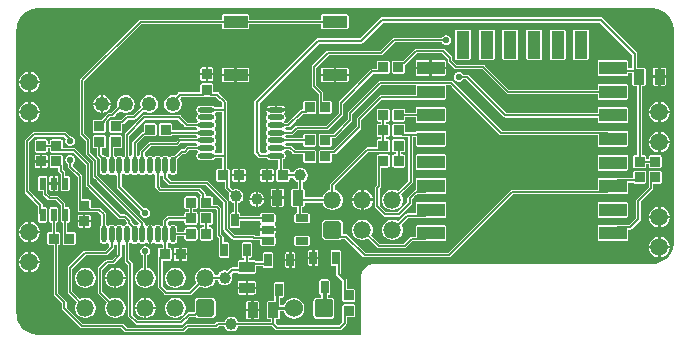
<source format=gbr>
%TF.GenerationSoftware,Altium Limited,Altium Designer,20.1.8 (145)*%
G04 Layer_Physical_Order=1*
G04 Layer_Color=2232046*
%FSLAX45Y45*%
%MOMM*%
%TF.SameCoordinates,4FE69ECD-ABF1-445D-A2E8-605A74DE355E*%
%TF.FilePolarity,Positive*%
%TF.FileFunction,Copper,L1,Top,Signal*%
%TF.Part,Single*%
G01*
G75*
%TA.AperFunction,SMDPad,CuDef*%
%ADD10O,0.45000X1.40000*%
%ADD11O,1.40000X0.45000*%
G04:AMPARAMS|DCode=12|XSize=2.1mm|YSize=1mm|CornerRadius=0.05mm|HoleSize=0mm|Usage=FLASHONLY|Rotation=180.000|XOffset=0mm|YOffset=0mm|HoleType=Round|Shape=RoundedRectangle|*
%AMROUNDEDRECTD12*
21,1,2.10000,0.90000,0,0,180.0*
21,1,2.00000,1.00000,0,0,180.0*
1,1,0.10000,-1.00000,0.45000*
1,1,0.10000,1.00000,0.45000*
1,1,0.10000,1.00000,-0.45000*
1,1,0.10000,-1.00000,-0.45000*
%
%ADD12ROUNDEDRECTD12*%
G04:AMPARAMS|DCode=13|XSize=0.6mm|YSize=1.05mm|CornerRadius=0.03mm|HoleSize=0mm|Usage=FLASHONLY|Rotation=90.000|XOffset=0mm|YOffset=0mm|HoleType=Round|Shape=RoundedRectangle|*
%AMROUNDEDRECTD13*
21,1,0.60000,0.99000,0,0,90.0*
21,1,0.54000,1.05000,0,0,90.0*
1,1,0.06000,0.49500,0.27000*
1,1,0.06000,0.49500,-0.27000*
1,1,0.06000,-0.49500,-0.27000*
1,1,0.06000,-0.49500,0.27000*
%
%ADD13ROUNDEDRECTD13*%
G04:AMPARAMS|DCode=14|XSize=0.5mm|YSize=1.05mm|CornerRadius=0.025mm|HoleSize=0mm|Usage=FLASHONLY|Rotation=180.000|XOffset=0mm|YOffset=0mm|HoleType=Round|Shape=RoundedRectangle|*
%AMROUNDEDRECTD14*
21,1,0.50000,1.00000,0,0,180.0*
21,1,0.45000,1.05000,0,0,180.0*
1,1,0.05000,-0.22500,0.50000*
1,1,0.05000,0.22500,0.50000*
1,1,0.05000,0.22500,-0.50000*
1,1,0.05000,-0.22500,-0.50000*
%
%ADD14ROUNDEDRECTD14*%
G04:AMPARAMS|DCode=15|XSize=0.6mm|YSize=1.1mm|CornerRadius=0.03mm|HoleSize=0mm|Usage=FLASHONLY|Rotation=0.000|XOffset=0mm|YOffset=0mm|HoleType=Round|Shape=RoundedRectangle|*
%AMROUNDEDRECTD15*
21,1,0.60000,1.04000,0,0,0.0*
21,1,0.54000,1.10000,0,0,0.0*
1,1,0.06000,0.27000,-0.52000*
1,1,0.06000,-0.27000,-0.52000*
1,1,0.06000,-0.27000,0.52000*
1,1,0.06000,0.27000,0.52000*
%
%ADD15ROUNDEDRECTD15*%
G04:AMPARAMS|DCode=16|XSize=0.85mm|YSize=0.85mm|CornerRadius=0.0425mm|HoleSize=0mm|Usage=FLASHONLY|Rotation=90.000|XOffset=0mm|YOffset=0mm|HoleType=Round|Shape=RoundedRectangle|*
%AMROUNDEDRECTD16*
21,1,0.85000,0.76500,0,0,90.0*
21,1,0.76500,0.85000,0,0,90.0*
1,1,0.08500,0.38250,0.38250*
1,1,0.08500,0.38250,-0.38250*
1,1,0.08500,-0.38250,-0.38250*
1,1,0.08500,-0.38250,0.38250*
%
%ADD16ROUNDEDRECTD16*%
%TA.AperFunction,ConnectorPad*%
G04:AMPARAMS|DCode=17|XSize=1.1mm|YSize=2.3mm|CornerRadius=0.0055mm|HoleSize=0mm|Usage=FLASHONLY|Rotation=270.000|XOffset=0mm|YOffset=0mm|HoleType=Round|Shape=RoundedRectangle|*
%AMROUNDEDRECTD17*
21,1,1.10000,2.28900,0,0,270.0*
21,1,1.08900,2.30000,0,0,270.0*
1,1,0.01100,-1.14450,-0.54450*
1,1,0.01100,-1.14450,0.54450*
1,1,0.01100,1.14450,0.54450*
1,1,0.01100,1.14450,-0.54450*
%
%ADD17ROUNDEDRECTD17*%
G04:AMPARAMS|DCode=18|XSize=1.1mm|YSize=2.3mm|CornerRadius=0.0055mm|HoleSize=0mm|Usage=FLASHONLY|Rotation=0.000|XOffset=0mm|YOffset=0mm|HoleType=Round|Shape=RoundedRectangle|*
%AMROUNDEDRECTD18*
21,1,1.10000,2.28900,0,0,0.0*
21,1,1.08900,2.30000,0,0,0.0*
1,1,0.01100,0.54450,-1.14450*
1,1,0.01100,-0.54450,-1.14450*
1,1,0.01100,-0.54450,1.14450*
1,1,0.01100,0.54450,1.14450*
%
%ADD18ROUNDEDRECTD18*%
%TA.AperFunction,SMDPad,CuDef*%
G04:AMPARAMS|DCode=19|XSize=0.85mm|YSize=0.9mm|CornerRadius=0.0425mm|HoleSize=0mm|Usage=FLASHONLY|Rotation=270.000|XOffset=0mm|YOffset=0mm|HoleType=Round|Shape=RoundedRectangle|*
%AMROUNDEDRECTD19*
21,1,0.85000,0.81500,0,0,270.0*
21,1,0.76500,0.90000,0,0,270.0*
1,1,0.08500,-0.40750,-0.38250*
1,1,0.08500,-0.40750,0.38250*
1,1,0.08500,0.40750,0.38250*
1,1,0.08500,0.40750,-0.38250*
%
%ADD19ROUNDEDRECTD19*%
G04:AMPARAMS|DCode=20|XSize=0.85mm|YSize=0.85mm|CornerRadius=0.0425mm|HoleSize=0mm|Usage=FLASHONLY|Rotation=180.000|XOffset=0mm|YOffset=0mm|HoleType=Round|Shape=RoundedRectangle|*
%AMROUNDEDRECTD20*
21,1,0.85000,0.76500,0,0,180.0*
21,1,0.76500,0.85000,0,0,180.0*
1,1,0.08500,-0.38250,0.38250*
1,1,0.08500,0.38250,0.38250*
1,1,0.08500,0.38250,-0.38250*
1,1,0.08500,-0.38250,-0.38250*
%
%ADD20ROUNDEDRECTD20*%
G04:AMPARAMS|DCode=21|XSize=1.275mm|YSize=0.9mm|CornerRadius=0.045mm|HoleSize=0mm|Usage=FLASHONLY|Rotation=90.000|XOffset=0mm|YOffset=0mm|HoleType=Round|Shape=RoundedRectangle|*
%AMROUNDEDRECTD21*
21,1,1.27500,0.81000,0,0,90.0*
21,1,1.18500,0.90000,0,0,90.0*
1,1,0.09000,0.40500,0.59250*
1,1,0.09000,0.40500,-0.59250*
1,1,0.09000,-0.40500,-0.59250*
1,1,0.09000,-0.40500,0.59250*
%
%ADD21ROUNDEDRECTD21*%
%ADD22C,1.00000*%
G04:AMPARAMS|DCode=23|XSize=1.275mm|YSize=0.9mm|CornerRadius=0.045mm|HoleSize=0mm|Usage=FLASHONLY|Rotation=180.000|XOffset=0mm|YOffset=0mm|HoleType=Round|Shape=RoundedRectangle|*
%AMROUNDEDRECTD23*
21,1,1.27500,0.81000,0,0,180.0*
21,1,1.18500,0.90000,0,0,180.0*
1,1,0.09000,-0.59250,0.40500*
1,1,0.09000,0.59250,0.40500*
1,1,0.09000,0.59250,-0.40500*
1,1,0.09000,-0.59250,-0.40500*
%
%ADD23ROUNDEDRECTD23*%
G04:AMPARAMS|DCode=24|XSize=0.85mm|YSize=0.9mm|CornerRadius=0.0425mm|HoleSize=0mm|Usage=FLASHONLY|Rotation=0.000|XOffset=0mm|YOffset=0mm|HoleType=Round|Shape=RoundedRectangle|*
%AMROUNDEDRECTD24*
21,1,0.85000,0.81500,0,0,0.0*
21,1,0.76500,0.90000,0,0,0.0*
1,1,0.08500,0.38250,-0.40750*
1,1,0.08500,-0.38250,-0.40750*
1,1,0.08500,-0.38250,0.40750*
1,1,0.08500,0.38250,0.40750*
%
%ADD24ROUNDEDRECTD24*%
%TA.AperFunction,Conductor*%
%ADD25C,0.15240*%
%ADD26C,0.12700*%
%ADD27C,0.20320*%
%ADD28C,0.30480*%
%ADD29C,0.25400*%
%TA.AperFunction,ComponentPad*%
%ADD30C,1.25000*%
%ADD31C,1.50000*%
G04:AMPARAMS|DCode=32|XSize=1.5mm|YSize=1.45mm|CornerRadius=0.18125mm|HoleSize=0mm|Usage=FLASHONLY|Rotation=180.000|XOffset=0mm|YOffset=0mm|HoleType=Round|Shape=RoundedRectangle|*
%AMROUNDEDRECTD32*
21,1,1.50000,1.08750,0,0,180.0*
21,1,1.13750,1.45000,0,0,180.0*
1,1,0.36250,-0.56875,0.54375*
1,1,0.36250,0.56875,0.54375*
1,1,0.36250,0.56875,-0.54375*
1,1,0.36250,-0.56875,-0.54375*
%
%ADD32ROUNDEDRECTD32*%
%ADD33O,1.50000X1.45000*%
%TA.AperFunction,ViaPad*%
%ADD34C,3.60000*%
%TA.AperFunction,ComponentPad*%
%ADD35C,1.52400*%
G04:AMPARAMS|DCode=36|XSize=1.524mm|YSize=1.524mm|CornerRadius=0.1905mm|HoleSize=0mm|Usage=FLASHONLY|Rotation=180.000|XOffset=0mm|YOffset=0mm|HoleType=Round|Shape=RoundedRectangle|*
%AMROUNDEDRECTD36*
21,1,1.52400,1.14300,0,0,180.0*
21,1,1.14300,1.52400,0,0,180.0*
1,1,0.38100,-0.57150,0.57150*
1,1,0.38100,0.57150,0.57150*
1,1,0.38100,0.57150,-0.57150*
1,1,0.38100,-0.57150,-0.57150*
%
%ADD36ROUNDEDRECTD36*%
%TA.AperFunction,ViaPad*%
%ADD37C,0.56000*%
G36*
X5417859Y2781311D02*
X5435544Y2778688D01*
X5452888Y2774343D01*
X5469722Y2768320D01*
X5485884Y2760676D01*
X5501220Y2751484D01*
X5515580Y2740833D01*
X5528828Y2728826D01*
X5540835Y2715579D01*
X5551485Y2701218D01*
X5560677Y2685883D01*
X5568321Y2669720D01*
X5574344Y2652886D01*
X5578689Y2635543D01*
X5581312Y2617857D01*
X5582156Y2600680D01*
X5582067Y2600000D01*
Y800000D01*
X5582156Y799320D01*
X5581312Y782142D01*
X5578689Y764457D01*
X5574344Y747113D01*
X5568321Y730279D01*
X5560677Y714117D01*
X5551485Y698781D01*
X5540834Y684421D01*
X5528827Y671173D01*
X5515580Y659166D01*
X5501219Y648515D01*
X5485884Y639324D01*
X5469721Y631679D01*
X5452887Y625656D01*
X5435544Y621311D01*
X5417858Y618688D01*
X5400680Y617844D01*
X5400000Y617934D01*
X3068580Y617933D01*
X3050800Y617966D01*
X3037592Y617225D01*
X3033595Y616545D01*
X3024550Y615008D01*
X3011838Y611346D01*
X2999617Y606284D01*
X2988038Y599885D01*
X2977250Y592230D01*
X2967386Y583415D01*
X2958571Y573551D01*
X2950916Y562762D01*
X2944517Y551184D01*
X2939454Y538962D01*
X2935792Y526250D01*
X2934255Y517206D01*
X2933575Y513209D01*
X2932834Y500000D01*
X2932867D01*
Y17933D01*
X200000D01*
X199320Y17844D01*
X182142Y18688D01*
X164457Y21311D01*
X147113Y25656D01*
X130279Y31679D01*
X114117Y39323D01*
X98781Y48515D01*
X84420Y59166D01*
X71173Y71173D01*
X59166Y84420D01*
X48515Y98781D01*
X39323Y114117D01*
X31679Y130279D01*
X25656Y147113D01*
X21311Y164457D01*
X18688Y182142D01*
X17852Y199149D01*
X17934Y199769D01*
Y2599999D01*
X17844Y2600680D01*
X18688Y2617856D01*
X21311Y2635542D01*
X25656Y2652885D01*
X31679Y2669720D01*
X39323Y2685882D01*
X48515Y2701218D01*
X59166Y2715579D01*
X71173Y2728826D01*
X84420Y2740833D01*
X98781Y2751484D01*
X114117Y2760675D01*
X130279Y2768320D01*
X147113Y2774343D01*
X164457Y2778688D01*
X182142Y2781311D01*
X199320Y2782155D01*
X200000Y2782065D01*
X5400000D01*
X5400680Y2782155D01*
X5417859Y2781311D01*
D02*
G37*
%LPC*%
G36*
X2812639Y2730637D02*
X2612638D01*
X2608018Y2730028D01*
X2603712Y2728245D01*
X2600015Y2725408D01*
X2597178Y2721710D01*
X2595394Y2717405D01*
X2594786Y2712784D01*
Y2686998D01*
X1990491D01*
Y2712784D01*
X1989883Y2717405D01*
X1988099Y2721710D01*
X1985262Y2725408D01*
X1981565Y2728245D01*
X1977259Y2730028D01*
X1972639Y2730637D01*
X1772639D01*
X1768018Y2730028D01*
X1763712Y2728245D01*
X1760015Y2725408D01*
X1757178Y2721710D01*
X1755394Y2717405D01*
X1754786Y2712784D01*
Y2686998D01*
X1070690D01*
X1065717Y2686344D01*
X1061083Y2684424D01*
X1057104Y2681371D01*
X1057103Y2681370D01*
X560453Y2184721D01*
X557400Y2180741D01*
X555480Y2176107D01*
X554825Y2171134D01*
X554826Y2171132D01*
Y1716333D01*
X554825Y1716331D01*
X555480Y1711358D01*
X557400Y1706723D01*
X560453Y1702744D01*
X605824Y1657374D01*
Y1550159D01*
X605823Y1550157D01*
X606478Y1545184D01*
X608398Y1540550D01*
X611451Y1536570D01*
X663740Y1484282D01*
Y1362188D01*
X663740Y1362185D01*
X664395Y1357213D01*
X666315Y1352578D01*
X669368Y1348599D01*
X1053559Y964408D01*
X1049390Y950510D01*
X1038630Y945209D01*
X1032516Y948478D01*
X1025880Y950491D01*
X1018980Y951170D01*
X1012347Y950517D01*
X992567Y970297D01*
Y984643D01*
X992567Y984645D01*
X991912Y989618D01*
X989993Y994252D01*
X986940Y998232D01*
X986939Y998232D01*
X953996Y1031175D01*
X950016Y1034229D01*
X945382Y1036148D01*
X940409Y1036803D01*
X940407Y1036803D01*
X902434D01*
X642887Y1296350D01*
Y1461607D01*
X642887Y1461609D01*
X642232Y1466583D01*
X640313Y1471217D01*
X637259Y1475196D01*
X637258Y1475197D01*
X518436Y1594020D01*
X514456Y1597073D01*
X509822Y1598993D01*
X504849Y1599648D01*
X504847Y1599648D01*
X411673D01*
Y1654833D01*
X411091Y1659258D01*
X409383Y1663381D01*
X406666Y1666922D01*
X403125Y1669639D01*
X399002Y1671347D01*
X394577Y1671930D01*
X318077D01*
X313652Y1671347D01*
X309529Y1669639D01*
X305988Y1666922D01*
X303271Y1663381D01*
X301563Y1659258D01*
X300981Y1654833D01*
Y1635798D01*
X282029Y1635797D01*
Y1654833D01*
X281446Y1659258D01*
X279738Y1663381D01*
X277022Y1666922D01*
X273481Y1669639D01*
X269358Y1671347D01*
X264933Y1671929D01*
X188432D01*
X184008Y1671347D01*
X179884Y1669639D01*
X176344Y1666922D01*
X173627Y1663381D01*
X171919Y1659258D01*
X171336Y1654833D01*
Y1578333D01*
X171919Y1573908D01*
X173627Y1569785D01*
X176344Y1566244D01*
X179884Y1563527D01*
X184008Y1561819D01*
X188432Y1561237D01*
X264933D01*
X269358Y1561819D01*
X273481Y1563527D01*
X277022Y1566244D01*
X279738Y1569785D01*
X281446Y1573908D01*
X282029Y1578333D01*
Y1597369D01*
X300981Y1597369D01*
Y1578333D01*
X301563Y1573908D01*
X303271Y1569785D01*
X305988Y1566244D01*
X309529Y1563527D01*
X313652Y1561819D01*
X318077Y1561237D01*
X392338D01*
X392477Y1561219D01*
X392479Y1561219D01*
X496890D01*
X604458Y1453651D01*
Y1288393D01*
X604458Y1288391D01*
X605113Y1283418D01*
X607033Y1278784D01*
X610086Y1274804D01*
X880888Y1004003D01*
X880889Y1004002D01*
X884868Y1000948D01*
X889502Y999029D01*
X894475Y998374D01*
X894477Y998374D01*
X932450D01*
X954139Y976686D01*
Y968384D01*
X954082Y962243D01*
X949060Y953814D01*
X940444Y948478D01*
X934329Y945209D01*
X933361Y944414D01*
X927342Y940811D01*
X915618D01*
X909599Y944414D01*
X908631Y945209D01*
X902516Y948478D01*
X895880Y950491D01*
X888980Y951170D01*
X882080Y950491D01*
X875444Y948478D01*
X869329Y945209D01*
X868360Y944414D01*
X862341Y940811D01*
X850619D01*
X844600Y944414D01*
X843631Y945209D01*
X837516Y948478D01*
X830880Y950491D01*
X823980Y951170D01*
X817080Y950491D01*
X810444Y948478D01*
X804329Y945209D01*
X803361Y944414D01*
X797342Y940811D01*
X790951D01*
X775652Y954463D01*
Y1036801D01*
X775652Y1036803D01*
X774997Y1041775D01*
X773078Y1046410D01*
X770024Y1050389D01*
X770023Y1050390D01*
X732997Y1087417D01*
X729018Y1090470D01*
X724383Y1092390D01*
X719410Y1093045D01*
X719408Y1093044D01*
X648629D01*
X647408Y1094266D01*
Y1148230D01*
X646825Y1152655D01*
X645117Y1156778D01*
X642400Y1160319D01*
X638860Y1163036D01*
X634736Y1164744D01*
X630311Y1165326D01*
X575888D01*
Y1358959D01*
X575888Y1358961D01*
X575233Y1363934D01*
X573313Y1368568D01*
X570260Y1372548D01*
X570259Y1372549D01*
X493868Y1448939D01*
X495500Y1467099D01*
X495506Y1467138D01*
X501701Y1472222D01*
X506787Y1478419D01*
X510566Y1485490D01*
X512893Y1493161D01*
X513679Y1501140D01*
X512893Y1509119D01*
X510566Y1516790D01*
X506787Y1523861D01*
X501701Y1530058D01*
X495503Y1535145D01*
X488433Y1538924D01*
X480761Y1541251D01*
X472782Y1542037D01*
X464804Y1541251D01*
X457132Y1538924D01*
X450061Y1535145D01*
X443864Y1530058D01*
X438778Y1523861D01*
X434999Y1516790D01*
X432671Y1509119D01*
X431886Y1501140D01*
X432671Y1493161D01*
X434999Y1485490D01*
X438778Y1478419D01*
X443864Y1472222D01*
X450061Y1467135D01*
X453568Y1465261D01*
Y1442854D01*
X453568Y1442852D01*
X454223Y1437879D01*
X456142Y1433245D01*
X459196Y1429265D01*
X537459Y1351002D01*
Y1153045D01*
X537297Y1152655D01*
X536715Y1148230D01*
Y1071730D01*
X537297Y1067305D01*
X539006Y1063182D01*
X541722Y1059641D01*
X545263Y1056924D01*
X549386Y1055216D01*
X553811Y1054634D01*
X630311D01*
X634736Y1055216D01*
X635282Y1055442D01*
X635697Y1055270D01*
X640670Y1054615D01*
X640672Y1054616D01*
X711451D01*
X737223Y1028844D01*
Y943481D01*
X733969Y940811D01*
X729571Y935451D01*
X726302Y929336D01*
X724289Y922700D01*
X723610Y915800D01*
Y820800D01*
X724289Y813900D01*
X726302Y807264D01*
X729571Y801149D01*
X733969Y795789D01*
X739329Y791391D01*
X745444Y788122D01*
X752080Y786109D01*
X758980Y785430D01*
X765880Y786109D01*
X772516Y788122D01*
X778631Y791391D01*
X779599Y792186D01*
X785618Y795789D01*
X788904D01*
X802992Y782729D01*
X803221Y764139D01*
X768867Y729786D01*
X599104D01*
X599102Y729786D01*
X594129Y729131D01*
X589495Y727211D01*
X585516Y724158D01*
X585515Y724157D01*
X457587Y596229D01*
X454533Y592250D01*
X452614Y587615D01*
X451959Y582642D01*
X451959Y582640D01*
Y376493D01*
X451959Y376491D01*
X452614Y371518D01*
X454533Y366884D01*
X457587Y362904D01*
X526396Y294095D01*
X523761Y290151D01*
X518821Y280135D01*
X515231Y269559D01*
X513052Y258605D01*
X512322Y247460D01*
X513052Y236315D01*
X515231Y225361D01*
X518821Y214785D01*
X523761Y204769D01*
X529966Y195482D01*
X537330Y187085D01*
X545727Y179721D01*
X555013Y173516D01*
X565030Y168576D01*
X575606Y164986D01*
X586560Y162808D01*
X597704Y162077D01*
X602704D01*
X613849Y162808D01*
X624803Y164986D01*
X635379Y168576D01*
X645396Y173516D01*
X654682Y179721D01*
X663079Y187085D01*
X670443Y195482D01*
X676648Y204769D01*
X681588Y214785D01*
X685178Y225361D01*
X687357Y236315D01*
X688087Y247460D01*
X687357Y258605D01*
X685178Y269559D01*
X681588Y280135D01*
X676648Y290151D01*
X670443Y299438D01*
X663079Y307835D01*
X654682Y315199D01*
X645396Y321404D01*
X635379Y326344D01*
X624803Y329934D01*
X613849Y332112D01*
X602704Y332843D01*
X597704D01*
X586560Y332112D01*
X575606Y329934D01*
X565030Y326344D01*
X555013Y321404D01*
X554066Y320771D01*
X490388Y384450D01*
Y574683D01*
X607061Y691357D01*
X776824D01*
X776826Y691357D01*
X781799Y692012D01*
X786434Y693931D01*
X790413Y696985D01*
X837566Y744137D01*
X837567Y744138D01*
X840620Y748118D01*
X842540Y752752D01*
X843195Y757725D01*
X843194Y757727D01*
Y781472D01*
X860974Y789234D01*
X869766Y781084D01*
Y697606D01*
X824723Y652564D01*
X784643D01*
X784641Y652565D01*
X779668Y651910D01*
X775034Y649990D01*
X771055Y646937D01*
X771054Y646936D01*
X711998Y587880D01*
X708945Y583901D01*
X707025Y579267D01*
X706370Y574293D01*
X706370Y574291D01*
Y376082D01*
X706370Y376080D01*
X707025Y371106D01*
X708945Y366472D01*
X711998Y362493D01*
X780396Y294095D01*
X777761Y290151D01*
X772821Y280135D01*
X769231Y269559D01*
X767052Y258605D01*
X766322Y247460D01*
X767052Y236315D01*
X769231Y225361D01*
X772821Y214785D01*
X777761Y204769D01*
X783966Y195482D01*
X791330Y187085D01*
X799727Y179721D01*
X809013Y173516D01*
X819030Y168576D01*
X829606Y164986D01*
X840560Y162808D01*
X851704Y162077D01*
X856704D01*
X867849Y162808D01*
X878803Y164986D01*
X889379Y168576D01*
X899396Y173516D01*
X908682Y179721D01*
X917079Y187085D01*
X924443Y195482D01*
X930648Y204769D01*
X935588Y214785D01*
X939178Y225361D01*
X941357Y236315D01*
X942087Y247460D01*
X941357Y258605D01*
X939178Y269559D01*
X935588Y280135D01*
X930648Y290151D01*
X924443Y299438D01*
X917079Y307835D01*
X908682Y315199D01*
X899396Y321404D01*
X889379Y326344D01*
X878803Y329934D01*
X867849Y332112D01*
X856704Y332843D01*
X851704D01*
X840560Y332112D01*
X829606Y329934D01*
X819030Y326344D01*
X809013Y321404D01*
X808066Y320771D01*
X744799Y384039D01*
Y566334D01*
X792600Y614136D01*
X832680D01*
X832682Y614135D01*
X837655Y614790D01*
X842289Y616710D01*
X846269Y619763D01*
X902566Y676060D01*
X902567Y676061D01*
X905620Y680041D01*
X907539Y684675D01*
X908195Y689648D01*
X908194Y689650D01*
Y781473D01*
X925974Y789235D01*
X934766Y781084D01*
Y646222D01*
X934765Y646220D01*
X935421Y641247D01*
X937340Y636613D01*
X940393Y632633D01*
X963142Y609885D01*
Y178284D01*
X963142Y178282D01*
X963797Y173309D01*
X965716Y168675D01*
X968770Y164695D01*
X1023468Y109997D01*
X1023468Y109996D01*
X1027448Y106943D01*
X1032082Y105023D01*
X1037055Y104369D01*
X1414492D01*
X1414494Y104368D01*
X1419467Y105023D01*
X1424101Y106943D01*
X1428081Y109996D01*
X1487449Y169365D01*
X1531921D01*
X1531923Y169364D01*
X1536896Y170019D01*
X1538191Y170556D01*
X1542121Y167331D01*
X1547476Y164469D01*
X1553287Y162706D01*
X1559329Y162111D01*
X1673079D01*
X1679122Y162706D01*
X1684932Y164469D01*
X1690287Y167331D01*
X1694981Y171183D01*
X1698833Y175877D01*
X1701695Y181232D01*
X1703458Y187042D01*
X1704053Y193085D01*
Y301835D01*
X1703458Y307878D01*
X1701695Y313688D01*
X1698833Y319043D01*
X1694981Y323737D01*
X1690287Y327589D01*
X1684932Y330451D01*
X1679122Y332214D01*
X1673079Y332809D01*
X1559329D01*
X1553287Y332214D01*
X1547476Y330451D01*
X1542121Y327589D01*
X1537427Y323737D01*
X1533575Y319043D01*
X1530713Y313688D01*
X1528950Y307878D01*
X1528355Y301835D01*
Y212184D01*
X1523964Y207793D01*
X1479492D01*
X1479490Y207794D01*
X1474517Y207139D01*
X1469883Y205219D01*
X1465904Y202166D01*
X1465903Y202165D01*
X1406535Y142797D01*
X1045014D01*
X1001571Y186241D01*
Y617842D01*
X1001571Y617844D01*
X1000916Y622816D01*
X998996Y627451D01*
X995943Y631430D01*
X995942Y631431D01*
X973194Y654179D01*
Y791157D01*
X973631Y791391D01*
X974600Y792186D01*
X980619Y795789D01*
X992341D01*
X998360Y792186D01*
X999329Y791391D01*
X1005444Y788122D01*
X1012080Y786109D01*
X1018980Y785430D01*
X1025880Y786109D01*
X1032516Y788122D01*
X1038631Y791391D01*
X1039599Y792186D01*
X1045618Y795789D01*
X1057342D01*
X1063361Y792186D01*
X1064329Y791391D01*
X1070444Y788122D01*
X1077080Y786109D01*
X1083980Y785430D01*
X1090880Y786109D01*
X1097516Y788122D01*
X1103631Y791391D01*
X1104600Y792186D01*
X1110619Y795789D01*
X1122341D01*
X1128360Y792186D01*
X1129329Y791391D01*
X1135444Y788122D01*
X1138820Y787098D01*
Y868300D01*
Y949502D01*
X1135444Y948478D01*
X1129329Y945209D01*
X1128360Y944414D01*
X1122341Y940811D01*
X1119056D01*
X1103194Y955516D01*
Y961158D01*
X1103195Y961160D01*
X1102540Y966133D01*
X1100620Y970767D01*
X1097567Y974747D01*
X1097566Y974748D01*
X702169Y1370145D01*
Y1492238D01*
X702169Y1492240D01*
X701514Y1497213D01*
X699595Y1501847D01*
X696541Y1505827D01*
X696540Y1505828D01*
X644252Y1558116D01*
Y1665333D01*
X643597Y1670306D01*
X641678Y1674940D01*
X638625Y1678919D01*
X638624Y1678920D01*
X593254Y1724290D01*
Y2163175D01*
X1078649Y2648570D01*
X1754786D01*
Y2622784D01*
X1755394Y2618164D01*
X1757178Y2613858D01*
X1760015Y2610160D01*
X1763712Y2607323D01*
X1768018Y2605540D01*
X1772639Y2604932D01*
X1972639D01*
X1977259Y2605540D01*
X1981565Y2607323D01*
X1985262Y2610160D01*
X1988099Y2613858D01*
X1989883Y2618164D01*
X1990491Y2622784D01*
Y2648570D01*
X2594786D01*
Y2622784D01*
X2595394Y2618164D01*
X2597178Y2613858D01*
X2600015Y2610160D01*
X2603712Y2607323D01*
X2608018Y2605540D01*
X2612638Y2604932D01*
X2812639D01*
X2817259Y2605540D01*
X2821565Y2607323D01*
X2825262Y2610160D01*
X2828099Y2613858D01*
X2829883Y2618164D01*
X2830491Y2622784D01*
Y2712784D01*
X2829883Y2717405D01*
X2828099Y2721710D01*
X2825262Y2725408D01*
X2821565Y2728245D01*
X2817259Y2730028D01*
X2812639Y2730637D01*
D02*
G37*
G36*
X3657600Y2553580D02*
X3649621Y2552794D01*
X3641950Y2550467D01*
X3634879Y2546688D01*
X3628682Y2541602D01*
X3623595Y2535404D01*
X3621721Y2531898D01*
X3213622D01*
X3208649Y2531243D01*
X3204014Y2529323D01*
X3200035Y2526270D01*
X3200034Y2526269D01*
X3097516Y2423751D01*
X2653245D01*
X2653243Y2423751D01*
X2648270Y2423096D01*
X2643636Y2421177D01*
X2639657Y2418123D01*
X2639656Y2418122D01*
X2523873Y2302340D01*
X2520820Y2298361D01*
X2518900Y2293726D01*
X2518245Y2288753D01*
X2518246Y2288751D01*
Y2122985D01*
X2518245Y2122983D01*
X2518900Y2118010D01*
X2520820Y2113376D01*
X2523873Y2109397D01*
X2576076Y2057195D01*
Y1979252D01*
X2576075Y1979250D01*
X2576094Y1979111D01*
Y1904850D01*
X2576676Y1900425D01*
X2578384Y1896302D01*
X2581101Y1892761D01*
X2584642Y1890044D01*
X2588765Y1888336D01*
X2593190Y1887754D01*
X2669690D01*
X2674115Y1888336D01*
X2678238Y1890044D01*
X2681779Y1892761D01*
X2684496Y1896302D01*
X2686204Y1900425D01*
X2686786Y1904850D01*
Y1981350D01*
X2686204Y1985775D01*
X2684496Y1989898D01*
X2681779Y1993439D01*
X2678238Y1996156D01*
X2674115Y1997864D01*
X2669690Y1998446D01*
X2614504D01*
Y2065151D01*
X2614505Y2065153D01*
X2613850Y2070126D01*
X2611930Y2074760D01*
X2608877Y2078740D01*
X2608876Y2078741D01*
X2556674Y2130942D01*
Y2280794D01*
X2661202Y2385322D01*
X3105473D01*
X3105475Y2385322D01*
X3110448Y2385977D01*
X3115082Y2387897D01*
X3119062Y2390950D01*
X3221581Y2493469D01*
X3621721D01*
X3623595Y2489962D01*
X3628682Y2483765D01*
X3634879Y2478679D01*
X3641950Y2474900D01*
X3649621Y2472572D01*
X3657600Y2471787D01*
X3665579Y2472572D01*
X3673250Y2474900D01*
X3680321Y2478679D01*
X3686518Y2483765D01*
X3691605Y2489962D01*
X3695384Y2497033D01*
X3697711Y2504705D01*
X3698497Y2512683D01*
X3697711Y2520662D01*
X3695384Y2528334D01*
X3691605Y2535404D01*
X3686518Y2541602D01*
X3680321Y2546688D01*
X3673250Y2550467D01*
X3665579Y2552794D01*
X3657600Y2553580D01*
D02*
G37*
G36*
X3631749Y2439784D02*
X3631747Y2439784D01*
X3403874D01*
X3403872Y2439784D01*
X3398899Y2439129D01*
X3394264Y2437209D01*
X3390285Y2434156D01*
X3390284Y2434155D01*
X3295044Y2338915D01*
X3291430D01*
X3290378Y2339054D01*
X3213877D01*
X3209453Y2338471D01*
X3205329Y2336763D01*
X3201789Y2334046D01*
X3199072Y2330506D01*
X3197364Y2326382D01*
X3196781Y2321958D01*
Y2245457D01*
X3197364Y2241032D01*
X3199072Y2236909D01*
X3201789Y2233368D01*
X3205329Y2230652D01*
X3209453Y2228943D01*
X3213877Y2228361D01*
X3290378D01*
X3294803Y2228943D01*
X3298926Y2230652D01*
X3302467Y2233368D01*
X3305183Y2236909D01*
X3306892Y2241032D01*
X3307474Y2245457D01*
Y2301075D01*
X3307977Y2301141D01*
X3312611Y2303061D01*
X3316590Y2306114D01*
X3411831Y2401355D01*
X3623790D01*
X3670843Y2354302D01*
Y2334639D01*
X3670843Y2334637D01*
X3671497Y2329664D01*
X3673417Y2325030D01*
X3676470Y2321050D01*
X3726809Y2270712D01*
X3726810Y2270711D01*
X3730789Y2267658D01*
X3735423Y2265738D01*
X3740396Y2265083D01*
X3963816D01*
X4167516Y2061384D01*
X4167516Y2061383D01*
X4171496Y2058329D01*
X4176130Y2056410D01*
X4181103Y2055755D01*
X4181105Y2055755D01*
X4938762D01*
Y2020519D01*
X4939218Y2017060D01*
X4940553Y2013837D01*
X4942677Y2011070D01*
X4945444Y2008946D01*
X4948668Y2007611D01*
X4952126Y2007155D01*
X5181027D01*
X5184486Y2007611D01*
X5187709Y2008946D01*
X5190477Y2011070D01*
X5192600Y2013837D01*
X5193936Y2017060D01*
X5194391Y2020519D01*
Y2129419D01*
X5193936Y2132878D01*
X5192600Y2136102D01*
X5190477Y2138869D01*
X5187709Y2140993D01*
X5184486Y2142328D01*
X5181027Y2142784D01*
X4952126D01*
X4948668Y2142328D01*
X4945444Y2140993D01*
X4942677Y2138869D01*
X4940553Y2136102D01*
X4939218Y2132878D01*
X4938762Y2129419D01*
Y2094184D01*
X4189062D01*
X3985362Y2297884D01*
X3981382Y2300938D01*
X3976748Y2302857D01*
X3971775Y2303512D01*
X3971773Y2303512D01*
X3748355D01*
X3709271Y2342596D01*
Y2362261D01*
X3708617Y2367234D01*
X3706697Y2371868D01*
X3703644Y2375848D01*
X3703643Y2375849D01*
X3645336Y2434156D01*
X3641356Y2437209D01*
X3636722Y2439129D01*
X3631749Y2439784D01*
D02*
G37*
G36*
X4653507Y2601724D02*
X4544607D01*
X4541148Y2601268D01*
X4537924Y2599933D01*
X4535157Y2597809D01*
X4533033Y2595042D01*
X4531698Y2591819D01*
X4531242Y2588360D01*
Y2359459D01*
X4531698Y2356000D01*
X4533033Y2352777D01*
X4535157Y2350010D01*
X4537924Y2347886D01*
X4541148Y2346551D01*
X4544607Y2346095D01*
X4653507D01*
X4656966Y2346551D01*
X4660189Y2347886D01*
X4662956Y2350010D01*
X4665080Y2352777D01*
X4666415Y2356000D01*
X4666871Y2359459D01*
Y2588360D01*
X4666415Y2591819D01*
X4665080Y2595042D01*
X4662956Y2597809D01*
X4660189Y2599933D01*
X4656966Y2601268D01*
X4653507Y2601724D01*
D02*
G37*
G36*
X4054067D02*
X3945167D01*
X3941708Y2601268D01*
X3938484Y2599933D01*
X3935717Y2597809D01*
X3933593Y2595042D01*
X3932258Y2591819D01*
X3931802Y2588360D01*
Y2359459D01*
X3932258Y2356000D01*
X3933593Y2352777D01*
X3935717Y2350010D01*
X3938484Y2347886D01*
X3941708Y2346551D01*
X3945167Y2346095D01*
X4054067D01*
X4057526Y2346551D01*
X4060749Y2347886D01*
X4063516Y2350010D01*
X4065640Y2352777D01*
X4066975Y2356000D01*
X4067431Y2359459D01*
Y2588360D01*
X4066975Y2591819D01*
X4065640Y2595042D01*
X4063516Y2597809D01*
X4060749Y2599933D01*
X4057526Y2601268D01*
X4054067Y2601724D01*
D02*
G37*
G36*
X4851627Y2601724D02*
X4742727D01*
X4739268Y2601268D01*
X4736044Y2599933D01*
X4733277Y2597809D01*
X4731153Y2595041D01*
X4729818Y2591818D01*
X4729362Y2588359D01*
Y2359459D01*
X4729818Y2356000D01*
X4731153Y2352777D01*
X4733277Y2350009D01*
X4736044Y2347885D01*
X4739268Y2346550D01*
X4742727Y2346095D01*
X4851627D01*
X4855086Y2346550D01*
X4858309Y2347885D01*
X4861076Y2350009D01*
X4863200Y2352777D01*
X4864535Y2356000D01*
X4864991Y2359459D01*
Y2588359D01*
X4864535Y2591818D01*
X4863200Y2595041D01*
X4861076Y2597809D01*
X4858309Y2599933D01*
X4855086Y2601268D01*
X4851627Y2601724D01*
D02*
G37*
G36*
X4455387D02*
X4346487D01*
X4343028Y2601268D01*
X4339804Y2599933D01*
X4337037Y2597809D01*
X4334913Y2595041D01*
X4333578Y2591818D01*
X4333122Y2588359D01*
Y2359459D01*
X4333578Y2356000D01*
X4334913Y2352777D01*
X4337037Y2350009D01*
X4339804Y2347885D01*
X4343028Y2346550D01*
X4346487Y2346095D01*
X4455387D01*
X4458846Y2346550D01*
X4462069Y2347885D01*
X4464836Y2350009D01*
X4466960Y2352777D01*
X4468295Y2356000D01*
X4468751Y2359459D01*
Y2588359D01*
X4468295Y2591818D01*
X4466960Y2595041D01*
X4464836Y2597809D01*
X4462069Y2599933D01*
X4458846Y2601268D01*
X4455387Y2601724D01*
D02*
G37*
G36*
X4252187D02*
X4143287D01*
X4139828Y2601268D01*
X4136604Y2599933D01*
X4133837Y2597809D01*
X4131713Y2595041D01*
X4130378Y2591818D01*
X4129922Y2588359D01*
Y2359459D01*
X4130378Y2356000D01*
X4131713Y2352777D01*
X4133837Y2350009D01*
X4136604Y2347885D01*
X4139828Y2346550D01*
X4143287Y2346095D01*
X4252187D01*
X4255646Y2346550D01*
X4258869Y2347885D01*
X4261636Y2350009D01*
X4263760Y2352777D01*
X4265095Y2356000D01*
X4265551Y2359459D01*
Y2588359D01*
X4265095Y2591818D01*
X4263760Y2595041D01*
X4261636Y2597809D01*
X4258869Y2599933D01*
X4255646Y2601268D01*
X4252187Y2601724D01*
D02*
G37*
G36*
X3850867D02*
X3741967D01*
X3738508Y2601268D01*
X3735285Y2599933D01*
X3732517Y2597809D01*
X3730393Y2595041D01*
X3729058Y2591818D01*
X3728603Y2588359D01*
Y2359459D01*
X3729058Y2356000D01*
X3730393Y2352777D01*
X3732517Y2350009D01*
X3735285Y2347885D01*
X3738508Y2346550D01*
X3741967Y2346095D01*
X3850867D01*
X3854326Y2346550D01*
X3857549Y2347885D01*
X3860317Y2350009D01*
X3862441Y2352777D01*
X3863776Y2356000D01*
X3864231Y2359459D01*
Y2588359D01*
X3863776Y2591818D01*
X3862441Y2595041D01*
X3860317Y2597809D01*
X3857549Y2599933D01*
X3854326Y2601268D01*
X3850867Y2601724D01*
D02*
G37*
G36*
X3638927Y2345983D02*
X3534637D01*
Y2288329D01*
X3652291D01*
Y2332619D01*
X3651835Y2336078D01*
X3650500Y2339301D01*
X3648376Y2342069D01*
X3645609Y2344193D01*
X3642386Y2345528D01*
X3638927Y2345983D01*
D02*
G37*
G36*
X3514317D02*
X3410026D01*
X3406567Y2345528D01*
X3403344Y2344193D01*
X3400577Y2342069D01*
X3398453Y2339301D01*
X3397118Y2336078D01*
X3396662Y2332619D01*
Y2288329D01*
X3514317D01*
Y2345983D01*
D02*
G37*
G36*
X4967015Y2708214D02*
X3116957D01*
X3110989Y2707429D01*
X3105428Y2705125D01*
X3100653Y2701461D01*
X2929229Y2530037D01*
X2571213D01*
X2565245Y2529251D01*
X2559684Y2526948D01*
X2554909Y2523283D01*
X2037641Y2006016D01*
X2033977Y2001241D01*
X2031673Y1995680D01*
X2030888Y1989712D01*
Y1564331D01*
X2031673Y1558363D01*
X2033977Y1552802D01*
X2037641Y1548027D01*
X2067932Y1517736D01*
X2072707Y1514072D01*
X2078268Y1511768D01*
X2084236Y1510983D01*
X2140287D01*
X2141890Y1509029D01*
X2147249Y1504630D01*
X2153365Y1501362D01*
X2160000Y1499349D01*
X2166900Y1498670D01*
X2232164D01*
Y1425087D01*
X2228036Y1424544D01*
X2223913Y1422835D01*
X2220372Y1420119D01*
X2217655Y1416578D01*
X2215947Y1412455D01*
X2215365Y1408030D01*
Y1331529D01*
X2215947Y1327105D01*
X2217655Y1322981D01*
X2220372Y1319441D01*
X2223913Y1316724D01*
X2228036Y1315016D01*
X2232461Y1314433D01*
X2313961D01*
X2318386Y1315016D01*
X2322509Y1316724D01*
X2326050Y1319441D01*
X2328766Y1322981D01*
X2330475Y1327105D01*
X2331057Y1331529D01*
Y1346722D01*
X2362675D01*
X2364952Y1341226D01*
X2370108Y1332812D01*
X2376518Y1325307D01*
X2384022Y1318898D01*
X2392437Y1313741D01*
X2397933Y1311464D01*
Y1256234D01*
X2361966D01*
X2357476Y1255643D01*
X2353291Y1253910D01*
X2349699Y1251153D01*
X2346941Y1247560D01*
X2345208Y1243376D01*
X2344617Y1238886D01*
Y1120386D01*
X2345208Y1115896D01*
X2346941Y1111712D01*
X2349699Y1108119D01*
X2353291Y1105362D01*
X2357476Y1103629D01*
X2361966Y1103038D01*
X2392483D01*
Y1047155D01*
X2386580D01*
X2382481Y1046616D01*
X2378662Y1045034D01*
X2375383Y1042517D01*
X2372866Y1039238D01*
X2371284Y1035419D01*
X2370745Y1031320D01*
Y977320D01*
X2371284Y973222D01*
X2372866Y969402D01*
X2375383Y966123D01*
X2378662Y963606D01*
X2382481Y962024D01*
X2386580Y961485D01*
X2485580D01*
X2489679Y962024D01*
X2493498Y963606D01*
X2496777Y966123D01*
X2499294Y969402D01*
X2500876Y973222D01*
X2501415Y977320D01*
Y1031320D01*
X2500876Y1035419D01*
X2499294Y1039238D01*
X2496777Y1042517D01*
X2493498Y1045034D01*
X2489679Y1046616D01*
X2485580Y1047155D01*
X2438597D01*
Y1103038D01*
X2442966D01*
X2447456Y1103629D01*
X2451640Y1105362D01*
X2455233Y1108119D01*
X2457990Y1111712D01*
X2459723Y1115896D01*
X2460314Y1120386D01*
Y1136258D01*
X2610170D01*
X2612415Y1129643D01*
X2617355Y1119626D01*
X2623560Y1110340D01*
X2630924Y1101943D01*
X2639321Y1094579D01*
X2648607Y1088374D01*
X2658624Y1083434D01*
X2669200Y1079844D01*
X2680154Y1077665D01*
X2691299Y1076935D01*
X2696299D01*
X2707443Y1077665D01*
X2718397Y1079844D01*
X2728973Y1083434D01*
X2738990Y1088374D01*
X2748276Y1094579D01*
X2756673Y1101943D01*
X2764037Y1110340D01*
X2770242Y1119626D01*
X2775182Y1129643D01*
X2778772Y1140219D01*
X2780951Y1151173D01*
X2781682Y1162317D01*
X2780951Y1173462D01*
X2778772Y1184416D01*
X2775182Y1194992D01*
X2770242Y1205009D01*
X2764037Y1214295D01*
X2756673Y1222692D01*
X2748276Y1230056D01*
X2738990Y1236261D01*
X2728973Y1241201D01*
X2718397Y1244791D01*
X2714294Y1245607D01*
Y1280115D01*
X2998202Y1564023D01*
X3089654D01*
X3089874Y1564052D01*
X3162784D01*
X3167209Y1564634D01*
X3171332Y1566342D01*
X3174873Y1569059D01*
X3177590Y1572600D01*
X3179298Y1576723D01*
X3179881Y1581148D01*
Y1657648D01*
X3179298Y1662073D01*
X3177590Y1666196D01*
X3174873Y1669737D01*
X3171332Y1672454D01*
X3167209Y1674162D01*
X3162784Y1674744D01*
X3145030D01*
Y1693212D01*
X3162784D01*
X3167209Y1693794D01*
X3171332Y1695502D01*
X3174873Y1698219D01*
X3177590Y1701760D01*
X3179298Y1705883D01*
X3179881Y1710308D01*
Y1786808D01*
X3179298Y1791233D01*
X3177590Y1795356D01*
X3174873Y1798897D01*
X3171332Y1801614D01*
X3167209Y1803322D01*
X3162784Y1803904D01*
X3145030D01*
Y1823052D01*
X3162784D01*
X3167209Y1823634D01*
X3171332Y1825343D01*
X3174873Y1828059D01*
X3177590Y1831600D01*
X3179298Y1835723D01*
X3179881Y1840148D01*
Y1916648D01*
X3179298Y1921073D01*
X3177590Y1925197D01*
X3174873Y1928737D01*
X3171332Y1931454D01*
X3167209Y1933162D01*
X3162784Y1933745D01*
X3086284D01*
X3081859Y1933162D01*
X3077736Y1931454D01*
X3074195Y1928737D01*
X3071478Y1925197D01*
X3069770Y1921073D01*
X3069188Y1916648D01*
Y1840148D01*
X3069770Y1835723D01*
X3071478Y1831600D01*
X3074195Y1828059D01*
X3077736Y1825343D01*
X3081859Y1823634D01*
X3086284Y1823052D01*
X3104039D01*
Y1803904D01*
X3086284D01*
X3081859Y1803322D01*
X3077736Y1801614D01*
X3074195Y1798897D01*
X3071478Y1795356D01*
X3069770Y1791233D01*
X3069188Y1786808D01*
Y1710308D01*
X3069770Y1705883D01*
X3071478Y1701760D01*
X3074195Y1698219D01*
X3077736Y1695502D01*
X3081859Y1693794D01*
X3086284Y1693212D01*
X3104039D01*
Y1674744D01*
X3086284D01*
X3081859Y1674162D01*
X3077736Y1672454D01*
X3074195Y1669737D01*
X3071478Y1666196D01*
X3069770Y1662073D01*
X3069188Y1657648D01*
Y1605013D01*
X2989713D01*
X2984408Y1604315D01*
X2979465Y1602268D01*
X2975221Y1599010D01*
X2679307Y1303096D01*
X2676050Y1298852D01*
X2674002Y1293909D01*
X2673304Y1288604D01*
Y1245607D01*
X2669200Y1244791D01*
X2658624Y1241201D01*
X2648607Y1236261D01*
X2639321Y1230056D01*
X2630924Y1222692D01*
X2623560Y1214295D01*
X2617355Y1205009D01*
X2612415Y1194992D01*
X2608825Y1184416D01*
X2608419Y1182373D01*
X2460314D01*
Y1238886D01*
X2459723Y1243376D01*
X2457990Y1247560D01*
X2455233Y1251153D01*
X2451640Y1253910D01*
X2447456Y1255643D01*
X2444048Y1256092D01*
Y1311464D01*
X2449543Y1313741D01*
X2457958Y1318898D01*
X2465463Y1325307D01*
X2471872Y1332812D01*
X2477029Y1341226D01*
X2480806Y1350344D01*
X2483110Y1359941D01*
X2483884Y1369780D01*
X2483110Y1379618D01*
X2480806Y1389215D01*
X2477029Y1398333D01*
X2471872Y1406748D01*
X2465463Y1414252D01*
X2457958Y1420662D01*
X2449543Y1425818D01*
X2440426Y1429595D01*
X2430829Y1431899D01*
X2420990Y1432673D01*
X2411152Y1431899D01*
X2401555Y1429595D01*
X2392437Y1425818D01*
X2384022Y1420662D01*
X2376518Y1414252D01*
X2370108Y1406748D01*
X2364952Y1398333D01*
X2362675Y1392837D01*
X2331057D01*
Y1408030D01*
X2330475Y1412455D01*
X2328766Y1416578D01*
X2326050Y1420119D01*
X2322509Y1422835D01*
X2318386Y1424544D01*
X2313961Y1425126D01*
X2278279D01*
Y1502882D01*
X2281551Y1504630D01*
X2286911Y1509029D01*
X2291310Y1514389D01*
X2294578Y1520504D01*
X2296591Y1527139D01*
X2297270Y1534040D01*
X2296591Y1540940D01*
X2294578Y1547576D01*
X2291310Y1553691D01*
X2290515Y1554659D01*
X2286911Y1560678D01*
Y1563964D01*
X2301616Y1579826D01*
X2329668D01*
X2358905Y1550589D01*
X2358906Y1550588D01*
X2362885Y1547535D01*
X2367520Y1545615D01*
X2372492Y1544960D01*
X2372494Y1544961D01*
X2446094D01*
Y1489775D01*
X2446676Y1485350D01*
X2448384Y1481227D01*
X2451101Y1477686D01*
X2454642Y1474969D01*
X2458765Y1473261D01*
X2463190Y1472679D01*
X2539690D01*
X2544115Y1473261D01*
X2548238Y1474969D01*
X2551779Y1477686D01*
X2554496Y1481227D01*
X2556204Y1485350D01*
X2556786Y1489775D01*
Y1566275D01*
X2556204Y1570700D01*
X2554496Y1574823D01*
X2551779Y1578364D01*
X2548238Y1581081D01*
X2544115Y1582789D01*
X2539690Y1583371D01*
X2465429D01*
X2465290Y1583390D01*
X2465288Y1583389D01*
X2380451D01*
X2351214Y1612627D01*
X2347234Y1615680D01*
X2342600Y1617600D01*
X2337627Y1618255D01*
X2337625Y1618254D01*
X2301228D01*
X2293466Y1636034D01*
X2301616Y1644826D01*
X2446094D01*
Y1628133D01*
X2446676Y1623708D01*
X2448384Y1619585D01*
X2451101Y1616044D01*
X2454642Y1613327D01*
X2458765Y1611619D01*
X2463190Y1611037D01*
X2539690D01*
X2544115Y1611619D01*
X2548238Y1613327D01*
X2551779Y1616044D01*
X2554496Y1619585D01*
X2556204Y1623708D01*
X2556786Y1628133D01*
Y1704633D01*
X2556204Y1709058D01*
X2554496Y1713181D01*
X2551779Y1716722D01*
X2548238Y1719439D01*
X2544115Y1721147D01*
X2539690Y1721730D01*
X2463190D01*
X2458765Y1721147D01*
X2454642Y1719439D01*
X2451101Y1716722D01*
X2448384Y1713181D01*
X2446676Y1709058D01*
X2446094Y1704633D01*
Y1683254D01*
X2301228D01*
X2293466Y1701034D01*
X2301616Y1709826D01*
X2349952D01*
X2349954Y1709825D01*
X2354926Y1710480D01*
X2359561Y1712400D01*
X2363540Y1715453D01*
X2397464Y1749377D01*
X2645205D01*
X2645207Y1749377D01*
X2650180Y1750032D01*
X2654814Y1751952D01*
X2658794Y1755005D01*
X2779067Y1875278D01*
X2779068Y1875279D01*
X2782121Y1879259D01*
X2784041Y1883893D01*
X2784696Y1888866D01*
X2784696Y1888868D01*
Y1972704D01*
X3040334Y2228343D01*
X3085976D01*
X3085978Y2228343D01*
X3086117Y2228361D01*
X3160378D01*
X3164803Y2228943D01*
X3168926Y2230652D01*
X3172467Y2233368D01*
X3175183Y2236909D01*
X3176892Y2241032D01*
X3177474Y2245457D01*
Y2321958D01*
X3176892Y2326382D01*
X3175183Y2330506D01*
X3172467Y2334046D01*
X3168926Y2336763D01*
X3164803Y2338471D01*
X3160378Y2339054D01*
X3083877D01*
X3079453Y2338471D01*
X3075329Y2336763D01*
X3071789Y2334046D01*
X3069072Y2330506D01*
X3067364Y2326382D01*
X3066781Y2321958D01*
Y2266772D01*
X3032375D01*
X3027402Y2266117D01*
X3022768Y2264197D01*
X3018788Y2261144D01*
X3018788Y2261143D01*
X2751895Y1994250D01*
X2748841Y1990271D01*
X2746922Y1985636D01*
X2746267Y1980664D01*
X2746267Y1980662D01*
Y1896825D01*
X2637248Y1787806D01*
X2389507D01*
X2389505Y1787806D01*
X2384532Y1787151D01*
X2379898Y1785232D01*
X2375919Y1782178D01*
X2375918Y1782177D01*
X2341995Y1748254D01*
X2301228D01*
X2293466Y1766034D01*
X2301616Y1774826D01*
X2320142D01*
X2320144Y1774825D01*
X2325117Y1775480D01*
X2329751Y1777400D01*
X2333731Y1780453D01*
X2441013Y1887736D01*
X2465288D01*
X2465290Y1887735D01*
X2465429Y1887754D01*
X2539690D01*
X2544115Y1888336D01*
X2548238Y1890044D01*
X2551779Y1892761D01*
X2554496Y1896302D01*
X2556204Y1900425D01*
X2556786Y1904850D01*
Y1981350D01*
X2556204Y1985775D01*
X2554496Y1989898D01*
X2551779Y1993439D01*
X2548238Y1996156D01*
X2544115Y1997864D01*
X2539690Y1998446D01*
X2463190D01*
X2458765Y1997864D01*
X2454642Y1996156D01*
X2451101Y1993439D01*
X2448384Y1989898D01*
X2446676Y1985775D01*
X2446094Y1981350D01*
Y1937604D01*
X2433054Y1926165D01*
X2428081Y1925509D01*
X2423447Y1923590D01*
X2419467Y1920537D01*
X2419467Y1920536D01*
X2312185Y1813254D01*
X2291543D01*
X2291310Y1813691D01*
X2290515Y1814659D01*
X2286911Y1820678D01*
Y1832401D01*
X2290515Y1838421D01*
X2291310Y1839389D01*
X2294578Y1845504D01*
X2296591Y1852140D01*
X2297270Y1859040D01*
X2296591Y1865940D01*
X2294578Y1872576D01*
X2291310Y1878691D01*
X2290515Y1879659D01*
X2286911Y1885678D01*
Y1897401D01*
X2290515Y1903420D01*
X2291310Y1904389D01*
X2294578Y1910504D01*
X2295602Y1913880D01*
X2214400D01*
X2133198D01*
X2134222Y1910504D01*
X2137491Y1904389D01*
X2138286Y1903420D01*
X2141890Y1897401D01*
Y1885678D01*
X2138286Y1879659D01*
X2137491Y1878691D01*
X2134222Y1872576D01*
X2132210Y1865940D01*
X2131530Y1859040D01*
X2132210Y1852140D01*
X2134222Y1845504D01*
X2137491Y1839389D01*
X2138286Y1838421D01*
X2141890Y1832401D01*
Y1820678D01*
X2138286Y1814659D01*
X2137491Y1813691D01*
X2134222Y1807576D01*
X2132210Y1800940D01*
X2131530Y1794040D01*
X2132210Y1787139D01*
X2134222Y1780504D01*
X2137491Y1774389D01*
X2138286Y1773420D01*
X2141890Y1767401D01*
Y1755678D01*
X2138286Y1749659D01*
X2137491Y1748691D01*
X2134222Y1742576D01*
X2132210Y1735940D01*
X2131530Y1729040D01*
X2132210Y1722140D01*
X2134222Y1715504D01*
X2137491Y1709389D01*
X2138286Y1708421D01*
X2141890Y1702401D01*
Y1690678D01*
X2138286Y1684659D01*
X2137491Y1683691D01*
X2134222Y1677576D01*
X2132210Y1670940D01*
X2131530Y1664040D01*
X2132210Y1657139D01*
X2134222Y1650504D01*
X2137491Y1644389D01*
X2138286Y1643420D01*
X2141890Y1637401D01*
Y1625678D01*
X2138286Y1619659D01*
X2137491Y1618691D01*
X2134222Y1612576D01*
X2132210Y1605940D01*
X2131530Y1599040D01*
X2132210Y1592140D01*
X2134222Y1585504D01*
X2137491Y1579389D01*
X2138286Y1578421D01*
X2141458Y1573122D01*
X2141436Y1572991D01*
X2134495Y1557097D01*
X2093787D01*
X2077002Y1573881D01*
Y1980161D01*
X2580763Y2483922D01*
X2938779D01*
X2944747Y2484708D01*
X2950308Y2487011D01*
X2955083Y2490675D01*
X3126508Y2662100D01*
X4957465D01*
X5229803Y2389761D01*
Y2276775D01*
X5194391D01*
Y2330079D01*
X5193936Y2333538D01*
X5192600Y2336762D01*
X5190477Y2339529D01*
X5187709Y2341653D01*
X5184486Y2342988D01*
X5181027Y2343444D01*
X4952126D01*
X4948668Y2342988D01*
X4945444Y2341653D01*
X4942677Y2339529D01*
X4940553Y2336762D01*
X4939218Y2333538D01*
X4938762Y2330079D01*
Y2221179D01*
X4939218Y2217720D01*
X4940553Y2214497D01*
X4942677Y2211730D01*
X4945444Y2209606D01*
X4948668Y2208271D01*
X4952126Y2207815D01*
X5181027D01*
X5184486Y2208271D01*
X5187709Y2209606D01*
X5190477Y2211730D01*
X5192600Y2214497D01*
X5193936Y2217720D01*
X5194391Y2221179D01*
Y2230661D01*
X5229624D01*
Y2145259D01*
X5230215Y2140769D01*
X5231948Y2136585D01*
X5234705Y2132992D01*
X5238298Y2130235D01*
X5242482Y2128502D01*
X5246972Y2127911D01*
X5275878D01*
Y1538956D01*
X5256842D01*
X5252417Y1538373D01*
X5248294Y1536665D01*
X5244753Y1533948D01*
X5242036Y1530408D01*
X5240328Y1526284D01*
X5239746Y1521860D01*
Y1445359D01*
X5240328Y1440934D01*
X5242036Y1436811D01*
X5244753Y1433270D01*
X5248294Y1430554D01*
X5252417Y1428846D01*
X5256842Y1428263D01*
X5333342D01*
X5337767Y1428846D01*
X5341890Y1430554D01*
X5345431Y1433270D01*
X5348148Y1436811D01*
X5349856Y1440934D01*
X5350438Y1445359D01*
Y1464395D01*
X5369746D01*
Y1445359D01*
X5370328Y1440934D01*
X5372036Y1436811D01*
X5374753Y1433270D01*
X5378294Y1430554D01*
X5382417Y1428846D01*
X5386842Y1428263D01*
X5463342D01*
X5467767Y1428846D01*
X5471890Y1430554D01*
X5475431Y1433270D01*
X5478148Y1436811D01*
X5479856Y1440934D01*
X5480438Y1445359D01*
Y1521860D01*
X5479856Y1526284D01*
X5478148Y1530408D01*
X5475431Y1533948D01*
X5471890Y1536665D01*
X5467767Y1538373D01*
X5463342Y1538956D01*
X5386842D01*
X5382417Y1538373D01*
X5378294Y1536665D01*
X5374753Y1533948D01*
X5372036Y1530408D01*
X5370328Y1526284D01*
X5369746Y1521860D01*
Y1502824D01*
X5350438D01*
Y1521860D01*
X5349856Y1526284D01*
X5348148Y1530408D01*
X5345431Y1533948D01*
X5341890Y1536665D01*
X5337767Y1538373D01*
X5333342Y1538956D01*
X5314306D01*
Y2127911D01*
X5327972D01*
X5332462Y2128502D01*
X5336646Y2130235D01*
X5340239Y2132992D01*
X5342996Y2136585D01*
X5344729Y2140769D01*
X5345320Y2145259D01*
Y2263760D01*
X5344729Y2268249D01*
X5342996Y2272434D01*
X5340239Y2276026D01*
X5336646Y2278784D01*
X5332462Y2280517D01*
X5327972Y2281108D01*
X5275918D01*
Y2399312D01*
X5275132Y2405279D01*
X5272829Y2410840D01*
X5269164Y2415616D01*
X4983319Y2701461D01*
X4978544Y2705125D01*
X4972983Y2707429D01*
X4967015Y2708214D01*
D02*
G37*
G36*
X1668740Y2281996D02*
X1640650D01*
Y2234310D01*
X1685836D01*
Y2264900D01*
X1685254Y2269325D01*
X1683546Y2273448D01*
X1680829Y2276989D01*
X1677288Y2279705D01*
X1673165Y2281414D01*
X1668740Y2281996D01*
D02*
G37*
G36*
X1620330D02*
X1592240D01*
X1587815Y2281414D01*
X1583692Y2279705D01*
X1580151Y2276989D01*
X1577434Y2273448D01*
X1575726Y2269325D01*
X1575144Y2264900D01*
Y2234310D01*
X1620330D01*
Y2281996D01*
D02*
G37*
G36*
X2812639Y2280637D02*
X2722799D01*
Y2227944D01*
X2830491D01*
Y2262784D01*
X2829883Y2267404D01*
X2828099Y2271710D01*
X2825262Y2275408D01*
X2821565Y2278245D01*
X2817259Y2280028D01*
X2812639Y2280637D01*
D02*
G37*
G36*
X1972639D02*
X1882798D01*
Y2227944D01*
X1990491D01*
Y2262784D01*
X1989883Y2267404D01*
X1988099Y2271710D01*
X1985262Y2275408D01*
X1981565Y2278245D01*
X1977259Y2280028D01*
X1972639Y2280637D01*
D02*
G37*
G36*
X1862478D02*
X1772639D01*
X1768018Y2280028D01*
X1763712Y2278245D01*
X1760015Y2275408D01*
X1757178Y2271710D01*
X1755394Y2267404D01*
X1754786Y2262784D01*
Y2227944D01*
X1862478D01*
Y2280637D01*
D02*
G37*
G36*
X2702479D02*
X2612638D01*
X2608018Y2280028D01*
X2603712Y2278245D01*
X2600015Y2275408D01*
X2597178Y2271710D01*
X2595394Y2267404D01*
X2594786Y2262784D01*
Y2227944D01*
X2702479D01*
Y2280637D01*
D02*
G37*
G36*
X5503212Y2281108D02*
X5472872D01*
Y2214669D01*
X5520560D01*
Y2263760D01*
X5519969Y2268249D01*
X5518236Y2272434D01*
X5515479Y2276026D01*
X5511886Y2278784D01*
X5507702Y2280517D01*
X5503212Y2281108D01*
D02*
G37*
G36*
X5452552D02*
X5422212D01*
X5417722Y2280517D01*
X5413538Y2278784D01*
X5409945Y2276026D01*
X5407188Y2272434D01*
X5405455Y2268249D01*
X5404863Y2263760D01*
Y2214669D01*
X5452552D01*
Y2281108D01*
D02*
G37*
G36*
X3652291Y2268009D02*
X3534637D01*
Y2210355D01*
X3638927D01*
X3642386Y2210810D01*
X3645609Y2212145D01*
X3648376Y2214269D01*
X3650500Y2217037D01*
X3651835Y2220260D01*
X3652291Y2223719D01*
Y2268009D01*
D02*
G37*
G36*
X3514317D02*
X3396662D01*
Y2223719D01*
X3397118Y2220260D01*
X3398453Y2217037D01*
X3400577Y2214269D01*
X3403344Y2212145D01*
X3406567Y2210810D01*
X3410026Y2210355D01*
X3514317D01*
Y2268009D01*
D02*
G37*
G36*
X3699667Y2170774D02*
X3699665Y2170774D01*
X3098858D01*
X3098856Y2170774D01*
X3093883Y2170119D01*
X3089249Y2168200D01*
X3085269Y2165146D01*
X3085269Y2165145D01*
X2829674Y1909551D01*
X2826621Y1905571D01*
X2824701Y1900937D01*
X2824046Y1895964D01*
X2824046Y1895962D01*
Y1841527D01*
X2704267Y1721748D01*
X2667592D01*
X2667590Y1721748D01*
X2667451Y1721730D01*
X2593190D01*
X2588765Y1721147D01*
X2584642Y1719439D01*
X2581101Y1716722D01*
X2578384Y1713181D01*
X2576676Y1709058D01*
X2576094Y1704633D01*
Y1628133D01*
X2576676Y1623708D01*
X2578384Y1619585D01*
X2581101Y1616044D01*
X2584642Y1613327D01*
X2588765Y1611619D01*
X2593190Y1611037D01*
X2669690D01*
X2674115Y1611619D01*
X2678238Y1613327D01*
X2681779Y1616044D01*
X2684496Y1619585D01*
X2686204Y1623708D01*
X2686786Y1628133D01*
Y1683319D01*
X2712224D01*
X2712226Y1683319D01*
X2717199Y1683974D01*
X2721833Y1685893D01*
X2725813Y1688947D01*
X2856846Y1819981D01*
X2856847Y1819981D01*
X2859901Y1823961D01*
X2861820Y1828595D01*
X2862475Y1833568D01*
X2862475Y1833570D01*
Y1888005D01*
X3106815Y2132345D01*
X3396324D01*
X3396662Y2131959D01*
Y2048074D01*
X3104446D01*
X3099473Y2047419D01*
X3094839Y2045499D01*
X3090859Y2042446D01*
X3090858Y2042445D01*
X2905608Y1857195D01*
X2902555Y1853215D01*
X2900635Y1848581D01*
X2899980Y1843608D01*
X2899980Y1843606D01*
Y1784384D01*
X2698986Y1583389D01*
X2667592D01*
X2667590Y1583390D01*
X2667451Y1583371D01*
X2593190D01*
X2588765Y1582789D01*
X2584642Y1581081D01*
X2581101Y1578364D01*
X2578384Y1574823D01*
X2576676Y1570700D01*
X2576094Y1566275D01*
Y1489775D01*
X2576676Y1485350D01*
X2578384Y1481227D01*
X2581101Y1477686D01*
X2584642Y1474969D01*
X2588765Y1473261D01*
X2593190Y1472679D01*
X2669690D01*
X2674115Y1473261D01*
X2678238Y1474969D01*
X2681779Y1477686D01*
X2684496Y1481227D01*
X2686204Y1485350D01*
X2686786Y1489775D01*
Y1544961D01*
X2706943D01*
X2706945Y1544960D01*
X2711918Y1545615D01*
X2716552Y1547535D01*
X2720532Y1550588D01*
X2932780Y1762837D01*
X2932781Y1762838D01*
X2935835Y1766817D01*
X2937754Y1771452D01*
X2938409Y1776425D01*
X2938409Y1776427D01*
Y1835649D01*
X3112404Y2009645D01*
X3475824D01*
X3475826Y2009645D01*
X3476210Y2009695D01*
X3638927D01*
X3642386Y2010151D01*
X3645609Y2011486D01*
X3648376Y2013610D01*
X3650500Y2016377D01*
X3651835Y2019600D01*
X3652291Y2023059D01*
Y2131959D01*
X3652629Y2132345D01*
X3691708D01*
X4110259Y1713794D01*
X4110260Y1713793D01*
X4114240Y1710740D01*
X4118874Y1708820D01*
X4123847Y1708165D01*
X4123849Y1708165D01*
X4938762D01*
Y1624279D01*
X4939218Y1620820D01*
X4940553Y1617597D01*
X4942677Y1614829D01*
X4945445Y1612705D01*
X4948668Y1611370D01*
X4952126Y1610915D01*
X5181027D01*
X5184486Y1611370D01*
X5187709Y1612705D01*
X5190477Y1614829D01*
X5192600Y1617597D01*
X5193936Y1620820D01*
X5194391Y1624279D01*
Y1733179D01*
X5193936Y1736638D01*
X5192600Y1739861D01*
X5190477Y1742629D01*
X5187709Y1744753D01*
X5184486Y1746088D01*
X5181027Y1746543D01*
X5018312D01*
X5017926Y1746594D01*
X5017924Y1746594D01*
X4131806D01*
X3713253Y2165146D01*
X3709274Y2168200D01*
X3704640Y2170119D01*
X3699667Y2170774D01*
D02*
G37*
G36*
X137160Y2246222D02*
Y2169160D01*
X214222D01*
X214136Y2170472D01*
X211893Y2181747D01*
X208198Y2192633D01*
X203113Y2202944D01*
X196726Y2212503D01*
X189146Y2221146D01*
X180503Y2228726D01*
X170944Y2235113D01*
X160633Y2240198D01*
X149747Y2243893D01*
X138472Y2246136D01*
X137160Y2246222D01*
D02*
G37*
G36*
X116840D02*
X115528Y2246136D01*
X104253Y2243893D01*
X93367Y2240198D01*
X83056Y2235113D01*
X73497Y2228726D01*
X64854Y2221146D01*
X57274Y2212503D01*
X50887Y2202944D01*
X45802Y2192633D01*
X42107Y2181747D01*
X39864Y2170472D01*
X39778Y2169160D01*
X116840D01*
Y2246222D01*
D02*
G37*
G36*
X1685836Y2213990D02*
X1640650D01*
Y2166304D01*
X1668740D01*
X1673165Y2166886D01*
X1677288Y2168594D01*
X1680829Y2171311D01*
X1683546Y2174852D01*
X1685254Y2178975D01*
X1685836Y2183400D01*
Y2213990D01*
D02*
G37*
G36*
X1620330D02*
X1575144D01*
Y2183400D01*
X1575726Y2178975D01*
X1577434Y2174852D01*
X1580151Y2171311D01*
X1583692Y2168594D01*
X1587815Y2166886D01*
X1592240Y2166304D01*
X1620330D01*
Y2213990D01*
D02*
G37*
G36*
X2830491Y2207624D02*
X2722799D01*
Y2154931D01*
X2812639D01*
X2817259Y2155540D01*
X2821565Y2157323D01*
X2825262Y2160160D01*
X2828099Y2163858D01*
X2829883Y2168164D01*
X2830491Y2172784D01*
Y2207624D01*
D02*
G37*
G36*
X2702479D02*
X2594786D01*
Y2172784D01*
X2595394Y2168164D01*
X2597178Y2163858D01*
X2600015Y2160160D01*
X2603712Y2157323D01*
X2608018Y2155540D01*
X2612638Y2154931D01*
X2702479D01*
Y2207624D01*
D02*
G37*
G36*
X1990491D02*
X1882798D01*
Y2154931D01*
X1972639D01*
X1977259Y2155540D01*
X1981565Y2157323D01*
X1985262Y2160160D01*
X1988099Y2163858D01*
X1989883Y2168164D01*
X1990491Y2172784D01*
Y2207624D01*
D02*
G37*
G36*
X1862478D02*
X1754786D01*
Y2172784D01*
X1755394Y2168164D01*
X1757178Y2163858D01*
X1760015Y2160160D01*
X1763712Y2157323D01*
X1768018Y2155540D01*
X1772639Y2154931D01*
X1862478D01*
Y2207624D01*
D02*
G37*
G36*
X5520560Y2194349D02*
X5472872D01*
Y2127911D01*
X5503212D01*
X5507702Y2128502D01*
X5511886Y2130235D01*
X5515479Y2132992D01*
X5518236Y2136585D01*
X5519969Y2140769D01*
X5520560Y2145259D01*
Y2194349D01*
D02*
G37*
G36*
X5452552D02*
X5404863D01*
Y2145259D01*
X5405455Y2140769D01*
X5407188Y2136585D01*
X5409945Y2132992D01*
X5413538Y2130235D01*
X5417722Y2128502D01*
X5422212Y2127911D01*
X5452552D01*
Y2194349D01*
D02*
G37*
G36*
X214222Y2148840D02*
X137160D01*
Y2071778D01*
X138472Y2071864D01*
X149747Y2074107D01*
X160633Y2077802D01*
X170944Y2082887D01*
X180503Y2089274D01*
X189146Y2096854D01*
X196726Y2105497D01*
X203113Y2115056D01*
X208198Y2125367D01*
X211893Y2136253D01*
X214136Y2147528D01*
X214222Y2148840D01*
D02*
G37*
G36*
X116840D02*
X39778D01*
X39864Y2147528D01*
X42107Y2136253D01*
X45802Y2125367D01*
X50887Y2115056D01*
X57274Y2105497D01*
X64854Y2096854D01*
X73497Y2089274D01*
X83056Y2082887D01*
X93367Y2077802D01*
X104253Y2074107D01*
X115528Y2071864D01*
X116840Y2071778D01*
Y2148840D01*
D02*
G37*
G36*
X1668740Y2146996D02*
X1592240D01*
X1587815Y2146414D01*
X1583692Y2144706D01*
X1580151Y2141989D01*
X1577434Y2138448D01*
X1575726Y2134325D01*
X1575144Y2129900D01*
Y2072265D01*
X1400210D01*
X1394905Y2071567D01*
X1389962Y2069519D01*
X1385718Y2066262D01*
X1364945Y2045490D01*
X1354140Y2048084D01*
X1342340Y2049012D01*
X1330540Y2048084D01*
X1319030Y2045321D01*
X1308094Y2040791D01*
X1298002Y2034606D01*
X1289001Y2026919D01*
X1281314Y2017918D01*
X1275129Y2007826D01*
X1270599Y1996890D01*
X1267836Y1985380D01*
X1266908Y1973580D01*
X1267836Y1961780D01*
X1270599Y1950270D01*
X1275129Y1939334D01*
X1281314Y1929242D01*
X1289001Y1920241D01*
X1298002Y1912554D01*
X1308094Y1906369D01*
X1319030Y1901839D01*
X1330540Y1899076D01*
X1342340Y1898148D01*
X1354140Y1899076D01*
X1365650Y1901839D01*
X1376586Y1906369D01*
X1386678Y1912554D01*
X1395679Y1920241D01*
X1403366Y1929242D01*
X1409551Y1939334D01*
X1414080Y1950270D01*
X1416844Y1961780D01*
X1417772Y1973580D01*
X1416844Y1985380D01*
X1414080Y1996890D01*
X1409551Y2007826D01*
X1405185Y2014950D01*
X1410218Y2025561D01*
X1415341Y2031275D01*
X1594360D01*
X1594582Y2031304D01*
X1665148D01*
X1665370Y2031275D01*
X1711663D01*
X1760684Y1982253D01*
Y1943254D01*
X1701543D01*
X1701310Y1943691D01*
X1696911Y1949050D01*
X1691551Y1953449D01*
X1685436Y1956718D01*
X1678801Y1958730D01*
X1671900Y1959410D01*
X1576900D01*
X1570000Y1958730D01*
X1563364Y1956718D01*
X1557249Y1953449D01*
X1551889Y1949050D01*
X1547491Y1943691D01*
X1544222Y1937575D01*
X1542210Y1930940D01*
X1541530Y1924040D01*
X1542210Y1917139D01*
X1544222Y1910504D01*
X1547491Y1904389D01*
X1548286Y1903420D01*
X1551889Y1897401D01*
Y1885678D01*
X1548286Y1879659D01*
X1547491Y1878691D01*
X1544222Y1872576D01*
X1542210Y1865940D01*
X1541530Y1859040D01*
X1542210Y1852140D01*
X1544222Y1845504D01*
X1547491Y1839389D01*
X1548286Y1838421D01*
X1551889Y1832401D01*
Y1829116D01*
X1537184Y1813254D01*
X1469655D01*
X1410944Y1871966D01*
X1406964Y1875019D01*
X1402330Y1876938D01*
X1397357Y1877593D01*
X1397355Y1877593D01*
X1101201D01*
X1096228Y1876938D01*
X1091594Y1875019D01*
X1087614Y1871966D01*
X1087614Y1871965D01*
X940393Y1724745D01*
X937340Y1720765D01*
X935421Y1716131D01*
X934765Y1711158D01*
X934766Y1711156D01*
Y1530443D01*
X934329Y1530210D01*
X933361Y1529415D01*
X927342Y1525811D01*
X915618D01*
X909599Y1529415D01*
X908631Y1530210D01*
X902516Y1533478D01*
X895880Y1535491D01*
X888980Y1536170D01*
X882080Y1535491D01*
X875444Y1533478D01*
X869329Y1530210D01*
X868360Y1529415D01*
X862341Y1525811D01*
X859056D01*
X843194Y1540516D01*
Y1597158D01*
X897790D01*
X902215Y1597741D01*
X906338Y1599449D01*
X909879Y1602166D01*
X912596Y1605706D01*
X914304Y1609830D01*
X914886Y1614255D01*
Y1690755D01*
X914304Y1695180D01*
X912596Y1699303D01*
X909879Y1702844D01*
X906338Y1705560D01*
X902215Y1707269D01*
X897790Y1707851D01*
X821290D01*
X816865Y1707269D01*
X812742Y1705560D01*
X809201Y1702844D01*
X806484Y1699303D01*
X804776Y1695180D01*
X804194Y1690755D01*
Y1614255D01*
X804766Y1609909D01*
Y1530443D01*
X804329Y1530210D01*
X803361Y1529415D01*
X797342Y1525811D01*
X785618D01*
X779599Y1529415D01*
X778631Y1530210D01*
X772516Y1533478D01*
X765880Y1535491D01*
X758980Y1536170D01*
X752080Y1535491D01*
X751606Y1535347D01*
X738352Y1548601D01*
Y1597158D01*
X757388D01*
X761813Y1597741D01*
X765936Y1599449D01*
X769477Y1602166D01*
X772194Y1605706D01*
X773902Y1609830D01*
X774484Y1614255D01*
Y1690755D01*
X773902Y1695180D01*
X772194Y1699303D01*
X769477Y1702844D01*
X765936Y1705560D01*
X761813Y1707269D01*
X757388Y1707851D01*
X680888D01*
X676463Y1707269D01*
X672340Y1705560D01*
X668799Y1702844D01*
X666082Y1699303D01*
X664374Y1695180D01*
X663791Y1690755D01*
Y1614255D01*
X664374Y1609830D01*
X666082Y1605706D01*
X668799Y1602166D01*
X672340Y1599449D01*
X676463Y1597741D01*
X680888Y1597158D01*
X699923D01*
Y1540644D01*
X699923Y1540642D01*
X700578Y1535669D01*
X702498Y1531035D01*
X705551Y1527056D01*
X724433Y1508174D01*
X724289Y1507701D01*
X723610Y1500800D01*
Y1405800D01*
X724289Y1398900D01*
X726302Y1392264D01*
X729571Y1386149D01*
X733969Y1380789D01*
X739329Y1376391D01*
X745444Y1373122D01*
X752080Y1371110D01*
X758980Y1370430D01*
X765880Y1371110D01*
X772516Y1373122D01*
X778631Y1376391D01*
X779599Y1377186D01*
X785618Y1380789D01*
X797342D01*
X803361Y1377186D01*
X804329Y1376391D01*
X810444Y1373122D01*
X817080Y1371110D01*
X823980Y1370430D01*
X830880Y1371110D01*
X837516Y1373122D01*
X843631Y1376391D01*
X844600Y1377186D01*
X850619Y1380789D01*
X853904D01*
X869766Y1366084D01*
Y1269132D01*
X869766Y1269130D01*
X870420Y1264157D01*
X872340Y1259523D01*
X875393Y1255543D01*
X1069248Y1061690D01*
X1068093Y1057885D01*
X1067307Y1049906D01*
X1068093Y1041927D01*
X1070421Y1034255D01*
X1074200Y1027185D01*
X1079286Y1020988D01*
X1085483Y1015901D01*
X1092554Y1012122D01*
X1100226Y1009795D01*
X1108204Y1009009D01*
X1116183Y1009795D01*
X1123855Y1012122D01*
X1130925Y1015901D01*
X1137123Y1020988D01*
X1142209Y1027185D01*
X1145988Y1034255D01*
X1148315Y1041927D01*
X1149101Y1049906D01*
X1148315Y1057885D01*
X1145988Y1065556D01*
X1142209Y1072627D01*
X1137123Y1078824D01*
X1130925Y1083910D01*
X1123855Y1087690D01*
X1116183Y1090017D01*
X1108204Y1090803D01*
X1100226Y1090017D01*
X1096421Y1088863D01*
X908195Y1277089D01*
Y1376158D01*
X908631Y1376391D01*
X909599Y1377186D01*
X915618Y1380789D01*
X927342D01*
X933361Y1377186D01*
X934329Y1376391D01*
X940444Y1373122D01*
X947080Y1371110D01*
X953980Y1370430D01*
X960880Y1371110D01*
X967516Y1373122D01*
X973631Y1376391D01*
X974600Y1377186D01*
X980619Y1380789D01*
X992341D01*
X998360Y1377186D01*
X999329Y1376391D01*
X1005444Y1373122D01*
X1012080Y1371110D01*
X1018980Y1370430D01*
X1025880Y1371110D01*
X1032516Y1373122D01*
X1038631Y1376391D01*
X1039599Y1377186D01*
X1045618Y1380789D01*
X1057342D01*
X1063361Y1377186D01*
X1064329Y1376391D01*
X1070444Y1373122D01*
X1077080Y1371110D01*
X1083980Y1370430D01*
X1090880Y1371110D01*
X1097516Y1373122D01*
X1103631Y1376391D01*
X1104600Y1377186D01*
X1110619Y1380789D01*
X1122341D01*
X1128360Y1377186D01*
X1129329Y1376391D01*
X1135444Y1373122D01*
X1142080Y1371110D01*
X1148980Y1370430D01*
X1155880Y1371110D01*
X1162516Y1373122D01*
X1168631Y1376391D01*
X1169599Y1377186D01*
X1175618Y1380789D01*
X1178904D01*
X1194766Y1366084D01*
Y1268436D01*
X1194765Y1268434D01*
X1195421Y1263461D01*
X1197340Y1258827D01*
X1200393Y1254847D01*
X1223576Y1231665D01*
X1223577Y1231664D01*
X1227556Y1228611D01*
X1232190Y1226691D01*
X1237163Y1226036D01*
X1237165Y1226036D01*
X1555018D01*
X1575533Y1205522D01*
X1576292Y1202042D01*
X1575721Y1185718D01*
X1573004Y1182178D01*
X1571296Y1178055D01*
X1570714Y1173630D01*
Y1097130D01*
X1571296Y1092705D01*
X1573004Y1088582D01*
X1575721Y1085041D01*
X1579262Y1082324D01*
X1583385Y1080616D01*
X1587810Y1080033D01*
X1662071D01*
X1662210Y1080015D01*
X1662212Y1080015D01*
X1705156D01*
X1712739Y1072432D01*
Y864659D01*
X1712739Y864657D01*
X1713394Y859684D01*
X1715313Y855049D01*
X1718367Y851070D01*
X1734116Y835321D01*
Y772412D01*
X1734115Y772410D01*
X1734145Y772188D01*
Y684060D01*
X1734684Y679962D01*
X1736266Y676142D01*
X1738783Y672863D01*
X1742062Y670346D01*
X1745881Y668764D01*
X1749980Y668225D01*
X1803980D01*
X1808078Y668764D01*
X1811898Y670346D01*
X1815177Y672863D01*
X1817694Y676142D01*
X1819276Y679962D01*
X1819815Y684060D01*
Y788060D01*
X1819276Y792158D01*
X1817694Y795978D01*
X1815177Y799257D01*
X1811898Y801774D01*
X1808078Y803356D01*
X1803980Y803895D01*
X1772544D01*
Y843278D01*
X1772545Y843280D01*
X1771890Y848253D01*
X1769970Y852887D01*
X1766917Y856867D01*
X1766916Y856867D01*
X1751168Y872616D01*
Y1080391D01*
X1750513Y1085364D01*
X1748593Y1089998D01*
X1745540Y1093978D01*
X1745539Y1093979D01*
X1726701Y1112816D01*
X1722722Y1115870D01*
X1718087Y1117789D01*
X1713115Y1118444D01*
X1713113Y1118444D01*
X1681406D01*
Y1173630D01*
X1680824Y1178055D01*
X1679116Y1182178D01*
X1676399Y1185719D01*
X1672858Y1188436D01*
X1668735Y1190144D01*
X1664310Y1190726D01*
X1619284D01*
Y1208156D01*
X1619285Y1208158D01*
X1618629Y1213131D01*
X1616710Y1217765D01*
X1613657Y1221745D01*
X1613656Y1221746D01*
X1576564Y1258837D01*
X1572585Y1261891D01*
X1567950Y1263811D01*
X1562977Y1264465D01*
X1562975Y1264465D01*
X1245122D01*
X1233194Y1276393D01*
Y1366473D01*
X1250974Y1374234D01*
X1259766Y1366084D01*
Y1342341D01*
X1259765Y1342339D01*
X1260420Y1337367D01*
X1262340Y1332732D01*
X1265393Y1328753D01*
X1305872Y1288274D01*
X1305873Y1288273D01*
X1309853Y1285220D01*
X1314487Y1283300D01*
X1319460Y1282645D01*
X1319462Y1282645D01*
X1621251D01*
X1769165Y1134732D01*
Y913918D01*
X1769164Y913916D01*
X1769819Y908943D01*
X1771739Y904309D01*
X1774792Y900329D01*
X1845397Y829725D01*
X1845398Y829724D01*
X1849378Y826670D01*
X1854012Y824751D01*
X1858985Y824096D01*
X2016684D01*
X2020289Y821330D01*
X2024923Y819411D01*
X2029896Y818756D01*
X2080745D01*
Y787320D01*
X2081284Y783222D01*
X2082866Y779403D01*
X2085383Y776123D01*
X2088662Y773607D01*
X2092481Y772024D01*
X2096580Y771485D01*
X2195580D01*
X2199679Y772024D01*
X2203498Y773607D01*
X2206777Y776123D01*
X2209294Y779403D01*
X2210876Y783222D01*
X2211415Y787320D01*
Y841320D01*
X2210876Y845419D01*
X2209294Y849238D01*
X2207824Y851153D01*
X2206777Y855376D01*
Y868264D01*
X2207824Y872487D01*
X2209294Y874402D01*
X2210876Y878222D01*
X2211415Y882320D01*
Y899160D01*
X2146080D01*
X2080745D01*
Y882320D01*
X2081284Y878222D01*
X2082866Y874403D01*
X2078547Y862398D01*
X2074462Y857184D01*
X2037768D01*
X2034163Y859950D01*
X2029529Y861870D01*
X2024556Y862525D01*
X2024554Y862525D01*
X1866944D01*
X1807593Y921875D01*
Y1142689D01*
X1807594Y1142691D01*
X1806938Y1147664D01*
X1805019Y1152298D01*
X1801966Y1156277D01*
X1801965Y1156278D01*
X1642797Y1315446D01*
X1638817Y1318500D01*
X1634183Y1320420D01*
X1629210Y1321074D01*
X1629208Y1321074D01*
X1327418D01*
X1298194Y1350299D01*
Y1376158D01*
X1298631Y1376391D01*
X1299599Y1377186D01*
X1305618Y1380789D01*
X1317342D01*
X1323361Y1377186D01*
X1324329Y1376391D01*
X1330444Y1373122D01*
X1337080Y1371110D01*
X1343980Y1370430D01*
X1350880Y1371110D01*
X1357516Y1373122D01*
X1363631Y1376391D01*
X1368991Y1380789D01*
X1373389Y1386149D01*
X1376658Y1392264D01*
X1378671Y1398900D01*
X1379350Y1405800D01*
Y1500800D01*
X1378832Y1506057D01*
X1423478Y1550703D01*
X1443791D01*
X1443793Y1550702D01*
X1448766Y1551357D01*
X1453400Y1553277D01*
X1457379Y1556330D01*
X1480875Y1579826D01*
X1547258D01*
X1547491Y1579389D01*
X1548286Y1578421D01*
X1551889Y1572401D01*
Y1560678D01*
X1548286Y1554659D01*
X1547491Y1553691D01*
X1544222Y1547576D01*
X1542210Y1540940D01*
X1541530Y1534040D01*
X1542210Y1527139D01*
X1544222Y1520504D01*
X1547491Y1514389D01*
X1551889Y1509029D01*
X1557249Y1504630D01*
X1563364Y1501362D01*
X1570000Y1499349D01*
X1576900Y1498670D01*
X1671900D01*
X1678801Y1499349D01*
X1685436Y1501362D01*
X1691551Y1504630D01*
X1696911Y1509029D01*
X1700616Y1513545D01*
X1760684D01*
Y1425126D01*
X1726890D01*
X1722465Y1424544D01*
X1718342Y1422835D01*
X1714801Y1420119D01*
X1712084Y1416578D01*
X1710376Y1412455D01*
X1709794Y1408030D01*
Y1331529D01*
X1710376Y1327105D01*
X1712084Y1322981D01*
X1714801Y1319441D01*
X1718342Y1316724D01*
X1722465Y1315016D01*
X1726890Y1314433D01*
X1783565D01*
Y1264468D01*
X1784263Y1259164D01*
X1786310Y1254221D01*
X1789568Y1249976D01*
X1820832Y1218711D01*
X1817495Y1210653D01*
X1815191Y1201057D01*
X1814416Y1191218D01*
X1815191Y1181379D01*
X1817495Y1171783D01*
X1821271Y1162665D01*
X1826428Y1154250D01*
X1832838Y1146745D01*
X1840342Y1140336D01*
X1848757Y1135179D01*
X1856815Y1131842D01*
Y1053896D01*
X1844980D01*
X1840882Y1053356D01*
X1837062Y1051774D01*
X1833783Y1049257D01*
X1831266Y1045978D01*
X1829684Y1042159D01*
X1829145Y1038060D01*
Y934060D01*
X1829684Y929962D01*
X1831266Y926143D01*
X1833783Y922863D01*
X1837062Y920347D01*
X1840882Y918764D01*
X1844980Y918225D01*
X1898980D01*
X1903078Y918764D01*
X1906898Y920347D01*
X1910177Y922863D01*
X1912694Y926143D01*
X1914276Y929962D01*
X1914815Y934060D01*
Y983825D01*
X2080745D01*
Y977320D01*
X2081284Y973222D01*
X2082866Y969402D01*
X2084336Y967487D01*
X2085383Y963265D01*
Y950375D01*
X2084336Y946153D01*
X2082866Y944238D01*
X2081284Y940418D01*
X2080745Y936320D01*
Y919480D01*
X2146080D01*
X2211415D01*
Y936320D01*
X2210876Y940418D01*
X2209294Y944238D01*
X2207824Y946153D01*
X2206777Y950375D01*
Y963265D01*
X2207824Y967487D01*
X2209294Y969402D01*
X2210876Y973222D01*
X2211415Y977320D01*
Y1031320D01*
X2210876Y1035419D01*
X2209294Y1039238D01*
X2206777Y1042517D01*
X2203498Y1045034D01*
X2199679Y1046616D01*
X2195580Y1047155D01*
X2096580D01*
X2092481Y1046616D01*
X2088662Y1045034D01*
X2085383Y1042517D01*
X2082866Y1039238D01*
X2081284Y1035419D01*
X2080745Y1031320D01*
Y1024815D01*
X1914815D01*
Y1038060D01*
X1914276Y1042159D01*
X1912694Y1045978D01*
X1910177Y1049257D01*
X1906898Y1051774D01*
X1903078Y1053356D01*
X1898980Y1053896D01*
X1897805D01*
Y1131842D01*
X1905863Y1135179D01*
X1914278Y1140336D01*
X1921783Y1146745D01*
X1928192Y1154250D01*
X1933349Y1162665D01*
X1937126Y1171783D01*
X1939429Y1181379D01*
X1940204Y1191218D01*
X1939429Y1201057D01*
X1937126Y1210653D01*
X1933349Y1219771D01*
X1928192Y1228186D01*
X1921783Y1235691D01*
X1914278Y1242100D01*
X1905863Y1247257D01*
X1896746Y1251034D01*
X1887149Y1253337D01*
X1877310Y1254112D01*
X1867471Y1253337D01*
X1857875Y1251034D01*
X1849817Y1247696D01*
X1824555Y1272957D01*
Y1326263D01*
X1824904Y1327105D01*
X1825486Y1331529D01*
Y1408030D01*
X1824904Y1412455D01*
X1823196Y1416578D01*
X1820479Y1420119D01*
X1816938Y1422835D01*
X1812815Y1424544D01*
X1808390Y1425126D01*
X1801674D01*
Y1534040D01*
Y1924040D01*
Y1990743D01*
X1800976Y1996047D01*
X1798929Y2000990D01*
X1795672Y2005235D01*
X1734644Y2066262D01*
X1730400Y2069519D01*
X1725457Y2071567D01*
X1720152Y2072265D01*
X1685836D01*
Y2129900D01*
X1685254Y2134325D01*
X1683546Y2138448D01*
X1680829Y2141989D01*
X1677288Y2144706D01*
X1673165Y2146414D01*
X1668740Y2146996D01*
D02*
G37*
G36*
X752500Y2048213D02*
Y1983740D01*
X816973D01*
X816844Y1985380D01*
X814080Y1996890D01*
X809551Y2007826D01*
X803366Y2017918D01*
X795679Y2026919D01*
X786678Y2034606D01*
X776585Y2040791D01*
X765650Y2045321D01*
X754140Y2048084D01*
X752500Y2048213D01*
D02*
G37*
G36*
X732180D02*
X730540Y2048084D01*
X719030Y2045321D01*
X708094Y2040791D01*
X698002Y2034606D01*
X689001Y2026919D01*
X681314Y2017918D01*
X675129Y2007826D01*
X670599Y1996890D01*
X667836Y1985380D01*
X667707Y1983740D01*
X732180D01*
Y2048213D01*
D02*
G37*
G36*
X2261900Y1959410D02*
X2224560D01*
Y1934200D01*
X2295602D01*
X2294578Y1937575D01*
X2291310Y1943691D01*
X2286911Y1949050D01*
X2281551Y1953449D01*
X2275436Y1956718D01*
X2268801Y1958730D01*
X2261900Y1959410D01*
D02*
G37*
G36*
X2204240D02*
X2166900D01*
X2160000Y1958730D01*
X2153365Y1956718D01*
X2147249Y1953449D01*
X2141890Y1949050D01*
X2137491Y1943691D01*
X2134222Y1937575D01*
X2133198Y1934200D01*
X2204240D01*
Y1959410D01*
D02*
G37*
G36*
X5471160Y1992222D02*
Y1915160D01*
X5548222D01*
X5548136Y1916472D01*
X5545893Y1927747D01*
X5542198Y1938633D01*
X5537113Y1948944D01*
X5530726Y1958503D01*
X5523146Y1967146D01*
X5514503Y1974726D01*
X5504944Y1981113D01*
X5494633Y1986198D01*
X5483747Y1989893D01*
X5472472Y1992136D01*
X5471160Y1992222D01*
D02*
G37*
G36*
X5450840D02*
X5449528Y1992136D01*
X5438253Y1989893D01*
X5427367Y1986198D01*
X5417056Y1981113D01*
X5407497Y1974726D01*
X5398854Y1967146D01*
X5391274Y1958503D01*
X5384887Y1948944D01*
X5379802Y1938633D01*
X5376107Y1927747D01*
X5373864Y1916472D01*
X5373778Y1915160D01*
X5450840D01*
Y1992222D01*
D02*
G37*
G36*
X137160D02*
Y1915160D01*
X214222D01*
X214136Y1916472D01*
X211893Y1927747D01*
X208198Y1938633D01*
X203113Y1948944D01*
X196726Y1958503D01*
X189146Y1967146D01*
X180503Y1974726D01*
X170944Y1981113D01*
X160633Y1986198D01*
X149747Y1989893D01*
X138472Y1992136D01*
X137160Y1992222D01*
D02*
G37*
G36*
X116840D02*
X115528Y1992136D01*
X104253Y1989893D01*
X93367Y1986198D01*
X83056Y1981113D01*
X73497Y1974726D01*
X64854Y1967146D01*
X57274Y1958503D01*
X50887Y1948944D01*
X45802Y1938633D01*
X42107Y1927747D01*
X39864Y1916472D01*
X39778Y1915160D01*
X116840D01*
Y1992222D01*
D02*
G37*
G36*
X816973Y1963420D02*
X752500D01*
Y1898947D01*
X754140Y1899076D01*
X765650Y1901839D01*
X776585Y1906369D01*
X786678Y1912554D01*
X795679Y1920241D01*
X803366Y1929242D01*
X809551Y1939334D01*
X814080Y1950270D01*
X816844Y1961780D01*
X816973Y1963420D01*
D02*
G37*
G36*
X732180D02*
X667707D01*
X667836Y1961780D01*
X670599Y1950270D01*
X675129Y1939334D01*
X681314Y1929242D01*
X689001Y1920241D01*
X698002Y1912554D01*
X708094Y1906369D01*
X719030Y1901839D01*
X730540Y1899076D01*
X732180Y1898947D01*
Y1963420D01*
D02*
G37*
G36*
X3638927Y1947204D02*
X3410026D01*
X3406567Y1946748D01*
X3403344Y1945413D01*
X3400577Y1943289D01*
X3398453Y1940522D01*
X3397118Y1937298D01*
X3396662Y1933839D01*
Y1898604D01*
X3309881D01*
Y1916648D01*
X3309298Y1921073D01*
X3307590Y1925197D01*
X3304873Y1928737D01*
X3301332Y1931454D01*
X3297209Y1933162D01*
X3292784Y1933745D01*
X3216284D01*
X3211859Y1933162D01*
X3207736Y1931454D01*
X3204195Y1928737D01*
X3201478Y1925197D01*
X3199770Y1921073D01*
X3199188Y1916648D01*
Y1840148D01*
X3199770Y1835723D01*
X3201478Y1831600D01*
X3204195Y1828059D01*
X3207736Y1825343D01*
X3211859Y1823634D01*
X3216284Y1823052D01*
X3292784D01*
X3297209Y1823634D01*
X3301332Y1825343D01*
X3304873Y1828059D01*
X3307590Y1831600D01*
X3309298Y1835723D01*
X3309881Y1840148D01*
Y1860175D01*
X3396662D01*
Y1824939D01*
X3397118Y1821480D01*
X3398453Y1818257D01*
X3400577Y1815490D01*
X3403344Y1813366D01*
X3406567Y1812031D01*
X3410026Y1811575D01*
X3638927D01*
X3642386Y1812031D01*
X3645609Y1813366D01*
X3648376Y1815490D01*
X3650500Y1818257D01*
X3651835Y1821480D01*
X3652291Y1824939D01*
Y1933839D01*
X3651835Y1937298D01*
X3650500Y1940522D01*
X3648376Y1943289D01*
X3645609Y1945413D01*
X3642386Y1946748D01*
X3638927Y1947204D01*
D02*
G37*
G36*
X1142340Y2049012D02*
X1130540Y2048084D01*
X1119030Y2045321D01*
X1108094Y2040791D01*
X1098002Y2034606D01*
X1089001Y2026919D01*
X1081314Y2017918D01*
X1075129Y2007826D01*
X1070599Y1996890D01*
X1067836Y1985380D01*
X1066907Y1973580D01*
X1067836Y1961780D01*
X1070599Y1950270D01*
X1073299Y1943753D01*
X1007392Y1877846D01*
X952024D01*
X952022Y1877846D01*
X947049Y1877191D01*
X942415Y1875272D01*
X938435Y1872219D01*
X938434Y1872217D01*
X904086Y1837869D01*
X895692D01*
X895690Y1837869D01*
X895551Y1837851D01*
X821290D01*
X816865Y1837269D01*
X812742Y1835560D01*
X809201Y1832844D01*
X806484Y1829303D01*
X804776Y1825180D01*
X804194Y1820755D01*
Y1744255D01*
X804776Y1739830D01*
X806484Y1735706D01*
X809201Y1732166D01*
X812742Y1729449D01*
X816865Y1727741D01*
X821290Y1727158D01*
X897790D01*
X902215Y1727741D01*
X906338Y1729449D01*
X909879Y1732166D01*
X912596Y1735706D01*
X914304Y1739830D01*
X914886Y1744255D01*
Y1799814D01*
X917018Y1800095D01*
X921652Y1802015D01*
X925632Y1805068D01*
X959981Y1839417D01*
X1015349D01*
X1015351Y1839417D01*
X1020324Y1840072D01*
X1024958Y1841992D01*
X1028937Y1845045D01*
X1097163Y1913270D01*
X1098002Y1912554D01*
X1108094Y1906369D01*
X1119030Y1901839D01*
X1130540Y1899076D01*
X1142340Y1898148D01*
X1154140Y1899076D01*
X1165650Y1901839D01*
X1176585Y1906369D01*
X1186678Y1912554D01*
X1195679Y1920241D01*
X1203366Y1929242D01*
X1209551Y1939334D01*
X1214080Y1950270D01*
X1216844Y1961780D01*
X1217772Y1973580D01*
X1216844Y1985380D01*
X1214080Y1996890D01*
X1209551Y2007826D01*
X1203366Y2017918D01*
X1195679Y2026919D01*
X1186678Y2034606D01*
X1176585Y2040791D01*
X1165650Y2045321D01*
X1154140Y2048084D01*
X1142340Y2049012D01*
D02*
G37*
G36*
X942340D02*
X930540Y2048084D01*
X919030Y2045321D01*
X908094Y2040791D01*
X898002Y2034606D01*
X889001Y2026919D01*
X881314Y2017918D01*
X875129Y2007826D01*
X870599Y1996890D01*
X867836Y1985380D01*
X866908Y1973580D01*
X867836Y1961780D01*
X870599Y1950270D01*
X871448Y1948222D01*
X819930Y1896705D01*
X801273D01*
X796300Y1896050D01*
X791666Y1894130D01*
X787687Y1891077D01*
X787686Y1891076D01*
X741701Y1845092D01*
X738648Y1841112D01*
X737297Y1837851D01*
X680888D01*
X676463Y1837269D01*
X672340Y1835560D01*
X668799Y1832844D01*
X666082Y1829303D01*
X664374Y1825180D01*
X663791Y1820755D01*
Y1744255D01*
X664374Y1739830D01*
X666082Y1735706D01*
X668799Y1732166D01*
X672340Y1729449D01*
X676463Y1727741D01*
X680888Y1727158D01*
X757388D01*
X761813Y1727741D01*
X765936Y1729449D01*
X769477Y1732166D01*
X772194Y1735706D01*
X773902Y1739830D01*
X774484Y1744255D01*
Y1818516D01*
X774502Y1818655D01*
X774502Y1818657D01*
Y1823546D01*
X809232Y1858276D01*
X827887D01*
X827889Y1858276D01*
X832862Y1858930D01*
X837496Y1860850D01*
X841476Y1863904D01*
X893754Y1916182D01*
X898002Y1912554D01*
X908094Y1906369D01*
X919030Y1901839D01*
X930540Y1899076D01*
X942340Y1898148D01*
X954140Y1899076D01*
X965650Y1901839D01*
X976586Y1906369D01*
X986678Y1912554D01*
X995679Y1920241D01*
X1003366Y1929242D01*
X1009551Y1939334D01*
X1014081Y1950270D01*
X1016844Y1961780D01*
X1017772Y1973580D01*
X1016844Y1985380D01*
X1014081Y1996890D01*
X1009551Y2007826D01*
X1003366Y2017918D01*
X995679Y2026919D01*
X986678Y2034606D01*
X976586Y2040791D01*
X965650Y2045321D01*
X954140Y2048084D01*
X942340Y2049012D01*
D02*
G37*
G36*
X5548222Y1894840D02*
X5471160D01*
Y1817778D01*
X5472472Y1817864D01*
X5483747Y1820107D01*
X5494633Y1823802D01*
X5504944Y1828887D01*
X5514503Y1835274D01*
X5523146Y1842854D01*
X5530726Y1851497D01*
X5537113Y1861056D01*
X5542198Y1871367D01*
X5545893Y1882253D01*
X5548136Y1893528D01*
X5548222Y1894840D01*
D02*
G37*
G36*
X5450840D02*
X5373778D01*
X5373864Y1893528D01*
X5376107Y1882253D01*
X5379802Y1871367D01*
X5384887Y1861056D01*
X5391274Y1851497D01*
X5398854Y1842854D01*
X5407497Y1835274D01*
X5417056Y1828887D01*
X5427367Y1823802D01*
X5438253Y1820107D01*
X5449528Y1817864D01*
X5450840Y1817778D01*
Y1894840D01*
D02*
G37*
G36*
X214222D02*
X137160D01*
Y1817778D01*
X138472Y1817864D01*
X149747Y1820107D01*
X160633Y1823802D01*
X170944Y1828887D01*
X180503Y1835274D01*
X189146Y1842854D01*
X196726Y1851497D01*
X203113Y1861056D01*
X208198Y1871367D01*
X211893Y1882253D01*
X214136Y1893528D01*
X214222Y1894840D01*
D02*
G37*
G36*
X116840D02*
X39778D01*
X39864Y1893528D01*
X42107Y1882253D01*
X45802Y1871367D01*
X50887Y1861056D01*
X57274Y1851497D01*
X64854Y1842854D01*
X73497Y1835274D01*
X83056Y1828887D01*
X93367Y1823802D01*
X104253Y1820107D01*
X115528Y1817864D01*
X116840Y1817778D01*
Y1894840D01*
D02*
G37*
G36*
X3762416Y2243077D02*
X3754437Y2242291D01*
X3746765Y2239964D01*
X3739695Y2236185D01*
X3733497Y2231098D01*
X3728411Y2224901D01*
X3724632Y2217830D01*
X3722305Y2210159D01*
X3721519Y2202180D01*
X3722305Y2194201D01*
X3724632Y2186530D01*
X3728411Y2179459D01*
X3733497Y2173262D01*
X3739695Y2168175D01*
X3746765Y2164396D01*
X3754437Y2162069D01*
X3762416Y2161283D01*
X3770394Y2162069D01*
X3778066Y2164396D01*
X3785137Y2168175D01*
X3791334Y2173262D01*
X3796420Y2179459D01*
X3798294Y2182966D01*
X3824901D01*
X4144603Y1863264D01*
X4144604Y1863263D01*
X4148584Y1860209D01*
X4153218Y1858290D01*
X4158191Y1857635D01*
X4158193Y1857635D01*
X4938762D01*
Y1822399D01*
X4939218Y1818940D01*
X4940553Y1815717D01*
X4942677Y1812950D01*
X4945444Y1810826D01*
X4948668Y1809491D01*
X4952126Y1809035D01*
X5181027D01*
X5184486Y1809491D01*
X5187709Y1810826D01*
X5190477Y1812950D01*
X5192600Y1815717D01*
X5193936Y1818940D01*
X5194391Y1822399D01*
Y1931299D01*
X5193936Y1934758D01*
X5192600Y1937982D01*
X5190477Y1940749D01*
X5187709Y1942873D01*
X5184486Y1944208D01*
X5181027Y1944664D01*
X4952126D01*
X4948668Y1944208D01*
X4945444Y1942873D01*
X4942677Y1940749D01*
X4940553Y1937982D01*
X4939218Y1934758D01*
X4938762Y1931299D01*
Y1896064D01*
X4166149D01*
X3846447Y2215767D01*
X3842467Y2218820D01*
X3837833Y2220740D01*
X3832860Y2221395D01*
X3832858Y2221394D01*
X3798294D01*
X3796420Y2224901D01*
X3791334Y2231098D01*
X3785137Y2236185D01*
X3778066Y2239964D01*
X3770394Y2242291D01*
X3762416Y2243077D01*
D02*
G37*
G36*
X428220Y1735097D02*
X428218Y1735096D01*
X168406D01*
X168404Y1735097D01*
X163431Y1734442D01*
X158797Y1732522D01*
X154817Y1729469D01*
X154816Y1729468D01*
X93773Y1668425D01*
X90720Y1664445D01*
X88800Y1659811D01*
X88145Y1654838D01*
X88146Y1654836D01*
Y1232102D01*
X88145Y1232100D01*
X88800Y1227127D01*
X90720Y1222493D01*
X93773Y1218513D01*
X202117Y1110169D01*
Y1051595D01*
X202117Y1051593D01*
X202150Y1051338D01*
Y982943D01*
X202673Y978975D01*
X204204Y975277D01*
X206641Y972102D01*
X209816Y969666D01*
X213513Y968134D01*
X217481Y967612D01*
X262482D01*
X266450Y968134D01*
X270147Y969666D01*
X273322Y972102D01*
X275759Y975277D01*
X277290Y978975D01*
X277813Y982943D01*
Y1082943D01*
X277290Y1086911D01*
X275759Y1090608D01*
X273322Y1093784D01*
X270147Y1096220D01*
X266450Y1097751D01*
X262482Y1098274D01*
X240546D01*
Y1118126D01*
X240546Y1118128D01*
X239891Y1123101D01*
X237972Y1127735D01*
X234918Y1131715D01*
X234917Y1131716D01*
X126574Y1240059D01*
Y1646879D01*
X176363Y1696668D01*
X420261D01*
X437667Y1679262D01*
X434999Y1674270D01*
X432671Y1666599D01*
X431886Y1658620D01*
X432671Y1650641D01*
X434999Y1642970D01*
X438778Y1635899D01*
X443864Y1629702D01*
X450061Y1624615D01*
X457132Y1620836D01*
X464804Y1618509D01*
X472782Y1617723D01*
X480761Y1618509D01*
X488433Y1620836D01*
X495503Y1624615D01*
X501701Y1629702D01*
X506787Y1635899D01*
X510566Y1642970D01*
X512893Y1650641D01*
X513679Y1658620D01*
X512893Y1666599D01*
X510566Y1674270D01*
X506787Y1681341D01*
X501701Y1687538D01*
X495503Y1692625D01*
X488433Y1696404D01*
X480761Y1698731D01*
X472782Y1699517D01*
X471851Y1699425D01*
X441807Y1729469D01*
X437827Y1732522D01*
X433193Y1734442D01*
X428220Y1735097D01*
D02*
G37*
G36*
X5471160Y1738222D02*
Y1661160D01*
X5548222D01*
X5548136Y1662472D01*
X5545893Y1673747D01*
X5542198Y1684633D01*
X5537113Y1694944D01*
X5530726Y1704503D01*
X5523146Y1713146D01*
X5514503Y1720726D01*
X5504944Y1727113D01*
X5494633Y1732198D01*
X5483747Y1735893D01*
X5472472Y1738136D01*
X5471160Y1738222D01*
D02*
G37*
G36*
X5450840D02*
X5449528Y1738136D01*
X5438253Y1735893D01*
X5427367Y1732198D01*
X5417056Y1727113D01*
X5407497Y1720726D01*
X5398854Y1713146D01*
X5391274Y1704503D01*
X5384887Y1694944D01*
X5379802Y1684633D01*
X5376107Y1673747D01*
X5373864Y1662472D01*
X5373778Y1661160D01*
X5450840D01*
Y1738222D01*
D02*
G37*
G36*
X3292784Y1803904D02*
X3216284D01*
X3211859Y1803322D01*
X3207736Y1801614D01*
X3204195Y1798897D01*
X3201478Y1795356D01*
X3199770Y1791233D01*
X3199188Y1786808D01*
Y1710308D01*
X3199770Y1705883D01*
X3201478Y1701760D01*
X3204195Y1698219D01*
X3207736Y1695502D01*
X3211859Y1693794D01*
X3216284Y1693212D01*
X3290545D01*
X3290684Y1693193D01*
X3290686Y1693194D01*
X3335159D01*
Y1322851D01*
X3247937Y1235629D01*
X3246990Y1236261D01*
X3236973Y1241201D01*
X3226397Y1244791D01*
X3215443Y1246970D01*
X3204299Y1247700D01*
X3199299D01*
X3188154Y1246970D01*
X3177200Y1244791D01*
X3166624Y1241201D01*
X3156607Y1236261D01*
X3147321Y1230056D01*
X3138924Y1222692D01*
X3131560Y1214295D01*
X3125355Y1205009D01*
X3120415Y1194992D01*
X3116825Y1184416D01*
X3114647Y1173462D01*
X3113916Y1162317D01*
X3114647Y1151173D01*
X3116825Y1140219D01*
X3120415Y1129643D01*
X3125355Y1119626D01*
X3131560Y1110340D01*
X3138924Y1101943D01*
X3147321Y1094579D01*
X3156607Y1088374D01*
X3166624Y1083434D01*
X3177200Y1079844D01*
X3188154Y1077665D01*
X3199299Y1076935D01*
X3204299D01*
X3215443Y1077665D01*
X3226397Y1079844D01*
X3236973Y1083434D01*
X3246990Y1088374D01*
X3256276Y1094579D01*
X3264673Y1101943D01*
X3272037Y1110340D01*
X3278242Y1119626D01*
X3283182Y1129643D01*
X3286772Y1140219D01*
X3288951Y1151173D01*
X3289682Y1162317D01*
X3288951Y1173462D01*
X3286772Y1184416D01*
X3283182Y1194992D01*
X3278242Y1205009D01*
X3275607Y1208953D01*
X3367959Y1301304D01*
X3367960Y1301305D01*
X3371013Y1305285D01*
X3372933Y1309919D01*
X3373587Y1314892D01*
Y1693194D01*
X3399202D01*
Y1624279D01*
X3399658Y1620820D01*
X3400993Y1617597D01*
X3403117Y1614829D01*
X3405884Y1612705D01*
X3409107Y1611370D01*
X3412566Y1610915D01*
X3641467D01*
X3644926Y1611370D01*
X3648149Y1612705D01*
X3650916Y1614829D01*
X3653040Y1617597D01*
X3654375Y1620820D01*
X3654831Y1624279D01*
Y1733179D01*
X3654375Y1736638D01*
X3653040Y1739861D01*
X3650916Y1742629D01*
X3648149Y1744753D01*
X3644926Y1746088D01*
X3641467Y1746543D01*
X3412566D01*
X3409107Y1746088D01*
X3405884Y1744753D01*
X3403117Y1742629D01*
X3400993Y1739861D01*
X3399658Y1736638D01*
X3399202Y1733179D01*
Y1731622D01*
X3309881D01*
Y1786808D01*
X3309298Y1791233D01*
X3307590Y1795356D01*
X3304873Y1798897D01*
X3301332Y1801614D01*
X3297209Y1803322D01*
X3292784Y1803904D01*
D02*
G37*
G36*
X5548222Y1640840D02*
X5471160D01*
Y1563778D01*
X5472472Y1563864D01*
X5483747Y1566107D01*
X5494633Y1569802D01*
X5504944Y1574887D01*
X5514503Y1581274D01*
X5523146Y1588854D01*
X5530726Y1597497D01*
X5537113Y1607056D01*
X5542198Y1617367D01*
X5545893Y1628253D01*
X5548136Y1639528D01*
X5548222Y1640840D01*
D02*
G37*
G36*
X5450840D02*
X5373778D01*
X5373864Y1639528D01*
X5376107Y1628253D01*
X5379802Y1617367D01*
X5384887Y1607056D01*
X5391274Y1597497D01*
X5398854Y1588854D01*
X5407497Y1581274D01*
X5417056Y1574887D01*
X5427367Y1569802D01*
X5438253Y1566107D01*
X5449528Y1563864D01*
X5450840Y1563778D01*
Y1640840D01*
D02*
G37*
G36*
X264933Y1541929D02*
X236843D01*
Y1496743D01*
X282029D01*
Y1524833D01*
X281446Y1529258D01*
X279738Y1533381D01*
X277022Y1536922D01*
X273481Y1539639D01*
X269358Y1541347D01*
X264933Y1541929D01*
D02*
G37*
G36*
X216523D02*
X188432D01*
X184008Y1541347D01*
X179884Y1539639D01*
X176344Y1536922D01*
X173627Y1533381D01*
X171919Y1529258D01*
X171336Y1524833D01*
Y1496743D01*
X216523D01*
Y1541929D01*
D02*
G37*
G36*
X3292784Y1674744D02*
X3216283D01*
X3211858Y1674162D01*
X3207735Y1672454D01*
X3204195Y1669737D01*
X3201478Y1666196D01*
X3199770Y1662073D01*
X3199187Y1657648D01*
Y1581148D01*
X3199770Y1576723D01*
X3201478Y1572600D01*
X3204195Y1569059D01*
X3207735Y1566342D01*
X3211858Y1564634D01*
X3216283Y1564051D01*
X3235319D01*
Y1544903D01*
X3216283D01*
X3211858Y1544321D01*
X3207735Y1542613D01*
X3204195Y1539896D01*
X3201478Y1536355D01*
X3199770Y1532232D01*
X3199187Y1527807D01*
Y1451307D01*
X3199770Y1446882D01*
X3201478Y1442759D01*
X3204195Y1439218D01*
X3207735Y1436501D01*
X3211858Y1434793D01*
X3216283Y1434210D01*
X3292784D01*
X3297209Y1434793D01*
X3301332Y1436501D01*
X3304872Y1439218D01*
X3307589Y1442759D01*
X3309297Y1446882D01*
X3309880Y1451307D01*
Y1527807D01*
X3309297Y1532232D01*
X3307589Y1536355D01*
X3304872Y1539896D01*
X3301332Y1542613D01*
X3297209Y1544321D01*
X3292784Y1544903D01*
X3273748D01*
Y1564051D01*
X3292784D01*
X3297209Y1564634D01*
X3301332Y1566342D01*
X3304872Y1569059D01*
X3307589Y1572600D01*
X3309297Y1576723D01*
X3309880Y1581148D01*
Y1657648D01*
X3309297Y1662073D01*
X3307589Y1666196D01*
X3304872Y1669737D01*
X3301332Y1672454D01*
X3297209Y1674162D01*
X3292784Y1674744D01*
D02*
G37*
G36*
X282029Y1476423D02*
X236843D01*
Y1431237D01*
X264933D01*
X269358Y1431819D01*
X273481Y1433527D01*
X277022Y1436244D01*
X279738Y1439785D01*
X281446Y1443908D01*
X282029Y1448333D01*
Y1476423D01*
D02*
G37*
G36*
X216523D02*
X171336D01*
Y1448333D01*
X171919Y1443908D01*
X173627Y1439785D01*
X176344Y1436244D01*
X179884Y1433527D01*
X184008Y1431819D01*
X188432Y1431237D01*
X216523D01*
Y1476423D01*
D02*
G37*
G36*
X3641467Y1545884D02*
X3412566D01*
X3409107Y1545428D01*
X3405884Y1544093D01*
X3403117Y1541969D01*
X3400993Y1539202D01*
X3399658Y1535978D01*
X3399202Y1532519D01*
Y1423619D01*
X3399658Y1420160D01*
X3400993Y1416937D01*
X3403117Y1414170D01*
X3405884Y1412046D01*
X3409107Y1410711D01*
X3412566Y1410255D01*
X3641467D01*
X3644926Y1410711D01*
X3648149Y1412046D01*
X3650916Y1414170D01*
X3653040Y1416937D01*
X3654375Y1420160D01*
X3654831Y1423619D01*
Y1532519D01*
X3654375Y1535978D01*
X3653040Y1539202D01*
X3650916Y1541969D01*
X3648149Y1544093D01*
X3644926Y1545428D01*
X3641467Y1545884D01*
D02*
G37*
G36*
X5181027Y1543344D02*
X4952126D01*
X4948668Y1542888D01*
X4945444Y1541553D01*
X4942677Y1539429D01*
X4940553Y1536662D01*
X4939218Y1533438D01*
X4938762Y1529979D01*
Y1421079D01*
X4939218Y1417620D01*
X4940553Y1414397D01*
X4942677Y1411630D01*
X4945444Y1409506D01*
X4948668Y1408171D01*
X4952126Y1407715D01*
X5181027D01*
X5184486Y1408171D01*
X5187709Y1409506D01*
X5190477Y1411630D01*
X5192600Y1414397D01*
X5193936Y1417620D01*
X5194391Y1421079D01*
Y1529979D01*
X5193936Y1533438D01*
X5192600Y1536662D01*
X5190477Y1539429D01*
X5187709Y1541553D01*
X5184486Y1542888D01*
X5181027Y1543344D01*
D02*
G37*
G36*
X2178961Y1425126D02*
X2148371D01*
Y1379940D01*
X2196057D01*
Y1408030D01*
X2195475Y1412455D01*
X2193767Y1416578D01*
X2191050Y1420119D01*
X2187509Y1422835D01*
X2183386Y1424544D01*
X2178961Y1425126D01*
D02*
G37*
G36*
X1943390D02*
X1912800D01*
Y1379940D01*
X1960486D01*
Y1408030D01*
X1959904Y1412455D01*
X1958195Y1416578D01*
X1955479Y1420119D01*
X1951938Y1422835D01*
X1947815Y1424544D01*
X1943390Y1425126D01*
D02*
G37*
G36*
X1892480D02*
X1861890D01*
X1857465Y1424544D01*
X1853342Y1422835D01*
X1849801Y1420119D01*
X1847084Y1416578D01*
X1845376Y1412455D01*
X1844794Y1408030D01*
Y1379940D01*
X1892480D01*
Y1425126D01*
D02*
G37*
G36*
X2128051D02*
X2097461D01*
X2093036Y1424544D01*
X2088913Y1422835D01*
X2085372Y1420119D01*
X2082655Y1416578D01*
X2080947Y1412455D01*
X2080365Y1408030D01*
Y1379940D01*
X2128051D01*
Y1425126D01*
D02*
G37*
G36*
X2196057Y1359620D02*
X2148371D01*
Y1314433D01*
X2178961D01*
X2183386Y1315016D01*
X2187509Y1316724D01*
X2191050Y1319441D01*
X2193767Y1322981D01*
X2195475Y1327105D01*
X2196057Y1331529D01*
Y1359620D01*
D02*
G37*
G36*
X2128051D02*
X2080365D01*
Y1331529D01*
X2080947Y1327105D01*
X2082655Y1322981D01*
X2085372Y1319441D01*
X2088913Y1316724D01*
X2093036Y1315016D01*
X2097461Y1314433D01*
X2128051D01*
Y1359620D01*
D02*
G37*
G36*
X1960486D02*
X1912800D01*
Y1314433D01*
X1943390D01*
X1947815Y1315016D01*
X1951938Y1316724D01*
X1955479Y1319441D01*
X1958195Y1322981D01*
X1959904Y1327105D01*
X1960486Y1331529D01*
Y1359620D01*
D02*
G37*
G36*
X1892480D02*
X1844794D01*
Y1331529D01*
X1845376Y1327105D01*
X1847084Y1322981D01*
X1849801Y1319441D01*
X1853342Y1316724D01*
X1857465Y1315016D01*
X1861890Y1314433D01*
X1892480D01*
Y1359620D01*
D02*
G37*
G36*
X357482Y1363274D02*
X345142D01*
Y1308103D01*
X372813D01*
Y1347943D01*
X372290Y1351911D01*
X370759Y1355608D01*
X368322Y1358784D01*
X365147Y1361220D01*
X361450Y1362751D01*
X357482Y1363274D01*
D02*
G37*
G36*
X324822D02*
X312481D01*
X308513Y1362751D01*
X304816Y1361220D01*
X301641Y1358784D01*
X299204Y1355608D01*
X297673Y1351911D01*
X297151Y1347943D01*
Y1308103D01*
X324822D01*
Y1363274D01*
D02*
G37*
G36*
X5333342Y1408956D02*
X5256842D01*
X5252417Y1408373D01*
X5248294Y1406665D01*
X5244753Y1403948D01*
X5242036Y1400408D01*
X5240328Y1396284D01*
X5239746Y1391860D01*
Y1345274D01*
X5115226D01*
X5114844Y1345224D01*
X4952126D01*
X4948668Y1344768D01*
X4945444Y1343433D01*
X4942677Y1341309D01*
X4940553Y1338542D01*
X4939218Y1335318D01*
X4938762Y1331859D01*
Y1247974D01*
X4215839D01*
X4215837Y1247974D01*
X4210865Y1247319D01*
X4206230Y1245399D01*
X4202251Y1242346D01*
X4202250Y1242345D01*
X3671949Y712045D01*
X2973437D01*
X2821733Y863748D01*
X2817754Y866801D01*
X2813120Y868721D01*
X2808147Y869376D01*
X2808144Y869376D01*
X2781648D01*
Y962693D01*
X2781053Y968735D01*
X2779290Y974546D01*
X2776428Y979901D01*
X2772576Y984594D01*
X2767882Y988447D01*
X2762527Y991309D01*
X2756716Y993071D01*
X2750674Y993667D01*
X2636924D01*
X2630881Y993071D01*
X2625071Y991309D01*
X2619716Y988447D01*
X2615022Y984594D01*
X2611170Y979901D01*
X2608308Y974546D01*
X2606545Y968735D01*
X2605950Y962693D01*
Y853942D01*
X2606545Y847900D01*
X2608308Y842089D01*
X2611170Y836734D01*
X2615022Y832041D01*
X2619716Y828188D01*
X2625071Y825326D01*
X2630881Y823564D01*
X2636924Y822968D01*
X2750674D01*
X2756716Y823564D01*
X2762527Y825326D01*
X2767882Y828188D01*
X2771243Y830947D01*
X2800187D01*
X2951890Y679245D01*
X2951891Y679243D01*
X2955871Y676190D01*
X2960505Y674271D01*
X2965478Y673616D01*
X2965480Y673616D01*
X3679906D01*
X3679908Y673616D01*
X3684881Y674270D01*
X3689516Y676190D01*
X3693495Y679243D01*
X4223796Y1209545D01*
X5017924D01*
X5017926Y1209545D01*
X5018310Y1209595D01*
X5181027D01*
X5184486Y1210051D01*
X5187709Y1211386D01*
X5190477Y1213510D01*
X5192600Y1216277D01*
X5193936Y1219500D01*
X5194391Y1222959D01*
Y1306845D01*
X5242022D01*
X5242036Y1306811D01*
X5244753Y1303270D01*
X5248294Y1300554D01*
X5252417Y1298846D01*
X5256842Y1298263D01*
X5333342D01*
X5337767Y1298846D01*
X5341890Y1300554D01*
X5345431Y1303270D01*
X5348148Y1306811D01*
X5349856Y1310934D01*
X5350438Y1315359D01*
Y1391860D01*
X5349856Y1396284D01*
X5348148Y1400408D01*
X5345431Y1403948D01*
X5341890Y1406665D01*
X5337767Y1408373D01*
X5333342Y1408956D01*
D02*
G37*
G36*
X394577Y1541930D02*
X318077D01*
X313652Y1541347D01*
X309529Y1539639D01*
X305988Y1536922D01*
X303271Y1533381D01*
X301563Y1529258D01*
X300981Y1524833D01*
Y1448333D01*
X301563Y1443908D01*
X303271Y1439785D01*
X305988Y1436244D01*
X309529Y1433527D01*
X313652Y1431819D01*
X318077Y1431237D01*
X373263D01*
Y1407994D01*
X373262Y1407992D01*
X373917Y1403019D01*
X375837Y1398385D01*
X378890Y1394406D01*
X392117Y1381179D01*
Y1316595D01*
X392117Y1316593D01*
X392150Y1316338D01*
Y1247943D01*
X392673Y1243975D01*
X394204Y1240277D01*
X396641Y1237102D01*
X399816Y1234666D01*
X403513Y1233134D01*
X407481Y1232612D01*
X452481D01*
X456449Y1233134D01*
X460147Y1234666D01*
X463322Y1237102D01*
X465759Y1240277D01*
X467290Y1243975D01*
X467812Y1247943D01*
Y1347943D01*
X467290Y1351911D01*
X465759Y1355608D01*
X463322Y1358784D01*
X460147Y1361220D01*
X456449Y1362751D01*
X452481Y1363274D01*
X430546D01*
Y1389136D01*
X430546Y1389138D01*
X429891Y1394111D01*
X427971Y1398745D01*
X424918Y1402725D01*
X424917Y1402725D01*
X411691Y1415951D01*
Y1450431D01*
X411692Y1450433D01*
X411673Y1450572D01*
Y1524833D01*
X411091Y1529258D01*
X409383Y1533381D01*
X406666Y1536922D01*
X403125Y1539639D01*
X399002Y1541347D01*
X394577Y1541930D01*
D02*
G37*
G36*
X372813Y1287783D02*
X345142D01*
Y1232612D01*
X357482D01*
X361450Y1233134D01*
X365147Y1234666D01*
X368322Y1237102D01*
X370759Y1240277D01*
X372290Y1243975D01*
X372813Y1247943D01*
Y1287783D01*
D02*
G37*
G36*
X324822D02*
X297151D01*
Y1247943D01*
X297673Y1243975D01*
X299204Y1240277D01*
X301641Y1237102D01*
X304816Y1234666D01*
X308513Y1233134D01*
X312481Y1232612D01*
X324822D01*
Y1287783D01*
D02*
G37*
G36*
X3162784Y1544904D02*
X3086284D01*
X3081859Y1544322D01*
X3077736Y1542613D01*
X3074195Y1539897D01*
X3071478Y1536356D01*
X3069770Y1532233D01*
X3069187Y1527808D01*
Y1453546D01*
X3069169Y1453408D01*
X3069169Y1453406D01*
Y1285984D01*
X3059194Y1276009D01*
X3056140Y1272029D01*
X3054220Y1267395D01*
X3053566Y1262422D01*
X3053566Y1262420D01*
Y1104378D01*
X3053566Y1104376D01*
X3054220Y1099403D01*
X3056140Y1094768D01*
X3059194Y1090789D01*
X3126439Y1023544D01*
X3126440Y1023543D01*
X3130419Y1020489D01*
X3135054Y1018570D01*
X3140027Y1017915D01*
X3140029Y1017915D01*
X3252864D01*
X3252866Y1017915D01*
X3257839Y1018569D01*
X3262473Y1020489D01*
X3266452Y1023543D01*
X3360164Y1117254D01*
X3360165Y1117255D01*
X3363218Y1121234D01*
X3365138Y1125868D01*
X3365792Y1130842D01*
Y1166060D01*
X3411817Y1212085D01*
X3478364D01*
X3478366Y1212085D01*
X3478750Y1212135D01*
X3641467D01*
X3644926Y1212591D01*
X3648149Y1213926D01*
X3650916Y1216050D01*
X3653040Y1218817D01*
X3654375Y1222040D01*
X3654831Y1225499D01*
Y1334399D01*
X3654375Y1337858D01*
X3653040Y1341082D01*
X3650916Y1343849D01*
X3648149Y1345973D01*
X3644926Y1347308D01*
X3641467Y1347764D01*
X3412566D01*
X3409107Y1347308D01*
X3405884Y1345973D01*
X3403117Y1343849D01*
X3400993Y1341082D01*
X3399658Y1337858D01*
X3399202Y1334399D01*
Y1249901D01*
X3398885Y1249859D01*
X3394251Y1247939D01*
X3390271Y1244886D01*
X3390270Y1244885D01*
X3332991Y1187606D01*
X3329938Y1183627D01*
X3328018Y1178992D01*
X3327363Y1174019D01*
X3327364Y1174017D01*
Y1138800D01*
X3244907Y1056344D01*
X3147986D01*
X3091995Y1112335D01*
Y1254463D01*
X3101969Y1264438D01*
X3101970Y1264439D01*
X3105024Y1268419D01*
X3106943Y1273053D01*
X3107598Y1278026D01*
X3107598Y1278028D01*
Y1434211D01*
X3162784D01*
X3167209Y1434794D01*
X3171332Y1436502D01*
X3174873Y1439219D01*
X3177590Y1442759D01*
X3179298Y1446883D01*
X3179880Y1451307D01*
Y1527808D01*
X3179298Y1532233D01*
X3177590Y1536356D01*
X3174873Y1539897D01*
X3171332Y1542613D01*
X3167209Y1544322D01*
X3162784Y1544904D01*
D02*
G37*
G36*
X2267726Y1256234D02*
X2237385D01*
Y1189796D01*
X2285074D01*
Y1238886D01*
X2284483Y1243376D01*
X2282750Y1247560D01*
X2279993Y1251153D01*
X2276400Y1253910D01*
X2272216Y1255643D01*
X2267726Y1256234D01*
D02*
G37*
G36*
X2217065D02*
X2186726D01*
X2182236Y1255643D01*
X2178052Y1253910D01*
X2174459Y1251153D01*
X2171702Y1247560D01*
X2169968Y1243376D01*
X2169377Y1238886D01*
Y1189796D01*
X2217065D01*
Y1256234D01*
D02*
G37*
G36*
X2062480Y1227860D02*
Y1175978D01*
X2114362D01*
X2112135Y1185253D01*
X2108359Y1194371D01*
X2103202Y1202786D01*
X2096793Y1210291D01*
X2089288Y1216700D01*
X2080873Y1221857D01*
X2071755Y1225634D01*
X2062480Y1227860D01*
D02*
G37*
G36*
X2042160D02*
X2032885Y1225634D01*
X2023767Y1221857D01*
X2015352Y1216700D01*
X2007847Y1210291D01*
X2001438Y1202786D01*
X1996281Y1194371D01*
X1992505Y1185253D01*
X1990278Y1175978D01*
X2042160D01*
Y1227860D01*
D02*
G37*
G36*
X2957959Y1247198D02*
Y1172477D01*
X3035016D01*
X3034951Y1173462D01*
X3032772Y1184416D01*
X3029182Y1194992D01*
X3024242Y1205009D01*
X3018037Y1214295D01*
X3010673Y1222692D01*
X3002276Y1230056D01*
X2992990Y1236261D01*
X2982973Y1241201D01*
X2972397Y1244791D01*
X2961443Y1246970D01*
X2957959Y1247198D01*
D02*
G37*
G36*
X2937639D02*
X2934154Y1246970D01*
X2923200Y1244791D01*
X2912624Y1241201D01*
X2902607Y1236261D01*
X2893321Y1230056D01*
X2884924Y1222692D01*
X2877560Y1214295D01*
X2871355Y1205009D01*
X2866415Y1194992D01*
X2862825Y1184416D01*
X2860647Y1173462D01*
X2860582Y1172477D01*
X2937639D01*
Y1247198D01*
D02*
G37*
G36*
X2114362Y1155658D02*
X2062480D01*
Y1103776D01*
X2071755Y1106003D01*
X2080873Y1109779D01*
X2089288Y1114936D01*
X2096793Y1121345D01*
X2103202Y1128850D01*
X2108359Y1137265D01*
X2112135Y1146383D01*
X2114362Y1155658D01*
D02*
G37*
G36*
X2042160D02*
X1990278D01*
X1992505Y1146383D01*
X1996281Y1137265D01*
X2001438Y1128850D01*
X2007847Y1121345D01*
X2015352Y1114936D01*
X2023767Y1109779D01*
X2032885Y1106003D01*
X2042160Y1103776D01*
Y1155658D01*
D02*
G37*
G36*
X2285074Y1169476D02*
X2237385D01*
Y1103038D01*
X2267726D01*
X2272216Y1103629D01*
X2276400Y1105362D01*
X2279993Y1108119D01*
X2282750Y1111712D01*
X2284483Y1115896D01*
X2285074Y1120386D01*
Y1169476D01*
D02*
G37*
G36*
X2217065D02*
X2169377D01*
Y1120386D01*
X2169968Y1115896D01*
X2171702Y1111712D01*
X2174459Y1108119D01*
X2178052Y1105362D01*
X2182236Y1103629D01*
X2186726Y1103038D01*
X2217065D01*
Y1169476D01*
D02*
G37*
G36*
X3035016Y1152157D02*
X2957959D01*
Y1077437D01*
X2961443Y1077665D01*
X2972397Y1079844D01*
X2982973Y1083434D01*
X2992990Y1088373D01*
X3002276Y1094578D01*
X3010673Y1101942D01*
X3018037Y1110339D01*
X3024242Y1119626D01*
X3029182Y1129643D01*
X3032772Y1140218D01*
X3034951Y1151172D01*
X3035016Y1152157D01*
D02*
G37*
G36*
X2937639D02*
X2860582D01*
X2860647Y1151172D01*
X2862825Y1140218D01*
X2866415Y1129643D01*
X2871355Y1119626D01*
X2877560Y1110339D01*
X2884924Y1101942D01*
X2893321Y1094578D01*
X2902607Y1088373D01*
X2912624Y1083434D01*
X2923200Y1079844D01*
X2934154Y1077665D01*
X2937639Y1077437D01*
Y1152157D01*
D02*
G37*
G36*
X3641467Y1144564D02*
X3412566D01*
X3409107Y1144108D01*
X3405884Y1142773D01*
X3403117Y1140649D01*
X3400993Y1137882D01*
X3399658Y1134658D01*
X3399202Y1131199D01*
Y1047314D01*
X3327878D01*
X3327876Y1047314D01*
X3322903Y1046659D01*
X3318269Y1044739D01*
X3314290Y1041686D01*
X3314289Y1041685D01*
X3251711Y979107D01*
X3246990Y982261D01*
X3236973Y987201D01*
X3226397Y990791D01*
X3215443Y992970D01*
X3204299Y993700D01*
X3199299D01*
X3188154Y992970D01*
X3177200Y990791D01*
X3166624Y987201D01*
X3156607Y982261D01*
X3147321Y976056D01*
X3138924Y968692D01*
X3131560Y960295D01*
X3125355Y951009D01*
X3120415Y940992D01*
X3116825Y930416D01*
X3114647Y919462D01*
X3113916Y908317D01*
X3114647Y897173D01*
X3116825Y886219D01*
X3120415Y875643D01*
X3125355Y865626D01*
X3131560Y856340D01*
X3138924Y847943D01*
X3147321Y840579D01*
X3156607Y834374D01*
X3166624Y829434D01*
X3177200Y825844D01*
X3188154Y823665D01*
X3199299Y822935D01*
X3204299D01*
X3215443Y823665D01*
X3226397Y825844D01*
X3236973Y829434D01*
X3246990Y834374D01*
X3256276Y840579D01*
X3264673Y847943D01*
X3272037Y856340D01*
X3278242Y865626D01*
X3283182Y875643D01*
X3286772Y886219D01*
X3288951Y897173D01*
X3289682Y908317D01*
X3288951Y919462D01*
X3286772Y930416D01*
X3283182Y940992D01*
X3278242Y951009D01*
X3278129Y951179D01*
X3335835Y1008885D01*
X3478364D01*
X3478366Y1008885D01*
X3478750Y1008935D01*
X3641467D01*
X3644926Y1009391D01*
X3648149Y1010726D01*
X3650916Y1012850D01*
X3653040Y1015617D01*
X3654375Y1018840D01*
X3654831Y1022299D01*
Y1131199D01*
X3654375Y1134658D01*
X3653040Y1137882D01*
X3650916Y1140649D01*
X3648149Y1142773D01*
X3644926Y1144108D01*
X3641467Y1144564D01*
D02*
G37*
G36*
X5471160Y1103222D02*
Y1026160D01*
X5548222D01*
X5548136Y1027472D01*
X5545893Y1038747D01*
X5542198Y1049633D01*
X5537113Y1059944D01*
X5530726Y1069503D01*
X5523146Y1078146D01*
X5514503Y1085726D01*
X5504944Y1092113D01*
X5494633Y1097198D01*
X5483747Y1100893D01*
X5472472Y1103136D01*
X5471160Y1103222D01*
D02*
G37*
G36*
X5450840D02*
X5449528Y1103136D01*
X5438253Y1100893D01*
X5427367Y1097198D01*
X5417056Y1092113D01*
X5407497Y1085726D01*
X5398854Y1078146D01*
X5391274Y1069503D01*
X5384887Y1059944D01*
X5379802Y1049633D01*
X5376107Y1038747D01*
X5373864Y1027472D01*
X5373778Y1026160D01*
X5450840D01*
Y1103222D01*
D02*
G37*
G36*
X5181027Y1144564D02*
X4952126D01*
X4948668Y1144108D01*
X4945444Y1142773D01*
X4942677Y1140649D01*
X4940553Y1137882D01*
X4939218Y1134658D01*
X4938762Y1131199D01*
Y1022299D01*
X4939218Y1018840D01*
X4940553Y1015617D01*
X4942677Y1012850D01*
X4945444Y1010726D01*
X4948668Y1009391D01*
X4952126Y1008935D01*
X5181027D01*
X5184486Y1009391D01*
X5187709Y1010726D01*
X5190477Y1012850D01*
X5192600Y1015617D01*
X5193936Y1018840D01*
X5194391Y1022299D01*
Y1131199D01*
X5193936Y1134658D01*
X5192600Y1137882D01*
X5190477Y1140649D01*
X5187709Y1142773D01*
X5184486Y1144108D01*
X5181027Y1144564D01*
D02*
G37*
G36*
X630311Y1035326D02*
X602221D01*
Y990140D01*
X647408D01*
Y1018230D01*
X646825Y1022655D01*
X645117Y1026778D01*
X642400Y1030319D01*
X638860Y1033036D01*
X634736Y1034744D01*
X630311Y1035326D01*
D02*
G37*
G36*
X581901D02*
X553811D01*
X549386Y1034744D01*
X545263Y1033036D01*
X541722Y1030319D01*
X539006Y1026778D01*
X537297Y1022655D01*
X536715Y1018230D01*
Y990140D01*
X581901D01*
Y1035326D01*
D02*
G37*
G36*
X1534310Y1190726D02*
X1457810D01*
X1453385Y1190144D01*
X1449262Y1188436D01*
X1445721Y1185719D01*
X1443004Y1182178D01*
X1441296Y1178055D01*
X1440714Y1173630D01*
Y1097130D01*
X1441296Y1092705D01*
X1443004Y1088582D01*
X1445721Y1085041D01*
X1449262Y1082324D01*
X1453385Y1080616D01*
X1457810Y1080033D01*
X1475565D01*
Y1058646D01*
X1457810D01*
X1453385Y1058064D01*
X1449262Y1056356D01*
X1445721Y1053639D01*
X1443004Y1050098D01*
X1441296Y1045975D01*
X1440714Y1041550D01*
Y1024055D01*
X1300267D01*
X1294962Y1023357D01*
X1290019Y1021309D01*
X1285775Y1018052D01*
X1264488Y996765D01*
X1261230Y992520D01*
X1259183Y987577D01*
X1258485Y982272D01*
Y944516D01*
X1258360Y944414D01*
X1252341Y940811D01*
X1240619D01*
X1234600Y944414D01*
X1233631Y945209D01*
X1227516Y948478D01*
X1220880Y950491D01*
X1213980Y951170D01*
X1207080Y950491D01*
X1200444Y948478D01*
X1194329Y945209D01*
X1193361Y944414D01*
X1187342Y940811D01*
X1175618D01*
X1169599Y944414D01*
X1168631Y945209D01*
X1162516Y948478D01*
X1159140Y949502D01*
Y868300D01*
Y787098D01*
X1162516Y788122D01*
X1168631Y791391D01*
X1169599Y792186D01*
X1175618Y795789D01*
X1187342D01*
X1193361Y792186D01*
X1194329Y791391D01*
X1200444Y788122D01*
X1207080Y786109D01*
X1213980Y785430D01*
X1220880Y786109D01*
X1227516Y788122D01*
X1233631Y791391D01*
X1234600Y792186D01*
X1240619Y795789D01*
X1242239D01*
X1258485Y780554D01*
Y755036D01*
X1232421D01*
X1227996Y754453D01*
X1223873Y752745D01*
X1220332Y750028D01*
X1217615Y746487D01*
X1215907Y742364D01*
X1215325Y737939D01*
Y665025D01*
X1215296Y664809D01*
Y424709D01*
X1215995Y419405D01*
X1218042Y414462D01*
X1221299Y410217D01*
X1270882Y360634D01*
X1275127Y357377D01*
X1280070Y355329D01*
X1285375Y354631D01*
X1489870D01*
X1495175Y355329D01*
X1500118Y357377D01*
X1504362Y360634D01*
X1571168Y427440D01*
X1581030Y422576D01*
X1591606Y418986D01*
X1602560Y416808D01*
X1613704Y416077D01*
X1618704D01*
X1629849Y416808D01*
X1640803Y418986D01*
X1651379Y422576D01*
X1661396Y427516D01*
X1670682Y433721D01*
X1679079Y441085D01*
X1686443Y449482D01*
X1692648Y458769D01*
X1697588Y468785D01*
X1700852Y478403D01*
X1721429D01*
X1723705Y472907D01*
X1728862Y464492D01*
X1735271Y456987D01*
X1742776Y450578D01*
X1751191Y445421D01*
X1760308Y441645D01*
X1769905Y439341D01*
X1779744Y438566D01*
X1789582Y439341D01*
X1799179Y441645D01*
X1808297Y445421D01*
X1816712Y450578D01*
X1824216Y456987D01*
X1830626Y464492D01*
X1835782Y472907D01*
X1839559Y482025D01*
X1841863Y491621D01*
X1842637Y501460D01*
X1841863Y511299D01*
X1839559Y520895D01*
X1837283Y526391D01*
X1855124Y544232D01*
X1893626D01*
X1894216Y542806D01*
X1896974Y539213D01*
X1900566Y536456D01*
X1904751Y534723D01*
X1909241Y534132D01*
X2027741D01*
X2032231Y534723D01*
X2036415Y536456D01*
X2040008Y539213D01*
X2042765Y542806D01*
X2044498Y546990D01*
X2045089Y551480D01*
Y596497D01*
X2104494D01*
X2104854Y593762D01*
X2106436Y589943D01*
X2108953Y586664D01*
X2112233Y584147D01*
X2116052Y582565D01*
X2120150Y582026D01*
X2174150D01*
X2178249Y582565D01*
X2182068Y584147D01*
X2185347Y586664D01*
X2187864Y589943D01*
X2189446Y593762D01*
X2189985Y597861D01*
Y701861D01*
X2189446Y705959D01*
X2187864Y709778D01*
X2185347Y713058D01*
X2182068Y715574D01*
X2178249Y717157D01*
X2174150Y717696D01*
X2120150D01*
X2116052Y717157D01*
X2112233Y715574D01*
X2108953Y713058D01*
X2106436Y709778D01*
X2104854Y705959D01*
X2104315Y701861D01*
Y642612D01*
X2041646D01*
X2040008Y644747D01*
X2036415Y647504D01*
X2032231Y649237D01*
X2027741Y649828D01*
X1990037D01*
Y668225D01*
X1993980D01*
X1998078Y668764D01*
X2001897Y670346D01*
X2005177Y672863D01*
X2007693Y676142D01*
X2009276Y679962D01*
X2009815Y684060D01*
Y788060D01*
X2009276Y792158D01*
X2007693Y795978D01*
X2005177Y799257D01*
X2001897Y801774D01*
X1998078Y803356D01*
X1993980Y803895D01*
X1939980D01*
X1935881Y803356D01*
X1932062Y801774D01*
X1928783Y799257D01*
X1926266Y795978D01*
X1924684Y792158D01*
X1924144Y788060D01*
Y684060D01*
X1924684Y679962D01*
X1926266Y676142D01*
X1928783Y672863D01*
X1932062Y670346D01*
X1935881Y668764D01*
X1939980Y668225D01*
X1943922D01*
Y649828D01*
X1909241D01*
X1904751Y649237D01*
X1900566Y647504D01*
X1896974Y644747D01*
X1894216Y641154D01*
X1892483Y636970D01*
X1891892Y632480D01*
Y590347D01*
X1845573D01*
X1839605Y589561D01*
X1834044Y587258D01*
X1829269Y583593D01*
X1804675Y558999D01*
X1799179Y561275D01*
X1789582Y563579D01*
X1779744Y564354D01*
X1769905Y563579D01*
X1760308Y561275D01*
X1751191Y557499D01*
X1742776Y552342D01*
X1735271Y545933D01*
X1728862Y538428D01*
X1723705Y530013D01*
X1721429Y524517D01*
X1700852D01*
X1697588Y534135D01*
X1692648Y544151D01*
X1686443Y553438D01*
X1679079Y561835D01*
X1670682Y569199D01*
X1661396Y575404D01*
X1651379Y580344D01*
X1640803Y583934D01*
X1629849Y586112D01*
X1618704Y586843D01*
X1613704D01*
X1602560Y586112D01*
X1591606Y583934D01*
X1581030Y580344D01*
X1571013Y575404D01*
X1561727Y569199D01*
X1553330Y561835D01*
X1545966Y553438D01*
X1539761Y544151D01*
X1534821Y534135D01*
X1531231Y523559D01*
X1529052Y512605D01*
X1528322Y501460D01*
X1529052Y490315D01*
X1531231Y479361D01*
X1534821Y468785D01*
X1539761Y458769D01*
X1541670Y455911D01*
X1481381Y395622D01*
X1293864D01*
X1256287Y433199D01*
Y644343D01*
X1313921D01*
X1318346Y644925D01*
X1322469Y646633D01*
X1326010Y649350D01*
X1328727Y652891D01*
X1330435Y657014D01*
X1331017Y661439D01*
Y737939D01*
X1330435Y742364D01*
X1328727Y746487D01*
X1326010Y750028D01*
X1322469Y752745D01*
X1318346Y754453D01*
X1313921Y755036D01*
X1299475D01*
Y792084D01*
X1299599Y792186D01*
X1305618Y795789D01*
X1317342D01*
X1323361Y792186D01*
X1324329Y791391D01*
X1330444Y788122D01*
X1337080Y786109D01*
X1343980Y785430D01*
X1350880Y786109D01*
X1357516Y788122D01*
X1363631Y791391D01*
X1368991Y795789D01*
X1373389Y801149D01*
X1376658Y807264D01*
X1378671Y813900D01*
X1379350Y820800D01*
Y850725D01*
X1440713D01*
Y832970D01*
X1441296Y828545D01*
X1443004Y824422D01*
X1445721Y820881D01*
X1449262Y818164D01*
X1453385Y816456D01*
X1457810Y815874D01*
X1534310D01*
X1538735Y816456D01*
X1542858Y818164D01*
X1546399Y820881D01*
X1549116Y824422D01*
X1550824Y828545D01*
X1551406Y832970D01*
Y909470D01*
X1550824Y913895D01*
X1549116Y918018D01*
X1546399Y921559D01*
X1542858Y924276D01*
X1538735Y925984D01*
X1534310Y926566D01*
X1457810D01*
X1453385Y925984D01*
X1449262Y924276D01*
X1445721Y921559D01*
X1443004Y918018D01*
X1441296Y913895D01*
X1440713Y909470D01*
Y891715D01*
X1379350D01*
Y915800D01*
X1378671Y922700D01*
X1376658Y929336D01*
X1373389Y935451D01*
X1368991Y940811D01*
X1363631Y945209D01*
X1357516Y948478D01*
X1350880Y950491D01*
X1343980Y951170D01*
X1337080Y950491D01*
X1330444Y948478D01*
X1324329Y945209D01*
X1323361Y944414D01*
X1317342Y940811D01*
X1315721D01*
X1299475Y956046D01*
Y973783D01*
X1308757Y983064D01*
X1440714D01*
Y965050D01*
X1441296Y960625D01*
X1443004Y956502D01*
X1445721Y952961D01*
X1449262Y950244D01*
X1453385Y948536D01*
X1457810Y947953D01*
X1534310D01*
X1538735Y948536D01*
X1542858Y950244D01*
X1546399Y952961D01*
X1549116Y956502D01*
X1550824Y960625D01*
X1551406Y965050D01*
Y1041550D01*
X1550824Y1045975D01*
X1549116Y1050098D01*
X1546399Y1053639D01*
X1542858Y1056356D01*
X1538735Y1058064D01*
X1534310Y1058646D01*
X1516556D01*
Y1080033D01*
X1534310D01*
X1538735Y1080616D01*
X1542858Y1082324D01*
X1546399Y1085041D01*
X1549116Y1088582D01*
X1550824Y1092705D01*
X1551406Y1097130D01*
Y1173630D01*
X1550824Y1178055D01*
X1549116Y1182178D01*
X1546399Y1185719D01*
X1542858Y1188436D01*
X1538735Y1190144D01*
X1534310Y1190726D01*
D02*
G37*
G36*
X5463342Y1408956D02*
X5386842D01*
X5382417Y1408373D01*
X5378294Y1406665D01*
X5374753Y1403948D01*
X5372036Y1400408D01*
X5370328Y1396284D01*
X5369746Y1391860D01*
Y1317598D01*
X5369727Y1317459D01*
X5369728Y1317457D01*
Y1265930D01*
X5269613Y1165816D01*
X5266560Y1161836D01*
X5264640Y1157202D01*
X5263985Y1152229D01*
X5263986Y1152227D01*
Y1003139D01*
X5207340Y946494D01*
X5115229D01*
X5115227Y946494D01*
X5114843Y946444D01*
X4952126D01*
X4948668Y945988D01*
X4945444Y944653D01*
X4942677Y942529D01*
X4940553Y939762D01*
X4939218Y936538D01*
X4938762Y933079D01*
Y824179D01*
X4939218Y820720D01*
X4940553Y817497D01*
X4942677Y814730D01*
X4945444Y812606D01*
X4948668Y811271D01*
X4952126Y810815D01*
X5181027D01*
X5184486Y811271D01*
X5187709Y812606D01*
X5190477Y814730D01*
X5192600Y817497D01*
X5193936Y820720D01*
X5194391Y824179D01*
Y908065D01*
X5215297D01*
X5215299Y908065D01*
X5220272Y908720D01*
X5224906Y910640D01*
X5228886Y913693D01*
X5296786Y981593D01*
X5296787Y981594D01*
X5299840Y985573D01*
X5301760Y990208D01*
X5302415Y995180D01*
X5302414Y995182D01*
Y1144270D01*
X5402529Y1244385D01*
X5405582Y1248364D01*
X5407502Y1252998D01*
X5408157Y1257971D01*
X5408156Y1257973D01*
Y1298263D01*
X5463342D01*
X5467767Y1298846D01*
X5471890Y1300554D01*
X5475431Y1303270D01*
X5478148Y1306811D01*
X5479856Y1310934D01*
X5480438Y1315359D01*
Y1391860D01*
X5479856Y1396284D01*
X5478148Y1400408D01*
X5475431Y1403948D01*
X5471890Y1406665D01*
X5467767Y1408373D01*
X5463342Y1408956D01*
D02*
G37*
G36*
X5548222Y1005840D02*
X5471160D01*
Y928778D01*
X5472472Y928864D01*
X5483747Y931107D01*
X5494633Y934802D01*
X5504944Y939887D01*
X5514503Y946274D01*
X5523146Y953854D01*
X5530726Y962497D01*
X5537113Y972056D01*
X5542198Y982367D01*
X5545893Y993253D01*
X5548136Y1004528D01*
X5548222Y1005840D01*
D02*
G37*
G36*
X5450840D02*
X5373778D01*
X5373864Y1004528D01*
X5376107Y993253D01*
X5379802Y982367D01*
X5384887Y972056D01*
X5391274Y962497D01*
X5398854Y953854D01*
X5407497Y946274D01*
X5417056Y939887D01*
X5427367Y934802D01*
X5438253Y931107D01*
X5449528Y928864D01*
X5450840Y928778D01*
Y1005840D01*
D02*
G37*
G36*
X647408Y969820D02*
X602221D01*
Y924634D01*
X630311D01*
X634736Y925216D01*
X638860Y926924D01*
X642400Y929641D01*
X645117Y933182D01*
X646825Y937305D01*
X647408Y941730D01*
Y969820D01*
D02*
G37*
G36*
X581901D02*
X536715D01*
Y941730D01*
X537297Y937305D01*
X539006Y933182D01*
X541722Y929641D01*
X545263Y926924D01*
X549386Y925216D01*
X553811Y924634D01*
X581901D01*
Y969820D01*
D02*
G37*
G36*
X137160Y976222D02*
Y899160D01*
X214222D01*
X214136Y900472D01*
X211893Y911747D01*
X208198Y922633D01*
X203113Y932944D01*
X196726Y942503D01*
X189146Y951146D01*
X180503Y958726D01*
X170944Y965113D01*
X160633Y970198D01*
X149747Y973893D01*
X138472Y976136D01*
X137160Y976222D01*
D02*
G37*
G36*
X116840D02*
X115528Y976136D01*
X104253Y973893D01*
X93367Y970198D01*
X83056Y965113D01*
X73497Y958726D01*
X64854Y951146D01*
X57274Y942503D01*
X50887Y932944D01*
X45802Y922633D01*
X42107Y911747D01*
X39864Y900472D01*
X39778Y899160D01*
X116840D01*
Y976222D01*
D02*
G37*
G36*
X1664310Y1058646D02*
X1587810D01*
X1583385Y1058064D01*
X1579262Y1056356D01*
X1575721Y1053639D01*
X1573004Y1050098D01*
X1571296Y1045975D01*
X1570714Y1041550D01*
Y965050D01*
X1571296Y960625D01*
X1573004Y956502D01*
X1575721Y952961D01*
X1579262Y950244D01*
X1583385Y948536D01*
X1587810Y947953D01*
X1606846D01*
Y926566D01*
X1587810D01*
X1583385Y925984D01*
X1579262Y924276D01*
X1575721Y921559D01*
X1573004Y918018D01*
X1571296Y913895D01*
X1570714Y909470D01*
Y832970D01*
X1571296Y828545D01*
X1573004Y824422D01*
X1575721Y820881D01*
X1579262Y818164D01*
X1583385Y816456D01*
X1587810Y815874D01*
X1664310D01*
X1668735Y816456D01*
X1672858Y818164D01*
X1676399Y820881D01*
X1679116Y824422D01*
X1680824Y828545D01*
X1681406Y832970D01*
Y909470D01*
X1680824Y913895D01*
X1679116Y918018D01*
X1676399Y921559D01*
X1672858Y924276D01*
X1668735Y925984D01*
X1664310Y926566D01*
X1645274D01*
Y947953D01*
X1664310D01*
X1668735Y948536D01*
X1672858Y950244D01*
X1676399Y952961D01*
X1679116Y956502D01*
X1680824Y960625D01*
X1681406Y965050D01*
Y1041550D01*
X1680824Y1045975D01*
X1679116Y1050098D01*
X1676399Y1053639D01*
X1672858Y1056356D01*
X1668735Y1058064D01*
X1664310Y1058646D01*
D02*
G37*
G36*
X2950299Y993701D02*
X2945299D01*
X2934154Y992970D01*
X2923200Y990791D01*
X2912624Y987201D01*
X2902607Y982261D01*
X2893321Y976056D01*
X2884924Y968693D01*
X2877560Y960296D01*
X2871355Y951009D01*
X2866415Y940992D01*
X2862825Y930416D01*
X2860647Y919462D01*
X2859916Y908318D01*
X2860647Y897173D01*
X2862825Y886219D01*
X2866415Y875643D01*
X2871355Y865626D01*
X2877560Y856340D01*
X2884924Y847943D01*
X2893321Y840579D01*
X2902607Y834374D01*
X2912624Y829434D01*
X2923200Y825844D01*
X2934154Y823665D01*
X2945299Y822935D01*
X2950299D01*
X2961443Y823665D01*
X2972397Y825844D01*
X2982973Y829434D01*
X2992990Y834374D01*
X2993937Y835006D01*
X3071305Y757638D01*
X3071306Y757637D01*
X3075286Y754584D01*
X3079920Y752664D01*
X3084893Y752009D01*
X3084895Y752009D01*
X3306006D01*
X3306008Y752009D01*
X3310981Y752664D01*
X3315615Y754584D01*
X3319595Y757637D01*
X3372723Y810765D01*
X3478364D01*
X3478366Y810765D01*
X3478750Y810815D01*
X3641467D01*
X3644926Y811271D01*
X3648149Y812606D01*
X3650916Y814730D01*
X3653040Y817497D01*
X3654375Y820720D01*
X3654831Y824179D01*
Y933079D01*
X3654375Y936538D01*
X3653040Y939762D01*
X3650916Y942529D01*
X3648149Y944653D01*
X3644926Y945988D01*
X3641467Y946444D01*
X3412566D01*
X3409107Y945988D01*
X3405884Y944653D01*
X3403117Y942529D01*
X3400993Y939762D01*
X3399658Y936538D01*
X3399202Y933079D01*
Y849194D01*
X3364764D01*
X3359791Y848539D01*
X3355157Y846619D01*
X3351177Y843566D01*
X3351176Y843565D01*
X3298049Y790438D01*
X3092852D01*
X3021607Y861683D01*
X3024242Y865626D01*
X3029182Y875643D01*
X3032772Y886219D01*
X3034951Y897173D01*
X3035682Y908318D01*
X3034951Y919462D01*
X3032772Y930416D01*
X3029182Y940992D01*
X3024242Y951009D01*
X3018037Y960296D01*
X3010673Y968693D01*
X3002276Y976056D01*
X2992990Y982261D01*
X2982973Y987201D01*
X2972397Y990791D01*
X2961443Y992970D01*
X2950299Y993701D01*
D02*
G37*
G36*
X214222Y878840D02*
X137160D01*
Y801778D01*
X138472Y801864D01*
X149747Y804107D01*
X160633Y807802D01*
X170944Y812887D01*
X180503Y819274D01*
X189146Y826854D01*
X196726Y835497D01*
X203113Y845056D01*
X208198Y855367D01*
X211893Y866253D01*
X214136Y877528D01*
X214222Y878840D01*
D02*
G37*
G36*
X116840D02*
X39778D01*
X39864Y877528D01*
X42107Y866253D01*
X45802Y855367D01*
X50887Y845056D01*
X57274Y835497D01*
X64854Y826854D01*
X73497Y819274D01*
X83056Y812887D01*
X93367Y807802D01*
X104253Y804107D01*
X115528Y801864D01*
X116840Y801778D01*
Y878840D01*
D02*
G37*
G36*
X262482Y1363274D02*
X217481D01*
X213513Y1362751D01*
X209816Y1361220D01*
X206641Y1358784D01*
X204204Y1355608D01*
X202673Y1351911D01*
X202150Y1347943D01*
Y1247943D01*
X202673Y1243975D01*
X204204Y1240277D01*
X206641Y1237102D01*
X209816Y1234666D01*
X213513Y1233134D01*
X217481Y1232612D01*
X239417D01*
Y1213774D01*
X239417Y1213772D01*
X240072Y1208799D01*
X241991Y1204164D01*
X245045Y1200185D01*
X284378Y1160851D01*
X284379Y1160850D01*
X288359Y1157797D01*
X292993Y1155878D01*
X297966Y1155222D01*
X297968Y1155223D01*
X351620D01*
X392117Y1114726D01*
Y1051595D01*
X392117Y1051593D01*
X392150Y1051338D01*
Y982943D01*
X392673Y978975D01*
X394204Y975277D01*
X396641Y972102D01*
X399816Y969666D01*
X403513Y968134D01*
X407481Y967612D01*
X410317D01*
Y876034D01*
X410218Y875795D01*
X409635Y871370D01*
Y794870D01*
X410218Y790445D01*
X411926Y786322D01*
X414643Y782781D01*
X418183Y780064D01*
X422306Y778356D01*
X426731Y777774D01*
X503232D01*
X507657Y778356D01*
X511780Y780064D01*
X515321Y782781D01*
X518037Y786322D01*
X519745Y790445D01*
X520328Y794870D01*
Y871370D01*
X519745Y875795D01*
X518037Y879918D01*
X515321Y883459D01*
X511780Y886176D01*
X507657Y887884D01*
X503232Y888466D01*
X448745D01*
Y967612D01*
X452481D01*
X456449Y968134D01*
X460147Y969666D01*
X463322Y972102D01*
X465759Y975277D01*
X467290Y978975D01*
X467812Y982943D01*
Y1082943D01*
X467290Y1086911D01*
X465759Y1090608D01*
X463322Y1093784D01*
X460147Y1096220D01*
X456449Y1097751D01*
X452481Y1098274D01*
X430546D01*
Y1122683D01*
X430546Y1122685D01*
X429891Y1127658D01*
X427971Y1132292D01*
X424918Y1136271D01*
X424917Y1136272D01*
X373166Y1188024D01*
X369186Y1191077D01*
X364552Y1192997D01*
X359579Y1193652D01*
X359577Y1193651D01*
X305925D01*
X277846Y1221731D01*
Y1279291D01*
X277846Y1279293D01*
X277813Y1279547D01*
Y1347943D01*
X277290Y1351911D01*
X275759Y1355608D01*
X273322Y1358784D01*
X270147Y1361220D01*
X266450Y1362751D01*
X262482Y1363274D01*
D02*
G37*
G36*
X5471160Y849222D02*
Y772160D01*
X5548222D01*
X5548136Y773472D01*
X5545893Y784747D01*
X5542198Y795633D01*
X5537113Y805944D01*
X5530726Y815503D01*
X5523146Y824146D01*
X5514503Y831726D01*
X5504944Y838113D01*
X5494633Y843198D01*
X5483747Y846893D01*
X5472472Y849136D01*
X5471160Y849222D01*
D02*
G37*
G36*
X5450840D02*
X5449528Y849136D01*
X5438253Y846893D01*
X5427367Y843198D01*
X5417056Y838113D01*
X5407497Y831726D01*
X5398854Y824146D01*
X5391274Y815503D01*
X5384887Y805944D01*
X5379802Y795633D01*
X5376107Y784747D01*
X5373864Y773472D01*
X5373778Y772160D01*
X5450840D01*
Y849222D01*
D02*
G37*
G36*
X2485580Y857156D02*
X2386580D01*
X2382481Y856616D01*
X2378662Y855034D01*
X2375383Y852517D01*
X2372866Y849238D01*
X2371284Y845419D01*
X2370745Y841320D01*
Y787320D01*
X2371284Y783222D01*
X2372866Y779403D01*
X2375383Y776123D01*
X2378662Y773607D01*
X2382481Y772024D01*
X2386580Y771485D01*
X2485580D01*
X2489679Y772024D01*
X2493498Y773607D01*
X2496777Y776123D01*
X2499294Y779403D01*
X2500876Y783222D01*
X2501415Y787320D01*
Y841320D01*
X2500876Y845419D01*
X2499294Y849238D01*
X2496777Y852517D01*
X2493498Y855034D01*
X2489679Y856616D01*
X2485580Y857156D01*
D02*
G37*
G36*
X1448921Y755036D02*
X1418331D01*
Y709849D01*
X1466017D01*
Y737939D01*
X1465435Y742364D01*
X1463727Y746487D01*
X1461010Y750028D01*
X1457469Y752745D01*
X1453346Y754453D01*
X1448921Y755036D01*
D02*
G37*
G36*
X1398011D02*
X1367421D01*
X1362996Y754453D01*
X1358873Y752745D01*
X1355332Y750028D01*
X1352615Y746487D01*
X1350907Y742364D01*
X1350325Y737939D01*
Y709849D01*
X1398011D01*
Y755036D01*
D02*
G37*
G36*
X2558360Y736815D02*
X2541520D01*
Y679140D01*
X2574196D01*
Y720980D01*
X2573656Y725079D01*
X2572074Y728898D01*
X2569558Y732177D01*
X2566278Y734694D01*
X2562459Y736276D01*
X2558360Y736815D01*
D02*
G37*
G36*
X2521200D02*
X2504360D01*
X2500262Y736276D01*
X2496443Y734694D01*
X2493163Y732177D01*
X2490647Y728898D01*
X2489065Y725079D01*
X2488525Y720980D01*
Y679140D01*
X2521200D01*
Y736815D01*
D02*
G37*
G36*
X5548222Y751840D02*
X5471160D01*
Y674778D01*
X5472472Y674864D01*
X5483747Y677107D01*
X5494633Y680802D01*
X5504944Y685887D01*
X5514503Y692274D01*
X5523146Y699854D01*
X5530726Y708497D01*
X5537113Y718056D01*
X5542198Y728367D01*
X5545893Y739253D01*
X5548136Y750528D01*
X5548222Y751840D01*
D02*
G37*
G36*
X5450840D02*
X5373778D01*
X5373864Y750528D01*
X5376107Y739253D01*
X5379802Y728367D01*
X5384887Y718056D01*
X5391274Y708497D01*
X5398854Y699854D01*
X5407497Y692274D01*
X5417056Y685887D01*
X5427367Y680802D01*
X5438253Y677107D01*
X5449528Y674864D01*
X5450840Y674778D01*
Y751840D01*
D02*
G37*
G36*
X2364150Y717696D02*
X2347310D01*
Y660021D01*
X2379985D01*
Y701861D01*
X2379446Y705959D01*
X2377864Y709778D01*
X2375347Y713058D01*
X2372068Y715574D01*
X2368249Y717157D01*
X2364150Y717696D01*
D02*
G37*
G36*
X2326990D02*
X2310150D01*
X2306052Y717157D01*
X2302232Y715574D01*
X2298953Y713058D01*
X2296436Y709778D01*
X2294854Y705959D01*
X2294315Y701861D01*
Y660021D01*
X2326990D01*
Y717696D01*
D02*
G37*
G36*
X137160Y722222D02*
Y645160D01*
X214222D01*
X214136Y646472D01*
X211893Y657747D01*
X208198Y668633D01*
X203113Y678944D01*
X196726Y688503D01*
X189146Y697146D01*
X180503Y704726D01*
X170944Y711113D01*
X160633Y716198D01*
X149747Y719893D01*
X138472Y722136D01*
X137160Y722222D01*
D02*
G37*
G36*
X116840D02*
X115528Y722136D01*
X104253Y719893D01*
X93367Y716198D01*
X83056Y711113D01*
X73497Y704726D01*
X64854Y697146D01*
X57274Y688503D01*
X50887Y678944D01*
X45802Y668633D01*
X42107Y657747D01*
X39864Y646472D01*
X39778Y645160D01*
X116840D01*
Y722222D01*
D02*
G37*
G36*
X1466017Y689529D02*
X1418331D01*
Y644343D01*
X1448921D01*
X1453346Y644925D01*
X1457469Y646633D01*
X1461010Y649350D01*
X1463727Y652891D01*
X1465435Y657014D01*
X1466017Y661439D01*
Y689529D01*
D02*
G37*
G36*
X1398011D02*
X1350325D01*
Y661439D01*
X1350907Y657014D01*
X1352615Y652891D01*
X1355332Y649350D01*
X1358873Y646633D01*
X1362996Y644925D01*
X1367421Y644343D01*
X1398011D01*
Y689529D01*
D02*
G37*
G36*
X2574196Y658820D02*
X2541520D01*
Y601145D01*
X2558360D01*
X2562459Y601684D01*
X2566278Y603267D01*
X2569558Y605783D01*
X2572074Y609063D01*
X2573656Y612882D01*
X2574196Y616980D01*
Y658820D01*
D02*
G37*
G36*
X2521200D02*
X2488525D01*
Y616980D01*
X2489065Y612882D01*
X2490647Y609063D01*
X2493163Y605783D01*
X2496443Y603267D01*
X2500262Y601684D01*
X2504360Y601145D01*
X2521200D01*
Y658820D01*
D02*
G37*
G36*
X2379985Y639701D02*
X2347310D01*
Y582026D01*
X2364150D01*
X2368249Y582565D01*
X2372068Y584147D01*
X2375347Y586664D01*
X2377864Y589943D01*
X2379446Y593762D01*
X2379985Y597861D01*
Y639701D01*
D02*
G37*
G36*
X2326990D02*
X2294315D01*
Y597861D01*
X2294854Y593762D01*
X2296436Y589943D01*
X2298953Y586664D01*
X2302232Y584147D01*
X2306052Y582565D01*
X2310150Y582026D01*
X2326990D01*
Y639701D01*
D02*
G37*
G36*
X214222Y624840D02*
X137160D01*
Y547778D01*
X138472Y547864D01*
X149747Y550107D01*
X160633Y553802D01*
X170944Y558887D01*
X180503Y565274D01*
X189146Y572854D01*
X196726Y581497D01*
X203113Y591056D01*
X208198Y601367D01*
X211893Y612253D01*
X214136Y623528D01*
X214222Y624840D01*
D02*
G37*
G36*
X116840D02*
X39778D01*
X39864Y623528D01*
X42107Y612253D01*
X45802Y601367D01*
X50887Y591056D01*
X57274Y581497D01*
X64854Y572854D01*
X73497Y565274D01*
X83056Y558887D01*
X93367Y553802D01*
X104253Y550107D01*
X115528Y547864D01*
X116840Y547778D01*
Y624840D01*
D02*
G37*
G36*
X864364Y586341D02*
Y511620D01*
X941421D01*
X941357Y512605D01*
X939178Y523559D01*
X935588Y534135D01*
X930648Y544151D01*
X924443Y553438D01*
X917079Y561835D01*
X908682Y569199D01*
X899396Y575404D01*
X889379Y580344D01*
X878803Y583934D01*
X867849Y586112D01*
X864364Y586341D01*
D02*
G37*
G36*
X844044D02*
X840560Y586112D01*
X829606Y583934D01*
X819030Y580344D01*
X809013Y575404D01*
X799727Y569199D01*
X791330Y561835D01*
X783966Y553438D01*
X777761Y544151D01*
X772821Y534135D01*
X769231Y523559D01*
X767052Y512605D01*
X766988Y511620D01*
X844044D01*
Y586341D01*
D02*
G37*
G36*
X2027741Y474588D02*
X1978651D01*
Y426900D01*
X2045089D01*
Y457240D01*
X2044498Y461730D01*
X2042765Y465914D01*
X2040008Y469507D01*
X2036415Y472264D01*
X2032231Y473997D01*
X2027741Y474588D01*
D02*
G37*
G36*
X1958331D02*
X1909241D01*
X1904751Y473997D01*
X1900566Y472264D01*
X1896974Y469507D01*
X1894216Y465914D01*
X1892483Y461730D01*
X1891892Y457240D01*
Y426900D01*
X1958331D01*
Y474588D01*
D02*
G37*
G36*
X941421Y491300D02*
X864364D01*
Y416579D01*
X867849Y416808D01*
X878803Y418986D01*
X889379Y422576D01*
X899396Y427516D01*
X908682Y433721D01*
X917079Y441085D01*
X924443Y449482D01*
X930648Y458769D01*
X935588Y468785D01*
X939178Y479361D01*
X941357Y490315D01*
X941421Y491300D01*
D02*
G37*
G36*
X844044D02*
X766988D01*
X767052Y490315D01*
X769231Y479361D01*
X772821Y468785D01*
X777761Y458769D01*
X783966Y449482D01*
X791330Y441085D01*
X799727Y433721D01*
X809013Y427516D01*
X819030Y422576D01*
X829606Y418986D01*
X840560Y416808D01*
X844044Y416579D01*
Y491300D01*
D02*
G37*
G36*
X1364704Y586843D02*
X1359704D01*
X1348560Y586112D01*
X1337606Y583934D01*
X1327030Y580344D01*
X1317013Y575404D01*
X1307727Y569199D01*
X1299330Y561835D01*
X1291966Y553438D01*
X1285761Y544151D01*
X1280821Y534135D01*
X1277231Y523559D01*
X1275052Y512605D01*
X1274322Y501460D01*
X1275052Y490315D01*
X1277231Y479361D01*
X1280821Y468785D01*
X1285761Y458769D01*
X1291966Y449482D01*
X1299330Y441085D01*
X1307727Y433721D01*
X1317013Y427516D01*
X1327030Y422576D01*
X1337606Y418986D01*
X1348560Y416808D01*
X1359704Y416077D01*
X1364704D01*
X1375849Y416808D01*
X1386803Y418986D01*
X1397379Y422576D01*
X1407396Y427516D01*
X1416682Y433721D01*
X1425079Y441085D01*
X1432443Y449482D01*
X1438648Y458769D01*
X1443588Y468785D01*
X1447178Y479361D01*
X1449357Y490315D01*
X1450087Y501460D01*
X1449357Y512605D01*
X1447178Y523559D01*
X1443588Y534135D01*
X1438648Y544151D01*
X1432443Y553438D01*
X1425079Y561835D01*
X1416682Y569199D01*
X1407396Y575404D01*
X1397379Y580344D01*
X1386803Y583934D01*
X1375849Y586112D01*
X1364704Y586843D01*
D02*
G37*
G36*
X1108204Y766671D02*
X1100226Y765885D01*
X1092554Y763558D01*
X1085483Y759779D01*
X1079286Y754693D01*
X1074200Y748496D01*
X1070421Y741425D01*
X1068093Y733753D01*
X1067307Y725775D01*
X1068093Y717796D01*
X1070421Y710124D01*
X1074200Y703053D01*
X1079286Y696856D01*
X1085483Y691770D01*
X1088990Y689896D01*
Y585004D01*
X1083606Y583934D01*
X1073030Y580344D01*
X1063013Y575404D01*
X1053727Y569199D01*
X1045330Y561835D01*
X1037966Y553438D01*
X1031761Y544151D01*
X1026821Y534135D01*
X1023231Y523559D01*
X1021052Y512605D01*
X1020322Y501460D01*
X1021052Y490315D01*
X1023231Y479361D01*
X1026821Y468785D01*
X1031761Y458769D01*
X1037966Y449482D01*
X1045330Y441085D01*
X1053727Y433721D01*
X1063013Y427516D01*
X1073030Y422576D01*
X1083606Y418986D01*
X1094560Y416808D01*
X1105704Y416077D01*
X1110704D01*
X1121849Y416808D01*
X1132803Y418986D01*
X1143379Y422576D01*
X1153396Y427516D01*
X1162682Y433721D01*
X1171079Y441085D01*
X1178443Y449482D01*
X1184648Y458769D01*
X1189588Y468785D01*
X1193178Y479361D01*
X1195357Y490315D01*
X1196087Y501460D01*
X1195357Y512605D01*
X1193178Y523559D01*
X1189588Y534135D01*
X1184648Y544151D01*
X1178443Y553438D01*
X1171079Y561835D01*
X1162682Y569199D01*
X1153396Y575404D01*
X1143379Y580344D01*
X1132803Y583934D01*
X1127419Y585004D01*
Y689896D01*
X1130925Y691770D01*
X1137123Y696856D01*
X1142209Y703053D01*
X1145988Y710124D01*
X1148315Y717796D01*
X1149101Y725775D01*
X1148315Y733753D01*
X1145988Y741425D01*
X1142209Y748496D01*
X1137123Y754693D01*
X1130925Y759779D01*
X1123855Y763558D01*
X1116183Y765885D01*
X1108204Y766671D01*
D02*
G37*
G36*
X602704Y586843D02*
X597704D01*
X586560Y586112D01*
X575606Y583934D01*
X565030Y580344D01*
X555013Y575404D01*
X545727Y569199D01*
X537330Y561835D01*
X529966Y553438D01*
X523761Y544151D01*
X518821Y534135D01*
X515231Y523559D01*
X513052Y512605D01*
X512322Y501460D01*
X513052Y490315D01*
X515231Y479361D01*
X518821Y468785D01*
X523761Y458769D01*
X529966Y449482D01*
X537330Y441085D01*
X545727Y433721D01*
X555013Y427516D01*
X565030Y422576D01*
X575606Y418986D01*
X586560Y416808D01*
X597704Y416077D01*
X602704D01*
X613849Y416808D01*
X624803Y418986D01*
X635379Y422576D01*
X645396Y427516D01*
X654682Y433721D01*
X663079Y441085D01*
X670443Y449482D01*
X676648Y458769D01*
X681588Y468785D01*
X685178Y479361D01*
X687357Y490315D01*
X688087Y501460D01*
X687357Y512605D01*
X685178Y523559D01*
X681588Y534135D01*
X676648Y544151D01*
X670443Y553438D01*
X663079Y561835D01*
X654682Y569199D01*
X645396Y575404D01*
X635379Y580344D01*
X624803Y583934D01*
X613849Y586112D01*
X602704Y586843D01*
D02*
G37*
G36*
X2045089Y406580D02*
X1978651D01*
Y358892D01*
X2027741D01*
X2032231Y359483D01*
X2036415Y361216D01*
X2040008Y363973D01*
X2042765Y367566D01*
X2044498Y371750D01*
X2045089Y376240D01*
Y406580D01*
D02*
G37*
G36*
X1958331D02*
X1891892D01*
Y376240D01*
X1892483Y371750D01*
X1894216Y367566D01*
X1896974Y363973D01*
X1900566Y361216D01*
X1904751Y359483D01*
X1909241Y358892D01*
X1958331D01*
Y406580D01*
D02*
G37*
G36*
X2748360Y736815D02*
X2694360D01*
X2690262Y736276D01*
X2686443Y734694D01*
X2683163Y732177D01*
X2680647Y728898D01*
X2679064Y725079D01*
X2678525Y720980D01*
Y616980D01*
X2679064Y612882D01*
X2680647Y609063D01*
X2683163Y605783D01*
X2686443Y603267D01*
X2690262Y601684D01*
X2694360Y601145D01*
X2725796D01*
Y529063D01*
X2725796Y529061D01*
X2726451Y524088D01*
X2728370Y519454D01*
X2731424Y515475D01*
X2776606Y470293D01*
Y390322D01*
X2776474Y389318D01*
Y312818D01*
X2777056Y308393D01*
X2778764Y304270D01*
X2781481Y300729D01*
X2785022Y298012D01*
X2789145Y296304D01*
X2793570Y295722D01*
X2870070D01*
X2874495Y296304D01*
X2878618Y298012D01*
X2882159Y300729D01*
X2884876Y304270D01*
X2886584Y308393D01*
X2887166Y312818D01*
Y389318D01*
X2886584Y393743D01*
X2884876Y397866D01*
X2882159Y401407D01*
X2878618Y404124D01*
X2874495Y405832D01*
X2870070Y406414D01*
X2815035D01*
Y478249D01*
X2815035Y478252D01*
X2814380Y483225D01*
X2812460Y487859D01*
X2809407Y491838D01*
X2809406Y491839D01*
X2764225Y537021D01*
Y645330D01*
X2764196Y645550D01*
Y720980D01*
X2763656Y725079D01*
X2762074Y728898D01*
X2759558Y732177D01*
X2756278Y734694D01*
X2752459Y736276D01*
X2748360Y736815D01*
D02*
G37*
G36*
X1118364Y332341D02*
Y257620D01*
X1195421D01*
X1195357Y258605D01*
X1193178Y269559D01*
X1189588Y280135D01*
X1184648Y290151D01*
X1178443Y299438D01*
X1171079Y307835D01*
X1162682Y315199D01*
X1153396Y321404D01*
X1143379Y326344D01*
X1132803Y329934D01*
X1121849Y332112D01*
X1118364Y332341D01*
D02*
G37*
G36*
X1098044D02*
X1094560Y332112D01*
X1083606Y329934D01*
X1073030Y326344D01*
X1063013Y321404D01*
X1053727Y315199D01*
X1045330Y307835D01*
X1037966Y299438D01*
X1031761Y290151D01*
X1026821Y280135D01*
X1023231Y269559D01*
X1021052Y258605D01*
X1020988Y257620D01*
X1098044D01*
Y332341D01*
D02*
G37*
G36*
X2058265Y302658D02*
X2027925D01*
Y236220D01*
X2075613D01*
Y285310D01*
X2075022Y289800D01*
X2073289Y293984D01*
X2070532Y297577D01*
X2066939Y300334D01*
X2062755Y302067D01*
X2058265Y302658D01*
D02*
G37*
G36*
X2007605D02*
X1977265D01*
X1972775Y302067D01*
X1968591Y300334D01*
X1964998Y297577D01*
X1962241Y293984D01*
X1960508Y289800D01*
X1959917Y285310D01*
Y236220D01*
X2007605D01*
Y302658D01*
D02*
G37*
G36*
X1195421Y237300D02*
X1118364D01*
Y162579D01*
X1121849Y162808D01*
X1132803Y164986D01*
X1143379Y168576D01*
X1153396Y173516D01*
X1162682Y179721D01*
X1171079Y187085D01*
X1178443Y195482D01*
X1184648Y204769D01*
X1189588Y214785D01*
X1193178Y225361D01*
X1195357Y236315D01*
X1195421Y237300D01*
D02*
G37*
G36*
X1098044D02*
X1020988D01*
X1021052Y236315D01*
X1023231Y225361D01*
X1026821Y214785D01*
X1031761Y204769D01*
X1037966Y195482D01*
X1045330Y187085D01*
X1053727Y179721D01*
X1063013Y173516D01*
X1073030Y168576D01*
X1083606Y164986D01*
X1094560Y162808D01*
X1098044Y162579D01*
Y237300D01*
D02*
G37*
G36*
X1364704Y332843D02*
X1359704D01*
X1348560Y332112D01*
X1337606Y329934D01*
X1327030Y326344D01*
X1317013Y321404D01*
X1307727Y315199D01*
X1299330Y307835D01*
X1291966Y299438D01*
X1285761Y290151D01*
X1280821Y280135D01*
X1277231Y269559D01*
X1275052Y258605D01*
X1274322Y247460D01*
X1275052Y236315D01*
X1277231Y225361D01*
X1280821Y214785D01*
X1285761Y204769D01*
X1291966Y195482D01*
X1299330Y187085D01*
X1307727Y179721D01*
X1317013Y173516D01*
X1327030Y168576D01*
X1337606Y164986D01*
X1348560Y162808D01*
X1359704Y162077D01*
X1364704D01*
X1375849Y162808D01*
X1386803Y164986D01*
X1397379Y168576D01*
X1407396Y173516D01*
X1416682Y179721D01*
X1425079Y187085D01*
X1432443Y195482D01*
X1438648Y204769D01*
X1443588Y214785D01*
X1447178Y225361D01*
X1449357Y236315D01*
X1450087Y247460D01*
X1449357Y258605D01*
X1447178Y269559D01*
X1443588Y280135D01*
X1438648Y290151D01*
X1432443Y299438D01*
X1425079Y307835D01*
X1416682Y315199D01*
X1407396Y321404D01*
X1397379Y326344D01*
X1386803Y329934D01*
X1375849Y332112D01*
X1364704Y332843D01*
D02*
G37*
G36*
X2653360Y486815D02*
X2599360D01*
X2595262Y486276D01*
X2591443Y484693D01*
X2588163Y482177D01*
X2585647Y478897D01*
X2584064Y475078D01*
X2583525Y470980D01*
Y366980D01*
X2584064Y362881D01*
X2585647Y359062D01*
X2588163Y355783D01*
X2591443Y353266D01*
X2595262Y351684D01*
X2598179Y351300D01*
Y331624D01*
X2564130D01*
X2557906Y331011D01*
X2551921Y329195D01*
X2546406Y326247D01*
X2541571Y322279D01*
X2537603Y317445D01*
X2534655Y311929D01*
X2532839Y305944D01*
X2532227Y299720D01*
Y185420D01*
X2532839Y179196D01*
X2534655Y173211D01*
X2537603Y167695D01*
X2541571Y162861D01*
X2546406Y158893D01*
X2551921Y155945D01*
X2557906Y154129D01*
X2564130Y153516D01*
X2678430D01*
X2684654Y154129D01*
X2690639Y155945D01*
X2696155Y158893D01*
X2700990Y162861D01*
X2704957Y167695D01*
X2707905Y173211D01*
X2709721Y179196D01*
X2710334Y185420D01*
Y299720D01*
X2709721Y305944D01*
X2707905Y311929D01*
X2704957Y317445D01*
X2700990Y322279D01*
X2696155Y326247D01*
X2690639Y329195D01*
X2684654Y331011D01*
X2678430Y331624D01*
X2654541D01*
Y351300D01*
X2657459Y351684D01*
X2661278Y353266D01*
X2664558Y355783D01*
X2667074Y359062D01*
X2668656Y362881D01*
X2669196Y366980D01*
Y470980D01*
X2668656Y475078D01*
X2667074Y478897D01*
X2664558Y482177D01*
X2661278Y484693D01*
X2657459Y486276D01*
X2653360Y486815D01*
D02*
G37*
G36*
X2075613Y215900D02*
X2027925D01*
Y149462D01*
X2058265D01*
X2062755Y150053D01*
X2066939Y151786D01*
X2070532Y154543D01*
X2073289Y158136D01*
X2075022Y162320D01*
X2075613Y166810D01*
Y215900D01*
D02*
G37*
G36*
X2007605D02*
X1959917D01*
Y166810D01*
X1960508Y162320D01*
X1962241Y158136D01*
X1964998Y154543D01*
X1968591Y151786D01*
X1972775Y150053D01*
X1977265Y149462D01*
X2007605D01*
Y215900D01*
D02*
G37*
G36*
X357482Y1098274D02*
X312481D01*
X308513Y1097751D01*
X304816Y1096220D01*
X301641Y1093784D01*
X299204Y1090608D01*
X297673Y1086911D01*
X297151Y1082943D01*
Y982943D01*
X297673Y978975D01*
X299204Y975277D01*
X301641Y972102D01*
X304816Y969666D01*
X308513Y968134D01*
X312481Y967612D01*
X315767D01*
Y888466D01*
X296731D01*
X292307Y887884D01*
X288183Y886176D01*
X284643Y883459D01*
X281926Y879918D01*
X280218Y875795D01*
X279635Y871370D01*
Y794870D01*
X280218Y790445D01*
X281926Y786322D01*
X284643Y782781D01*
X288183Y780064D01*
X292307Y778356D01*
X296731Y777774D01*
X332459D01*
Y365298D01*
X332459Y365296D01*
X333114Y360323D01*
X335033Y355689D01*
X338087Y351710D01*
X404916Y284881D01*
Y241161D01*
X404916Y241159D01*
X405570Y236186D01*
X407490Y231552D01*
X410544Y227573D01*
X558872Y79244D01*
X558873Y79243D01*
X562852Y76190D01*
X567487Y74270D01*
X572460Y73615D01*
X572462Y73616D01*
X905813D01*
X932483Y46946D01*
X932484Y46945D01*
X936463Y43891D01*
X941098Y41972D01*
X946071Y41317D01*
X946073Y41317D01*
X1432183D01*
X1432185Y41317D01*
X1437158Y41972D01*
X1441792Y43891D01*
X1445772Y46945D01*
X1472442Y73616D01*
X1706079D01*
X1706081Y73615D01*
X1711054Y74270D01*
X1715688Y76190D01*
X1719668Y79243D01*
X1730430Y90005D01*
X1778118D01*
X1778171Y89785D01*
X1781948Y80667D01*
X1787105Y72252D01*
X1793514Y64747D01*
X1801019Y58338D01*
X1809434Y53181D01*
X1818551Y49405D01*
X1828148Y47101D01*
X1837987Y46326D01*
X1847825Y47101D01*
X1857422Y49405D01*
X1866540Y53181D01*
X1874955Y58338D01*
X1882459Y64747D01*
X1888869Y72252D01*
X1894025Y80667D01*
X1897802Y89785D01*
X1897855Y90006D01*
X2185050D01*
X2210021Y65034D01*
X2210022Y65033D01*
X2214002Y61980D01*
X2218636Y60061D01*
X2223609Y59406D01*
X2223611Y59406D01*
X2758318D01*
X2758320Y59406D01*
X2763293Y60060D01*
X2767927Y61980D01*
X2771907Y65033D01*
X2809256Y102383D01*
X2809257Y102383D01*
X2812310Y106363D01*
X2814230Y110997D01*
X2814885Y115970D01*
X2814884Y115972D01*
Y165722D01*
X2870070D01*
X2874495Y166304D01*
X2878618Y168012D01*
X2882159Y170729D01*
X2884876Y174270D01*
X2886584Y178393D01*
X2887166Y182818D01*
Y259318D01*
X2886584Y263743D01*
X2884876Y267866D01*
X2882159Y271407D01*
X2878618Y274124D01*
X2874495Y275832D01*
X2870070Y276414D01*
X2793570D01*
X2789145Y275832D01*
X2785022Y274124D01*
X2781481Y271407D01*
X2778764Y267866D01*
X2777056Y263743D01*
X2776474Y259318D01*
Y185057D01*
X2776455Y184918D01*
X2776456Y184916D01*
Y123929D01*
X2750361Y97834D01*
X2231568D01*
X2212219Y117183D01*
Y149462D01*
X2233505D01*
X2237995Y150053D01*
X2242179Y151786D01*
X2245772Y154543D01*
X2248529Y158136D01*
X2250262Y162320D01*
X2250853Y166810D01*
Y216951D01*
X2282095D01*
X2284971Y208476D01*
X2290125Y198024D01*
X2296600Y188335D01*
X2304284Y179573D01*
X2313045Y171890D01*
X2322735Y165415D01*
X2333187Y160261D01*
X2344222Y156515D01*
X2355652Y154241D01*
X2367280Y153479D01*
X2378909Y154241D01*
X2390339Y156515D01*
X2401374Y160261D01*
X2411826Y165415D01*
X2421515Y171890D01*
X2430277Y179573D01*
X2437961Y188335D01*
X2444435Y198024D01*
X2449589Y208476D01*
X2453335Y219512D01*
X2455609Y230941D01*
X2456371Y242570D01*
X2455609Y254199D01*
X2453335Y265628D01*
X2449589Y276664D01*
X2444435Y287116D01*
X2437961Y296805D01*
X2430277Y305567D01*
X2421515Y313250D01*
X2411826Y319725D01*
X2401374Y324879D01*
X2390339Y328625D01*
X2378909Y330898D01*
X2367280Y331661D01*
X2355652Y330898D01*
X2344222Y328625D01*
X2333187Y324879D01*
X2322735Y319725D01*
X2313045Y313250D01*
X2304284Y305567D01*
X2296600Y296805D01*
X2290125Y287116D01*
X2284971Y276664D01*
X2282094Y268189D01*
X2250853D01*
Y285310D01*
X2250842Y285399D01*
Y332025D01*
X2269150D01*
X2273248Y332565D01*
X2277068Y334147D01*
X2280347Y336664D01*
X2282864Y339943D01*
X2284446Y343762D01*
X2284985Y347861D01*
Y451861D01*
X2284446Y455959D01*
X2282864Y459778D01*
X2280347Y463058D01*
X2277068Y465574D01*
X2273248Y467157D01*
X2269150Y467696D01*
X2215150D01*
X2211051Y467157D01*
X2207232Y465574D01*
X2203953Y463058D01*
X2201436Y459778D01*
X2199854Y455959D01*
X2199315Y451861D01*
Y347861D01*
X2199603Y345669D01*
Y302658D01*
X2152505D01*
X2148015Y302067D01*
X2143831Y300334D01*
X2140238Y297577D01*
X2137481Y293984D01*
X2135748Y289800D01*
X2135157Y285310D01*
Y166810D01*
X2135748Y162320D01*
X2137481Y158136D01*
X2140238Y154543D01*
X2143831Y151786D01*
X2148015Y150053D01*
X2152505Y149462D01*
X2173791D01*
Y128434D01*
X1897855D01*
X1897802Y128655D01*
X1894025Y137773D01*
X1888869Y146188D01*
X1882459Y153693D01*
X1874955Y160102D01*
X1866540Y165259D01*
X1857422Y169035D01*
X1847825Y171339D01*
X1837987Y172114D01*
X1828148Y171339D01*
X1818551Y169035D01*
X1809434Y165259D01*
X1801019Y160102D01*
X1793514Y153693D01*
X1787105Y146188D01*
X1781948Y137773D01*
X1778171Y128655D01*
X1778118Y128434D01*
X1722473D01*
X1722471Y128434D01*
X1717498Y127780D01*
X1712864Y125860D01*
X1708884Y122806D01*
X1708884Y122805D01*
X1698122Y112044D01*
X1464486D01*
X1464483Y112044D01*
X1459511Y111390D01*
X1454876Y109470D01*
X1450897Y106417D01*
X1450896Y106416D01*
X1424226Y79746D01*
X954030D01*
X927359Y106417D01*
X923379Y109470D01*
X918745Y111389D01*
X913772Y112044D01*
X913770Y112044D01*
X580418D01*
X443345Y249118D01*
Y292838D01*
X443345Y292840D01*
X442690Y297812D01*
X440770Y302447D01*
X437717Y306426D01*
X437716Y306427D01*
X370888Y373256D01*
Y777774D01*
X373232D01*
X377657Y778356D01*
X381780Y780064D01*
X385321Y782781D01*
X388037Y786322D01*
X389745Y790445D01*
X390328Y794870D01*
Y871370D01*
X389745Y875795D01*
X388037Y879918D01*
X385321Y883459D01*
X381780Y886176D01*
X377657Y887884D01*
X373232Y888466D01*
X354196D01*
Y967612D01*
X357482D01*
X361450Y968134D01*
X365147Y969666D01*
X368322Y972102D01*
X370759Y975277D01*
X372290Y978975D01*
X372813Y982943D01*
Y1082943D01*
X372290Y1086911D01*
X370759Y1090608D01*
X368322Y1093784D01*
X365147Y1096220D01*
X361450Y1097751D01*
X357482Y1098274D01*
D02*
G37*
%LPD*%
G36*
X1448108Y1780454D02*
X1448109Y1780453D01*
X1452089Y1777400D01*
X1456723Y1775480D01*
X1461696Y1774825D01*
X1461698Y1774826D01*
X1537572D01*
X1545334Y1757046D01*
X1537184Y1748254D01*
X1335506D01*
Y1790850D01*
X1334924Y1795275D01*
X1333216Y1799398D01*
X1330499Y1802939D01*
X1326958Y1805656D01*
X1322835Y1807364D01*
X1318410Y1807946D01*
X1241910D01*
X1237485Y1807364D01*
X1233362Y1805656D01*
X1229821Y1802939D01*
X1227104Y1799398D01*
X1225396Y1795275D01*
X1224814Y1790850D01*
Y1714350D01*
X1225396Y1709925D01*
X1227104Y1705802D01*
X1229821Y1702261D01*
X1233362Y1699544D01*
X1237485Y1697836D01*
X1241910Y1697254D01*
X1318410D01*
X1322835Y1697836D01*
X1326958Y1699544D01*
X1330499Y1702261D01*
X1333216Y1705802D01*
X1334883Y1709826D01*
X1537586D01*
X1545349Y1692046D01*
X1537189Y1683243D01*
X1404829D01*
X1404827Y1683243D01*
X1399854Y1682588D01*
X1395220Y1680668D01*
X1391240Y1677615D01*
X1391240Y1677614D01*
X1367780Y1654154D01*
X1151477D01*
X1146504Y1653500D01*
X1141870Y1651580D01*
X1137890Y1648527D01*
X1137890Y1648526D01*
X1070393Y1581030D01*
X1067340Y1577050D01*
X1065420Y1572416D01*
X1064765Y1567443D01*
X1064766Y1567441D01*
Y1540127D01*
X1046986Y1532365D01*
X1038194Y1540516D01*
Y1634086D01*
X1101685Y1697577D01*
X1109453D01*
X1111910Y1697254D01*
X1188410D01*
X1192835Y1697836D01*
X1196958Y1699544D01*
X1200499Y1702261D01*
X1203216Y1705802D01*
X1204924Y1709925D01*
X1205506Y1714350D01*
Y1790850D01*
X1204924Y1795275D01*
X1203216Y1799398D01*
X1200499Y1802939D01*
X1196958Y1805656D01*
X1192835Y1807364D01*
X1188410Y1807946D01*
X1111910D01*
X1107485Y1807364D01*
X1103362Y1805656D01*
X1099821Y1802939D01*
X1097104Y1799398D01*
X1095396Y1795275D01*
X1094814Y1790850D01*
Y1753303D01*
X1093726Y1736006D01*
X1088753Y1735351D01*
X1084119Y1733431D01*
X1080140Y1730378D01*
X1080139Y1730377D01*
X1005393Y1655632D01*
X1002340Y1651652D01*
X1000420Y1647018D01*
X999765Y1642045D01*
X999766Y1642043D01*
Y1540128D01*
X981986Y1532366D01*
X973194Y1540516D01*
Y1703199D01*
X1109160Y1839164D01*
X1389398D01*
X1448108Y1780454D01*
D02*
G37*
G36*
X1545324Y1627034D02*
X1537184Y1618254D01*
X1472918D01*
X1472916Y1618255D01*
X1467943Y1617600D01*
X1463309Y1615680D01*
X1459329Y1612627D01*
X1459328Y1612626D01*
X1435834Y1589131D01*
X1415521D01*
X1415519Y1589131D01*
X1410546Y1588476D01*
X1405912Y1586557D01*
X1401932Y1583504D01*
X1401932Y1583503D01*
X1353212Y1534783D01*
X1350880Y1535491D01*
X1343980Y1536170D01*
X1337080Y1535491D01*
X1330444Y1533478D01*
X1324329Y1530210D01*
X1323361Y1529415D01*
X1317342Y1525811D01*
X1305618D01*
X1299599Y1529415D01*
X1298631Y1530210D01*
X1292516Y1533478D01*
X1285880Y1535491D01*
X1278980Y1536170D01*
X1272079Y1535491D01*
X1265444Y1533478D01*
X1259329Y1530210D01*
X1258360Y1529415D01*
X1252341Y1525811D01*
X1240619D01*
X1234600Y1529415D01*
X1233631Y1530210D01*
X1227516Y1533478D01*
X1220880Y1535491D01*
X1213980Y1536170D01*
X1207080Y1535491D01*
X1200444Y1533478D01*
X1194329Y1530210D01*
X1193361Y1529415D01*
X1187342Y1525811D01*
X1175618D01*
X1169599Y1529415D01*
X1168631Y1530210D01*
X1162516Y1533478D01*
X1155880Y1535491D01*
X1148980Y1536170D01*
X1142080Y1535491D01*
X1135444Y1533478D01*
X1129329Y1530210D01*
X1128360Y1529415D01*
X1122341Y1525811D01*
X1119056D01*
X1103194Y1540516D01*
Y1559484D01*
X1159436Y1615726D01*
X1375737D01*
X1375739Y1615725D01*
X1380711Y1616380D01*
X1385346Y1618300D01*
X1389325Y1621353D01*
X1412786Y1644814D01*
X1537562D01*
X1545324Y1627034D01*
D02*
G37*
G36*
X1760684Y1554535D02*
X1700616D01*
X1700515Y1554659D01*
X1700132Y1555298D01*
X1697128Y1572765D01*
X1700515Y1578421D01*
X1701310Y1579389D01*
X1704578Y1585504D01*
X1706591Y1592140D01*
X1707270Y1599040D01*
X1706591Y1605940D01*
X1704578Y1612576D01*
X1701310Y1618691D01*
X1700515Y1619659D01*
X1696911Y1625678D01*
Y1637401D01*
X1700515Y1643420D01*
X1701310Y1644389D01*
X1704578Y1650504D01*
X1706591Y1657139D01*
X1707270Y1664040D01*
X1706591Y1670940D01*
X1704578Y1677576D01*
X1701310Y1683691D01*
X1700515Y1684659D01*
X1696911Y1690678D01*
Y1702401D01*
X1700515Y1708421D01*
X1701310Y1709389D01*
X1704578Y1715504D01*
X1706591Y1722140D01*
X1707270Y1729040D01*
X1706591Y1735940D01*
X1704578Y1742576D01*
X1701310Y1748691D01*
X1700515Y1749659D01*
X1696911Y1755678D01*
Y1767401D01*
X1700515Y1773420D01*
X1701310Y1774389D01*
X1704578Y1780504D01*
X1706591Y1787139D01*
X1707270Y1794040D01*
X1706591Y1800940D01*
X1704578Y1807576D01*
X1701310Y1813691D01*
X1700515Y1814659D01*
X1696911Y1820678D01*
Y1832401D01*
X1700515Y1838421D01*
X1701310Y1839389D01*
X1704578Y1845504D01*
X1706591Y1852140D01*
X1707270Y1859040D01*
X1706591Y1865940D01*
X1704578Y1872576D01*
X1701310Y1878691D01*
X1700515Y1879659D01*
X1696911Y1885678D01*
Y1888964D01*
X1711616Y1904826D01*
X1760684D01*
Y1554535D01*
D02*
G37*
D10*
X1343980Y1453300D02*
D03*
X1278980D02*
D03*
X1213980D02*
D03*
X1148980D02*
D03*
X1083980D02*
D03*
X1018980D02*
D03*
X953980D02*
D03*
X888980D02*
D03*
X823980D02*
D03*
X758980D02*
D03*
X1343980Y868300D02*
D03*
X1278980D02*
D03*
X1213980D02*
D03*
X1148980D02*
D03*
X1083980D02*
D03*
X1018980D02*
D03*
X953980D02*
D03*
X888980D02*
D03*
X823980D02*
D03*
X758980D02*
D03*
D11*
X1624400Y1924040D02*
D03*
Y1859040D02*
D03*
Y1794040D02*
D03*
Y1729040D02*
D03*
Y1664040D02*
D03*
Y1599040D02*
D03*
Y1534040D02*
D03*
X2214400Y1924040D02*
D03*
Y1859040D02*
D03*
Y1794040D02*
D03*
Y1729040D02*
D03*
Y1664040D02*
D03*
Y1599040D02*
D03*
Y1534040D02*
D03*
D12*
X1872639Y2667784D02*
D03*
X2712638D02*
D03*
X1872639Y2217784D02*
D03*
X2712638D02*
D03*
D13*
X2146080Y1004320D02*
D03*
Y909320D02*
D03*
Y814320D02*
D03*
X2436080D02*
D03*
Y1004320D02*
D03*
D14*
X239981Y1297943D02*
D03*
X334982D02*
D03*
X429981D02*
D03*
Y1032943D02*
D03*
X334982D02*
D03*
X239981D02*
D03*
D15*
X2531360Y668980D02*
D03*
X2721360D02*
D03*
X2626360Y418980D02*
D03*
X2242150Y399861D02*
D03*
X2337150Y649861D02*
D03*
X2147150D02*
D03*
X1871980Y986060D02*
D03*
X1776980Y736060D02*
D03*
X1966980D02*
D03*
D16*
X3252128Y2283707D02*
D03*
X3122128D02*
D03*
X1626060Y871220D02*
D03*
X1496060D02*
D03*
X1496060Y1003300D02*
D03*
X1626060D02*
D03*
X3124534Y1619398D02*
D03*
X3254533Y1619398D02*
D03*
Y1489557D02*
D03*
X3124534Y1489558D02*
D03*
X2631440Y1666383D02*
D03*
X2501440D02*
D03*
X2631440Y1528025D02*
D03*
X2501440D02*
D03*
X1280160Y1752600D02*
D03*
X1150160D02*
D03*
X2631440Y1943100D02*
D03*
X2501440D02*
D03*
X1496060Y1135380D02*
D03*
X1626060D02*
D03*
X3124534Y1878398D02*
D03*
X3254534D02*
D03*
Y1748558D02*
D03*
X3124534D02*
D03*
X464982Y833120D02*
D03*
X334982D02*
D03*
D17*
X5066577Y878629D02*
D03*
Y2074969D02*
D03*
X3524477Y2278169D02*
D03*
X5066577Y1076749D02*
D03*
Y1277409D02*
D03*
Y1475529D02*
D03*
Y1678729D02*
D03*
Y1876849D02*
D03*
Y2275629D02*
D03*
X3524477Y2077509D02*
D03*
Y1879389D02*
D03*
X3527017Y1678729D02*
D03*
Y1478069D02*
D03*
Y1279949D02*
D03*
Y1076749D02*
D03*
Y878629D02*
D03*
D18*
X4797177Y2473909D02*
D03*
X4599057Y2473909D02*
D03*
X4400937Y2473909D02*
D03*
X4197737D02*
D03*
X3999617Y2473909D02*
D03*
X3796417Y2473909D02*
D03*
D19*
X1273171Y699689D02*
D03*
X1408171D02*
D03*
X2273211Y1369780D02*
D03*
X2138211D02*
D03*
X1767640D02*
D03*
X1902640D02*
D03*
D20*
X226683Y1616583D02*
D03*
Y1486583D02*
D03*
X356327Y1486583D02*
D03*
Y1616583D02*
D03*
X719138Y1652505D02*
D03*
Y1782505D02*
D03*
X2831820Y351068D02*
D03*
Y221068D02*
D03*
X5295092Y1483609D02*
D03*
Y1353609D02*
D03*
X859540Y1652505D02*
D03*
Y1782505D02*
D03*
X5425092Y1483609D02*
D03*
Y1353609D02*
D03*
X592061Y1109980D02*
D03*
Y979980D02*
D03*
D21*
X2402466Y1179636D02*
D03*
X2227226D02*
D03*
X5287472Y2204509D02*
D03*
X5462712D02*
D03*
X2193005Y226060D02*
D03*
X2017765D02*
D03*
D22*
X2420990Y1369780D02*
D03*
X1877310Y1191218D02*
D03*
X2052320Y1165818D02*
D03*
X1837987Y109220D02*
D03*
X1779744Y501460D02*
D03*
D23*
X1968491Y591980D02*
D03*
Y416740D02*
D03*
D24*
X1630490Y2224150D02*
D03*
Y2089150D02*
D03*
D25*
X1616204Y501460D02*
X1616204D01*
X1285375Y375126D02*
X1489870D01*
X1616204Y501460D01*
X1346900Y871220D02*
X1496060D01*
X1495800Y1003560D02*
X1496060Y1003300D01*
X1300267Y1003560D02*
X1495800D01*
X1496060Y1135380D02*
X1496060Y1135379D01*
X1496060Y1003300D02*
X1496060Y1003300D01*
Y1135379D01*
X1278980Y982272D02*
X1300267Y1003560D01*
X1877310Y1001550D02*
Y1191218D01*
X1871980Y996220D02*
X1877310Y1001550D01*
X1804060Y1264468D02*
X1877310Y1191218D01*
X1804060Y1264468D02*
Y1334900D01*
X1769180Y1369780D02*
X1804060Y1334900D01*
X1766450Y1369780D02*
X1769180D01*
X1871980Y996220D02*
X1880080Y1004320D01*
X2146080D01*
X1766450Y1369780D02*
X1781179Y1384509D01*
X1665370Y2051770D02*
X1720152D01*
X1781179Y1924040D02*
Y1990743D01*
X1720152Y2051770D02*
X1781179Y1990743D01*
X1322020Y1973580D02*
X1400210Y2051770D01*
X1594360D01*
X1630490Y2087900D02*
Y2089150D01*
Y2086650D02*
Y2087900D01*
X1594360Y2051770D02*
X1630490Y2087900D01*
Y2086650D02*
X1665370Y2051770D01*
X1278980Y868300D02*
Y982272D01*
Y705498D02*
Y868300D01*
X1273171Y699689D02*
X1278980Y705498D01*
X1270672Y699689D02*
X1270672D01*
X1235792Y664809D02*
X1270672Y699689D01*
X1235792Y424709D02*
Y664809D01*
X1781179Y1384509D02*
Y1534040D01*
Y1924040D01*
X1624400Y1534040D02*
X1781179D01*
X2693799Y1288604D02*
X2989713Y1584518D01*
X2693799Y1162317D02*
Y1288604D01*
X2989713Y1584518D02*
X3089654D01*
X3124534Y1748558D02*
Y1878398D01*
X3124535Y1619398D02*
Y1748558D01*
X3089654Y1584518D02*
X3124535Y1619398D01*
X1343980Y868300D02*
X1346900Y871220D01*
X1235792Y424709D02*
X1285375Y375126D01*
D26*
X1731953Y864657D02*
X1753330Y843280D01*
X1731953Y864657D02*
Y1080391D01*
X1753330Y772410D02*
Y843280D01*
X1776980Y736060D02*
Y748760D01*
X1753330Y772410D02*
X1776980Y748760D01*
X1858985Y843310D02*
X2024556D01*
X2029896Y837970D01*
X2122430D01*
X2146080Y814320D01*
X1788379Y913916D02*
X1858985Y843310D01*
X1626060Y1135380D02*
X1662210Y1099230D01*
X1600070Y1161370D02*
X1626060Y1135380D01*
X2745010Y529061D02*
Y645330D01*
X2795820Y387068D02*
Y478252D01*
X2745010Y529061D02*
X2795820Y478252D01*
Y387068D02*
X2831820Y351068D01*
X2721360Y668980D02*
X2745010Y645330D01*
X1662210Y1099230D02*
X1713115D01*
X1600070Y1161370D02*
Y1208158D01*
X1626060Y871220D02*
Y1003300D01*
X923979Y1973580D02*
X942340D01*
X827889Y1877490D02*
X923979Y1973580D01*
X801273Y1877490D02*
X827889D01*
X755288Y1831505D02*
X801273Y1877490D01*
X755288Y1818655D02*
Y1831505D01*
X719138Y1782505D02*
X755288Y1818655D01*
X952022Y1858632D02*
X1015351D01*
X1130299Y1973580D02*
X1142340D01*
X1015351Y1858632D02*
X1130299Y1973580D01*
X912045Y1818655D02*
X952022Y1858632D01*
X3832860Y2202180D02*
X4158191Y1876849D01*
X3762416Y2202180D02*
X3832860D01*
X3740396Y2284298D02*
X3971775D01*
X3690057Y2334637D02*
X3740396Y2284298D01*
X3971775D02*
X4181103Y2074969D01*
X4158191Y1876849D02*
X5066577D01*
X3213622Y2512683D02*
X3657600D01*
X3690057Y2334637D02*
Y2362261D01*
X3631749Y2420569D02*
X3690057Y2362261D01*
X3403872Y2420569D02*
X3631749D01*
X4181103Y2074969D02*
X5066576D01*
X2653243Y2404537D02*
X3105475D01*
X3213622Y2512683D01*
X1872639Y2667784D02*
X2712638D01*
X1070690D02*
X1872639D01*
X574040Y2171134D02*
X1070690Y2667784D01*
X1713115Y1099230D02*
X1731953Y1080391D01*
X1319460Y1301860D02*
X1629210D01*
X1788379Y913916D02*
Y1142691D01*
X1629210Y1301860D02*
X1788379Y1142691D01*
X1278980Y1342339D02*
X1319460Y1301860D01*
X1237163Y1245251D02*
X1562977D01*
X1213980Y1268434D02*
Y1453300D01*
Y1268434D02*
X1237163Y1245251D01*
X1562977D02*
X1600070Y1208158D01*
X1278980Y1342339D02*
Y1453300D01*
X895690Y1818655D02*
X912045D01*
X2537460Y2122983D02*
Y2288753D01*
X2653243Y2404537D01*
X2712226Y1702533D02*
X2843261Y1833568D01*
Y1895964D02*
X3098856Y2151560D01*
X2843261Y1833568D02*
Y1895964D01*
X2645207Y1768592D02*
X2765481Y1888866D01*
Y1980664D02*
X3032375Y2247557D01*
X2765481Y1888866D02*
Y1980664D01*
X3032375Y2247557D02*
X3085978D01*
X2595290Y1979250D02*
Y2065153D01*
X2537460Y2122983D02*
X2595290Y2065153D01*
Y1979250D02*
X2631440Y1943100D01*
X2389505Y1768592D02*
X2645207D01*
X953980Y1711158D02*
X1101201Y1858379D01*
X1397357D01*
X859540Y1782505D02*
X895690Y1818655D01*
X2214400Y1729040D02*
X2349954D01*
X2389505Y1768592D01*
X2214400Y1599040D02*
X2337627D01*
X2372492Y1564175D01*
X2465290D01*
X2214400Y1664040D02*
X2501440D01*
X2189000D02*
X2214400D01*
X2433054Y1906950D02*
X2465290D01*
X1624389Y1664028D02*
X1624400Y1664040D01*
X1404827Y1664028D02*
X1624389D01*
X1375739Y1634940D02*
X1404827Y1664028D01*
X1037055Y123583D02*
X1414494D01*
X982356Y178282D02*
Y617844D01*
Y178282D02*
X1037055Y123583D01*
X725585Y376080D02*
X854204Y247460D01*
X725585Y376080D02*
Y574293D01*
X784641Y633350D02*
X832682D01*
X725585Y574293D02*
X784641Y633350D01*
X946071Y60532D02*
X1432185D01*
X1464483Y92830D02*
X1706081D01*
X1432185Y60532D02*
X1464483Y92830D01*
X1479490Y188579D02*
X1531923D01*
X1414494Y123583D02*
X1479490Y188579D01*
X1531923D02*
X1590804Y247460D01*
X471173Y376491D02*
Y582642D01*
Y376491D02*
X600204Y247460D01*
X572460Y92830D02*
X913772D01*
X424130Y241159D02*
Y292840D01*
Y241159D02*
X572460Y92830D01*
X953980Y646220D02*
X982356Y617844D01*
X953980Y646220D02*
Y868300D01*
X1108204Y501460D02*
Y725775D01*
X574040Y1716331D02*
X625038Y1665333D01*
X574040Y1716331D02*
Y2171134D01*
X5267542Y1326060D02*
X5295092Y1353609D01*
X5115226Y1326060D02*
X5267542D01*
X5283200Y995180D02*
Y1152229D01*
X5388942Y1257971D02*
Y1317459D01*
X5283200Y1152229D02*
X5388942Y1257971D01*
Y1317459D02*
X5425092Y1353609D01*
X1837987Y109220D02*
X2193005D01*
X1787187D02*
X1837987D01*
X1722471Y109220D02*
X1787186D01*
X1706081Y92830D02*
X1722471Y109220D01*
X3085978Y2247557D02*
X3122128Y2283707D01*
X3288121Y2319701D02*
X3303004D01*
X3403872Y2420569D01*
X3252128Y2283707D02*
X3288121Y2319701D01*
X1093726Y1716791D02*
X1114351D01*
X1018980Y1453300D02*
Y1642045D01*
X1093726Y1716791D01*
X1114351D02*
X1150160Y1752600D01*
X1280160D02*
X1303720Y1729040D01*
X1624400D01*
X953980Y1453300D02*
Y1711158D01*
X1397357Y1858379D02*
X1461696Y1794040D01*
X392477Y1580433D02*
X504849D01*
X623673Y1288391D02*
Y1461609D01*
X504849Y1580433D02*
X623673Y1461609D01*
X556673Y1145368D02*
Y1358961D01*
X472782Y1442852D02*
Y1501140D01*
Y1442852D02*
X556673Y1358961D01*
Y1145368D02*
X592061Y1109980D01*
X592823D02*
X604520D01*
X640670Y1073830D01*
X682955Y1362185D02*
Y1492240D01*
X625038Y1550157D02*
Y1665333D01*
Y1550157D02*
X682955Y1492240D01*
X640670Y1073830D02*
X719410D01*
X756438Y1036803D01*
Y870842D02*
Y1036803D01*
Y870842D02*
X758980Y868300D01*
X168404Y1715882D02*
X428220D01*
X3072780Y1104376D02*
Y1262422D01*
X3088384Y1278026D02*
Y1453408D01*
X3072780Y1262422D02*
X3088384Y1278026D01*
X3679908Y692830D02*
X4215837Y1228759D01*
X5017926D01*
X5066577Y1277409D01*
X1624400Y1924040D02*
X1781179D01*
X3088384Y1453408D02*
X3124534Y1489558D01*
X2919195Y1776425D02*
Y1843608D01*
X2706945Y1564175D02*
X2919195Y1776425D01*
Y1843608D02*
X3104446Y2028859D01*
X3098856Y2151560D02*
X3699667D01*
X3104446Y2028859D02*
X3475826D01*
X3254534Y1878398D02*
X3255525Y1879389D01*
X3524477D01*
X3254534Y1748558D02*
X3290684Y1712408D01*
X3493338D01*
X3354373Y1314892D02*
Y1712408D01*
X3354373Y1712408D01*
X3493338D02*
X3527017Y1678729D01*
X429531Y868571D02*
X464982Y833120D01*
X429531Y1032492D02*
X429981Y1032943D01*
X429531Y868571D02*
Y1032492D01*
X411331Y1051593D02*
X429981Y1032943D01*
X392477Y1407992D02*
Y1450433D01*
X411331Y1316593D02*
Y1389138D01*
X392477Y1407992D02*
X411331Y1389138D01*
X356327Y1486583D02*
X392477Y1450433D01*
X107360Y1232100D02*
X221332Y1118128D01*
X107360Y1654838D02*
X168404Y1715882D01*
X107360Y1232100D02*
Y1654838D01*
X334982Y833120D02*
X351673Y816428D01*
Y365296D02*
Y816428D01*
X334982Y833120D02*
Y1032943D01*
X428220Y1715882D02*
X485482Y1658620D01*
X894475Y1017589D02*
X940409D01*
X623673Y1288391D02*
X894475Y1017589D01*
X682955Y1362185D02*
X1083980Y961160D01*
X471173Y582642D02*
X599102Y710571D01*
X776826D02*
X823980Y757725D01*
X599102Y710571D02*
X776826D01*
X832682Y633350D02*
X888980Y689648D01*
X1151477Y1634940D02*
X1375739D01*
X1343980Y1498378D02*
X1415519Y1569917D01*
X1343980Y1453300D02*
Y1498378D01*
X1415519Y1569917D02*
X1443793D01*
X3403858Y1231299D02*
X3478366D01*
X3346578Y1130842D02*
Y1174019D01*
X3403858Y1231299D01*
X3201799Y1162317D02*
X3354373Y1314892D01*
X5295092Y1483609D02*
Y2141009D01*
X5215299Y927280D02*
X5283200Y995180D01*
X5066576Y1277410D02*
X5115226Y1326060D01*
X5295092Y1483609D02*
X5425092D01*
X5115227Y927280D02*
X5215299D01*
X5066577Y878629D02*
X5115227Y927280D01*
X351673Y365296D02*
X424130Y292840D01*
X1787186Y109220D02*
X1787187Y109220D01*
X913772Y92830D02*
X946071Y60532D01*
X411331Y1316593D02*
X429981Y1297943D01*
X2320144Y1794040D02*
X2433054Y1906950D01*
X2465290D02*
X2501440Y1943100D01*
X258631Y1213772D02*
X297966Y1174437D01*
X359579D02*
X411331Y1122685D01*
X297966Y1174437D02*
X359579D01*
X411331Y1051593D02*
Y1122685D01*
X258631Y1213772D02*
Y1279293D01*
X239981Y1297943D02*
X258631Y1279293D01*
X356327Y1616583D02*
X392477Y1580433D01*
X2947799Y908318D02*
X3084893Y771224D01*
X3306008D02*
X3364764Y829979D01*
X3084893Y771224D02*
X3306008D01*
X3201799Y908317D02*
X3208094D01*
X3327876Y1028099D02*
X3478366D01*
X3208094Y908317D02*
X3327876Y1028099D01*
X3140027Y1037129D02*
X3252866D01*
X3346578Y1130842D01*
X3478366Y1028099D02*
X3527017Y1076749D01*
X3478366Y1231299D02*
X3527017Y1279949D01*
X3072780Y1104376D02*
X3140027Y1037129D01*
X2667590Y1564175D02*
X2706945D01*
X3475826Y2028859D02*
X3524477Y2077509D01*
X2808147Y850161D02*
X2965478Y692830D01*
X3679908D01*
X2751955Y850161D02*
X2808147D01*
X2693799Y908317D02*
X2751955Y850161D01*
X3364764Y829979D02*
X3478366D01*
X3527017Y878629D01*
X221332Y1051593D02*
Y1118128D01*
Y1051593D02*
X239981Y1032943D01*
X226683Y1616583D02*
X356327Y1616583D01*
X2193005Y109220D02*
Y226060D01*
X2214400Y1794040D02*
X2320144D01*
X2465290Y1564175D02*
X2501440Y1528025D01*
X2631440D02*
X2667590Y1564175D01*
Y1702533D02*
X2712226D01*
X2631440Y1666383D02*
X2667590Y1702533D01*
X823980Y1453300D02*
Y1616945D01*
X859540Y1652505D01*
X719138Y1540642D02*
X758980Y1500800D01*
X719138Y1540642D02*
Y1652505D01*
X758980Y1453300D02*
Y1500800D01*
X1083980Y1567443D02*
X1151477Y1634940D01*
X1083980Y1453300D02*
Y1567443D01*
X1443793Y1569917D02*
X1472916Y1599040D01*
X2193005Y109220D02*
X2193009D01*
X2223609Y78620D02*
X2758320D01*
X2193009Y109220D02*
X2223609Y78620D01*
X2758320D02*
X2795670Y115970D01*
Y184918D01*
X888980Y1453300D02*
X888980Y1453300D01*
Y1269130D02*
Y1453300D01*
Y1269130D02*
X1108204Y1049906D01*
X1083980Y868300D02*
Y961160D01*
X940409Y1017589D02*
X973353Y984645D01*
Y962337D02*
Y984645D01*
X3699667Y2151560D02*
X4123847Y1727380D01*
X1018980Y868300D02*
Y916710D01*
X973353Y962337D02*
X1018980Y916710D01*
X4123847Y1727380D02*
X5017926D01*
X5066577Y1678729D01*
X1472916Y1599040D02*
X1624400D01*
X3254534Y1489557D02*
Y1619398D01*
X2795670Y184918D02*
X2831820Y221068D01*
X888980Y689648D02*
Y868300D01*
X1461696Y1794040D02*
X1624400D01*
X823980Y757725D02*
Y868300D01*
D27*
X1779744Y501460D02*
X1845573Y567289D01*
X1943800D02*
X1968491Y591980D01*
X1845573Y567289D02*
X1943800D01*
X1966980Y603651D02*
Y746220D01*
X1968491Y591980D02*
Y603651D01*
X1984394Y619554D01*
X2127310D01*
X1616204Y501460D02*
X1779744D01*
X2938779Y2506979D02*
X3116957Y2685157D01*
X4967015D01*
X5252860Y2399312D01*
X2571213Y2506979D02*
X2938779D01*
X2053945Y1564331D02*
Y1989712D01*
X2571213Y2506979D01*
X2415540Y1024160D02*
X2435380Y1004320D01*
X2415540Y1024160D02*
Y1146242D01*
X2435380Y1004320D02*
X2436080D01*
X2402466Y1159316D02*
X2415540Y1146242D01*
X2214400Y1534040D02*
X2243821D01*
X2084236D02*
X2214400D01*
X2243821D02*
X2255222Y1522639D01*
Y1387769D02*
Y1522639D01*
Y1387769D02*
X2273211Y1369779D01*
X2053945Y1564331D02*
X2084236Y1534040D01*
X2402466Y1159316D02*
X2402466Y1159316D01*
X5088488Y2253718D02*
X5252632D01*
X5066577Y2275629D02*
X5088488Y2253718D01*
X5287472Y2204509D02*
Y2218878D01*
X5252632Y2253718D02*
X5287472Y2218878D01*
X2147150Y639394D02*
Y649861D01*
X2420990Y1177841D02*
Y1369780D01*
X2402466Y1159316D02*
X2420990Y1177841D01*
X2273211Y1369779D02*
X2420990D01*
X2420990Y1369780D01*
X2402466Y1159316D02*
X2690797D01*
X2693799Y1162317D01*
X5252860Y2253718D02*
Y2399312D01*
X2127310Y619554D02*
X2147150Y639394D01*
D28*
X2621280Y242570D02*
Y244632D01*
X2626360Y247650D02*
Y418980D01*
X2621280Y242570D02*
X2626360Y247650D01*
D29*
X2225222Y250457D02*
Y382933D01*
X2242150Y399861D01*
X2217335Y242570D02*
X2225222Y250457D01*
X2217335Y242570D02*
X2367280D01*
X2209515D02*
X2217335D01*
X2193005Y226060D02*
X2209515Y242570D01*
X2367280D02*
X2367280Y242570D01*
D30*
X742340Y1973580D02*
D03*
X942340D02*
D03*
X1142340D02*
D03*
X1342340D02*
D03*
D31*
X5461000Y1016000D02*
D03*
Y762000D02*
D03*
X127000Y2159000D02*
D03*
Y1905000D02*
D03*
Y635000D02*
D03*
Y889000D02*
D03*
X5461000Y1905000D02*
D03*
Y1651000D02*
D03*
D32*
X1616204Y247460D02*
D03*
X2693799Y908317D02*
D03*
D33*
X1362204Y247460D02*
D03*
X1108204D02*
D03*
X854204D02*
D03*
X600204D02*
D03*
Y501460D02*
D03*
X854204D02*
D03*
X1108204D02*
D03*
X1362204D02*
D03*
X1616204D02*
D03*
X2947799Y908318D02*
D03*
X3201799Y908317D02*
D03*
Y1162317D02*
D03*
X2947799Y1162317D02*
D03*
X2693799Y1162317D02*
D03*
D34*
X200000Y200000D02*
D03*
Y2600000D02*
D03*
X5400000D02*
D03*
D35*
X2367280Y242570D02*
D03*
D36*
X2621280D02*
D03*
D37*
X2227226Y1074032D02*
D03*
X5377180Y2204509D02*
D03*
X5138501Y2373219D02*
D03*
X3881055Y2331348D02*
D03*
X3864228Y2237248D02*
D03*
X3781562Y2136202D02*
D03*
X4910877Y1829799D02*
D03*
Y2027919D02*
D03*
X3762416Y2202180D02*
D03*
X3657600Y2512683D02*
D03*
X3187700Y2603500D02*
D03*
X2600960Y604740D02*
D03*
X2462110Y732384D02*
D03*
Y668562D02*
D03*
Y604740D02*
D03*
X2054860Y909320D02*
D03*
X2237386D02*
D03*
X1788410Y1209198D02*
D03*
X1645951Y1218580D02*
D03*
X1371507Y1348910D02*
D03*
X1393570Y954980D02*
D03*
X1420170Y1198201D02*
D03*
X1706280Y798220D02*
D03*
X1846749Y797032D02*
D03*
X1878474Y890360D02*
D03*
X987865Y1811582D02*
D03*
X886460Y1869440D02*
D03*
X1243666Y1912436D02*
D03*
X2408284Y1815642D02*
D03*
X3025795Y2300461D02*
D03*
X504029Y1719802D02*
D03*
X577988Y1573833D02*
D03*
X538293Y1480450D02*
D03*
X458354Y1390742D02*
D03*
X2488166Y1108456D02*
D03*
X710878Y2754219D02*
D03*
X2905020Y45780D02*
D03*
X3041334Y1632838D02*
D03*
X2353172Y1309553D02*
D03*
X2488166Y1210176D02*
D03*
X2105302Y1584900D02*
D03*
X1732859Y1582360D02*
D03*
X3368777Y1926439D02*
D03*
X3042124Y1536198D02*
D03*
X3328967Y1813478D02*
D03*
X3103723Y1961598D02*
D03*
X3041334Y1899209D02*
D03*
X382481Y947711D02*
D03*
X393480Y1207075D02*
D03*
X604391Y1241134D02*
D03*
X670723Y1307880D02*
D03*
X841930Y1269749D02*
D03*
X913963Y1064638D02*
D03*
X642602Y1714307D02*
D03*
X1356250Y1681990D02*
D03*
X2833639Y889706D02*
D03*
X3411534Y1172437D02*
D03*
X3371317Y1265297D02*
D03*
X3401423Y1383903D02*
D03*
X3307323Y1408773D02*
D03*
X3401423Y1584563D02*
D03*
X3119830Y1242934D02*
D03*
X3357424Y1075149D02*
D03*
X3124041Y992878D02*
D03*
X3130696Y818274D02*
D03*
X3272902D02*
D03*
X3049698Y739880D02*
D03*
X3341203D02*
D03*
X5547360Y1371600D02*
D03*
X675881Y980440D02*
D03*
X398723Y623960D02*
D03*
X657860Y147320D02*
D03*
X1497330Y139880D02*
D03*
X894284Y45780D02*
D03*
X965558Y107581D02*
D03*
X3700999Y2593176D02*
D03*
X3539265Y2613016D02*
D03*
X2323995Y1924179D02*
D03*
X2324796Y1865231D02*
D03*
X2386216Y1616990D02*
D03*
X2398542Y1711090D02*
D03*
X50860Y1221740D02*
D03*
X2418240Y1517125D02*
D03*
X2714640Y1517758D02*
D03*
Y1638409D02*
D03*
Y1771486D02*
D03*
X2714829Y1979261D02*
D03*
X2418240Y1954000D02*
D03*
X2323917Y1546212D02*
D03*
X3335859Y2439917D02*
D03*
X50860Y1652177D02*
D03*
X341335Y1126143D02*
D03*
X334982Y1390957D02*
D03*
X398723Y486385D02*
D03*
X1864040Y618160D02*
D03*
X1161794Y611120D02*
D03*
X1001030Y760202D02*
D03*
X1408171Y616466D02*
D03*
X472782Y1658620D02*
D03*
Y1501140D02*
D03*
X226683Y1402080D02*
D03*
X2712638Y2125980D02*
D03*
X3368776Y2278169D02*
D03*
X2484120Y2753995D02*
D03*
X3700716Y2418140D02*
D03*
X1261299Y1292948D02*
D03*
X672088Y1569646D02*
D03*
X1732859Y1485720D02*
D03*
X1732497Y1876990D02*
D03*
Y1971090D02*
D03*
X1545991Y2224150D02*
D03*
X1714989D02*
D03*
X1630490Y2310874D02*
D03*
X1872639Y2125980D02*
D03*
X1155505Y978645D02*
D03*
X4910877Y1680330D02*
D03*
X776930Y1561397D02*
D03*
X1167664Y760186D02*
D03*
X2227226Y1285240D02*
D03*
X2139926Y1179636D02*
D03*
X2138211Y1286679D02*
D03*
X2053011Y1370499D02*
D03*
X2138211Y1452880D02*
D03*
X5547360Y2204509D02*
D03*
X5462712Y2099874D02*
D03*
X5222277Y2080260D02*
D03*
X5195473Y2177405D02*
D03*
X1495335Y700914D02*
D03*
X1407566Y782983D02*
D03*
X1931692Y226060D02*
D03*
X2104267Y225860D02*
D03*
X1108204Y1049906D02*
D03*
X936030Y1345203D02*
D03*
X2214400Y1988820D02*
D03*
X1992365Y330717D02*
D03*
X1864396Y416740D02*
D03*
X2072585D02*
D03*
X757338Y757621D02*
D03*
X1902640Y1286679D02*
D03*
Y1452880D02*
D03*
X1988820Y1369780D02*
D03*
X1463283Y1524553D02*
D03*
X3368777Y2104509D02*
D03*
X1002345Y1692985D02*
D03*
X1413107Y1776090D02*
D03*
X1483972Y45780D02*
D03*
X2600960Y668562D02*
D03*
X2600960Y732384D02*
D03*
X2531360Y574260D02*
D03*
Y762864D02*
D03*
X841930Y709136D02*
D03*
X1424304Y1616967D02*
D03*
X1108204Y725775D02*
D03*
X3680176Y2104509D02*
D03*
X1148553Y1565478D02*
D03*
X1069216Y1623848D02*
D03*
X1512976Y1843885D02*
D03*
X5089128Y645780D02*
D03*
X4395820D02*
D03*
X3702512D02*
D03*
X2104805Y1924179D02*
D03*
X906930Y1561397D02*
D03*
X920920Y970539D02*
D03*
X3680931Y2753995D02*
D03*
X3679482Y2278169D02*
D03*
X4620214Y2753995D02*
D03*
X2169160Y45780D02*
D03*
X1548883Y2741295D02*
D03*
X3523811Y2373519D02*
D03*
%TF.MD5,acf2e471a2c5969382a3ba4471df64dd*%
M02*

</source>
